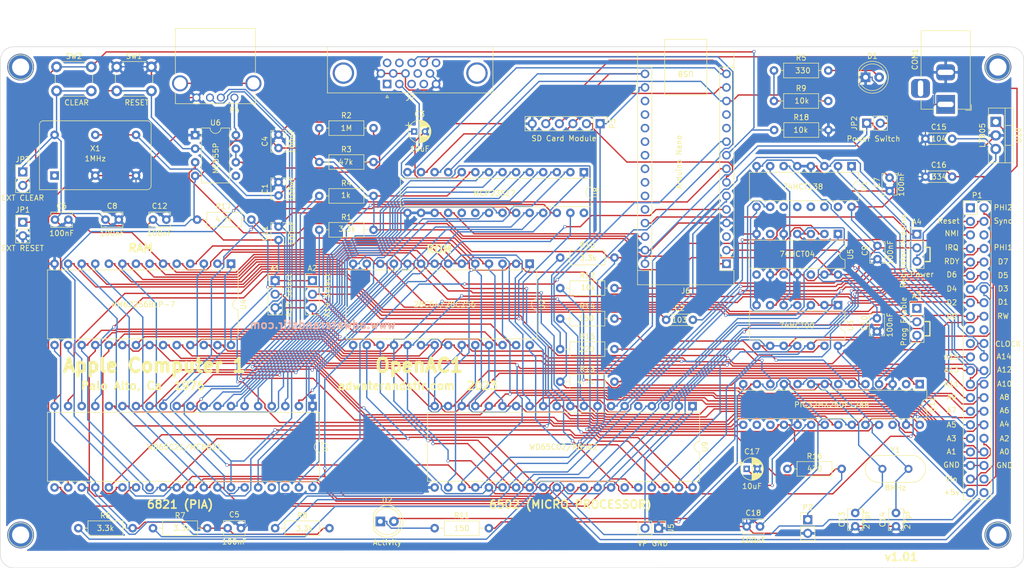
<source format=kicad_pcb>
(kicad_pcb (version 20211014) (generator pcbnew)
  (layers (0 "F.Cu" signal) (31 "B.Cu" signal) (34 "B.Paste" user) (35 "F.Paste" user) (36 "B.SilkS" user "B.Silkscreen") (37 "F.SilkS" user "F.Silkscreen") (38 "B.Mask" user) (39 "F.Mask" user) (44 "Edge.Cuts" user))
  (net 0 "")
  (net 1 "VCC")
  (net 2 "A13_W")
  (net 3 "GND")
  (net 4 "A14_W")
  (net 5 "OUT_DA")
  (net 7 "Net-(D1-Pad2)")
  (net 8 "Net-(A3-Pad2)")
  (net 9 "TX")
  (net 10 "KBD_READY")
  (net 11 "KBD_STROBE")
  (net 12 "OUT_RDA")
  (net 13 "P_RESET")
  (net 14 "Net-(A4-Pad1)")
  (net 15 "Net-(A4-Pad3)")
  (net 16 "Net-(C1-Pad1)")
  (net 17 "Net-(C2-Pad2)")
  (net 18 "CS_ROM")
  (net 19 "A15")
  (net 20 "CLOCK")
  (net 21 "Net-(R1-Pad1)")
  (net 22 "RESET")
  (net 23 "RDY")
  (net 24 "IRQ")
  (net 25 "NMI")
  (net 26 "Net-(R10-Pad1)")
  (net 27 "A12")
  (net 28 "A13")
  (net 29 "A14")
  (net 30 "D7")
  (net 31 "D6")
  (net 32 "D5")
  (net 33 "A0")
  (net 34 "D4")
  (net 35 "A1")
  (net 36 "D3")
  (net 37 "A2")
  (net 38 "D2")
  (net 39 "A3")
  (net 40 "D1")
  (net 41 "A4")
  (net 42 "D0")
  (net 43 "A5")
  (net 44 "RW")
  (net 45 "A6")
  (net 46 "A7")
  (net 47 "A8")
  (net 48 "A9")
  (net 49 "A10")
  (net 50 "PHI2")
  (net 51 "A11")
  (net 52 "Net-(C3-Pad1)")
  (net 53 "Net-(C17-Pad1)")
  (net 54 "CS_PIA")
  (net 55 "Net-(C18-Pad2)")
  (net 56 "Net-(U5-Pad1)")
  (net 57 "Net-(CON1-Pad1)")
  (net 60 "KBD_D0")
  (net 61 "KBD_D1")
  (net 62 "KBD_D2")
  (net 63 "KBD_D3")
  (net 64 "KBD_D4")
  (net 65 "KBD_D5")
  (net 66 "KBD_D6")
  (net 67 "KBD_D7")
  (net 68 "OUT_D0")
  (net 69 "OUT_D1")
  (net 70 "OUT_D2")
  (net 71 "OUT_D3")
  (net 72 "OUT_D4")
  (net 73 "OUT_D5")
  (net 74 "OUT_D6")
  (net 75 "Net-(C13-Pad1)")
  (net 76 "Net-(C14-Pad1)")
  (net 80 "Net-(J5-Pad2)")
  (net 82 "Net-(J6-Pad7)")
  (net 83 "CLR_SCR")
  (net 84 "MOSI")
  (net 85 "Net-(R13-Pad2)")
  (net 86 "Net-(D2-Pad1)")
  (net 87 "RX")
  (net 88 "MISO")
  (net 89 "CLK")
  (net 92 "Net-(R15-Pad2)")
  (net 93 "Net-(J6-Pad13)")
  (net 96 "PHI1")
  (net 97 "SYNC")
  (net 98 "Vin")
  (net 107 "Net-(J7-Pad2)")
  (net 113 "Net-(J7-Pad13)")
  (net 114 "Net-(J7-Pad14)")
  (net 123 "Net-(P2-Pad1)")
  (net 124 "Net-(P4-Pad2)")
  (net 125 "Net-(P4-Pad3)")
  (net 126 "unconnected-(P4-Pad5)")
  (net 127 "Net-(R11-Pad2)")
  (net 128 "Net-(R12-Pad1)")
  (net 129 "Net-(R14-Pad2)")
  (net 130 "Net-(R17-Pad1)")
  (net 131 "Net-(U1-Pad7)")
  (net 132 "Net-(U1-Pad9)")
  (net 138 "Net-(U3-Pad1)")
  (net 139 "Net-(U3-Pad13)")
  (net 140 "Net-(U3-Pad11)")
  (net 141 "Net-(U5-Pad3)")
  (footprint "Connector_PinHeader_2.54mm:PinHeader_1x03_P2.54mm_Vertical" (layer "F.Cu") (at 98.425 80.645)
    (fp_text reference "A1")
    (fp_text value "A13 Select")
  )
  (footprint "Connector_PinHeader_2.54mm:PinHeader_1x03_P2.54mm_Vertical" (layer "F.Cu") (at 105.41 80.645)
    (fp_text reference "A2")
    (fp_text value "A14 Select")
  )
  (footprint "Capacitor_THT:CP_Radial_D4.0mm_P2.00mm" (layer "F.Cu") (at 124.46 52.705)
    (fp_text reference "C3")
    (fp_text value "10uF")
  )
  (footprint "LED_THT:LED_D5.0mm" (layer "F.Cu") (at 208.915 42.545)
    (fp_text reference "D1")
    (fp_text value "Power")
  )
  (footprint "Connector_PinHeader_2.54mm:PinHeader_1x02_P2.54mm_Vertical" (layer "F.Cu") (at 170.18 127 -90)
    (fp_text reference "J5")
    (fp_text value "VP GND")
  )
  (footprint "Module:Arduino_Nano" (layer "F.Cu") (at 182.88 77.47 180)
    (fp_text reference "J6")
    (fp_text value "Arduino Nano")
  )
  (footprint "rc6502:Mounting" (layer "F.Cu") (at 233.68 128.27)
    (fp_text reference "J1" hide)
    (fp_text value "Hole" hide)
  )
  (footprint "rc6502:Mounting" (layer "F.Cu") (at 233.68 40.64)
    (fp_text reference "J2" hide)
    (fp_text value "Hole" hide)
  )
  (footprint "rc6502:Mounting" (layer "F.Cu") (at 50.8 128.27)
    (fp_text reference "J3" hide)
    (fp_text value "Hole" hide)
  )
  (footprint "rc6502:Mounting" (layer "F.Cu") (at 50.8 40.64)
    (fp_text reference "J4" hide)
    (fp_text value "Hole" hide)
  )
  (footprint "Resistor_THT:R_Axial_DIN0207_L6.3mm_D2.5mm_P10.16mm_Horizontal" (layer "F.Cu") (at 106.68 71.12)
    (fp_text reference "R1")
    (fp_text value "3.3k")
  )
  (footprint "Resistor_THT:R_Axial_DIN0207_L6.3mm_D2.5mm_P10.16mm_Horizontal" (layer "F.Cu") (at 106.68 52.07)
    (fp_text reference "R2")
    (fp_text value "1M")
  )
  (footprint "Resistor_THT:R_Axial_DIN0207_L6.3mm_D2.5mm_P10.16mm_Horizontal" (layer "F.Cu") (at 106.68 58.42)
    (fp_text reference "R3")
    (fp_text value "47k")
  )
  (footprint "Resistor_THT:R_Axial_DIN0207_L6.3mm_D2.5mm_P10.16mm_Horizontal" (layer "F.Cu") (at 106.68 64.77)
    (fp_text reference "R4")
    (fp_text value "1k")
  )
  (footprint "Resistor_THT:R_Axial_DIN0207_L6.3mm_D2.5mm_P10.16mm_Horizontal" (layer "F.Cu") (at 191.77 41.275)
    (fp_text reference "R5")
    (fp_text value "330")
  )
  (footprint "Resistor_THT:R_Axial_DIN0207_L6.3mm_D2.5mm_P10.16mm_Horizontal" (layer "F.Cu") (at 61.595 127)
    (fp_text reference "R6")
    (fp_text value "3.3k")
  )
  (footprint "Resistor_THT:R_Axial_DIN0207_L6.3mm_D2.5mm_P10.16mm_Horizontal" (layer "F.Cu") (at 75.565 127)
    (fp_text reference "R7")
    (fp_text value "3.3k")
  )
  (footprint "Resistor_THT:R_Axial_DIN0207_L6.3mm_D2.5mm_P10.16mm_Horizontal" (layer "F.Cu") (at 98.425 127)
    (fp_text reference "R8")
    (fp_text value "3.3k")
  )
  (footprint "Resistor_THT:R_Axial_DIN0207_L6.3mm_D2.5mm_P10.16mm_Horizontal" (layer "F.Cu") (at 191.77 46.99)
    (fp_text reference "R9")
    (fp_text value "10k")
  )
  (footprint "Resistor_THT:R_Axial_DIN0207_L6.3mm_D2.5mm_P10.16mm_Horizontal" (layer "F.Cu") (at 151.765 76.327)
    (fp_text reference "R10")
    (fp_text value "3.3k")
  )
  (footprint "Button_Switch_THT:SW_PUSH_6mm" (layer "F.Cu") (at 68.775 40.6)
    (fp_text reference "SW1")
    (fp_text value "RESET")
  )
  (footprint "Package_DIP:DIP-40_W15.24mm" (layer "F.Cu") (at 176.53 104.14 -90)
    (fp_text reference "U9")
    (fp_text value "WD65C02/R6502")
  )
  (footprint "Package_DIP:DIP-28_W15.24mm" (layer "F.Cu") (at 90.17 77.47 -90)
    (fp_text reference "U4")
    (fp_text value "HM62256BLP-7")
  )
  (footprint "Package_DIP:DIP-16_W7.62mm" (layer "F.Cu") (at 206.29 59.195 -90)
    (fp_text reference "U1")
    (fp_text value "74HCT138")
  )
  (footprint "Package_DIP:DIP-28_W15.24mm" (layer "F.Cu") (at 146.05 77.47 -90)
    (fp_text reference "U2")
    (fp_text value "28C64/28C256")
  )
  (footprint "Package_DIP:DIP-14_W7.62mm" (layer "F.Cu") (at 203.75 85.23 -90)
    (fp_text reference "U3")
    (fp_text value "74HCT00")
  )
  (footprint "Package_DIP:DIP-14_W7.62mm" (layer "F.Cu") (at 203.75 71.895 -90)
    (fp_text reference "U5")
    (fp_text value "74HCT04")
  )
  (footprint "Package_DIP:DIP-40_W15.24mm" (layer "F.Cu") (at 105.41 104.14 -90)
    (fp_text reference "U7")
    (fp_text value "WD65C21/MC6821")
  )
  (footprint "Package_DIP:DIP-28_W7.62mm" (layer "F.Cu") (at 156.21 60.325 -90)
    (fp_text reference "U8")
    (fp_text value "MCP23S17")
  )
  (footprint "Oscillator:Oscillator_DIP-14" (layer "F.Cu") (at 57.15 60.96)
    (fp_text reference "X1")
    (fp_text value "1MHz")
  )
  (footprint "Connector_PinHeader_2.54mm:PinHeader_1x02_P2.54mm_Vertical" (layer "F.Cu") (at 51.2 69.7)
    (fp_text reference "JP1")
    (fp_text value "EXT RESET")
  )
  (footprint "Capacitor_THT:C_Disc_D3.8mm_W2.6mm_P2.50mm" (layer "F.Cu") (at 89.535 127)
    (fp_text reference "C5")
    (fp_text value "100nF")
  )
  (footprint "Capacitor_THT:C_Disc_D3.8mm_W2.6mm_P2.50mm" (layer "F.Cu") (at 57.23 69.215)
    (fp_text reference "C6")
    (fp_text value "100nF")
  )
  (footprint "Capacitor_THT:C_Disc_D3.8mm_W2.6mm_P2.50mm" (layer "F.Cu") (at 213.4 61.35 -90)
    (fp_text reference "C7")
    (fp_text value "100nF")
  )
  (footprint "Capacitor_THT:C_Disc_D3.8mm_W2.6mm_P2.50mm" (layer "F.Cu") (at 66.675 69.215)
    (fp_text reference "C8")
    (fp_text value "100nF")
  )
  (footprint "Capacitor_THT:C_Disc_D3.8mm_W2.6mm_P2.50mm" (layer "F.Cu") (at 211.13 74.11 -90)
    (fp_text reference "C9")
    (fp_text value "100nF")
  )
  (footprint "Capacitor_THT:C_Disc_D3.8mm_W2.6mm_P2.50mm" (layer "F.Cu") (at 99.06 64.69 90)
    (fp_text reference "C1")
    (fp_text value "100nF")
  )
  (footprint "Capacitor_THT:C_Disc_D3.8mm_W2.6mm_P2.50mm" (layer "F.Cu") (at 211.04 87.69 -90)
    (fp_text reference "C10")
    (fp_text value "100nF")
  )
  (footprint "Capacitor_THT:C_Disc_D3.8mm_W2.6mm_P2.50mm" (layer "F.Cu") (at 99.06 73.025 90)
    (fp_text reference "C11")
    (fp_text value "100nF")
  )
  (footprint "Capacitor_THT:C_Disc_D3.8mm_W2.6mm_P2.50mm" (layer "F.Cu") (at 75.565 69.215)
    (fp_text reference "C12")
    (fp_text value "100nF")
  )
  (footprint "Capacitor_THT:C_Disc_D3.8mm_W2.6mm_P2.50mm" (layer "F.Cu") (at 99.06 55.8 90)
    (fp_text reference "C4")
    (fp_text value "100nF")
  )
  (footprint "Capacitor_THT:C_Disc_D3.8mm_W2.6mm_P2.50mm" (layer "F.Cu") (at 206.98 124.15 -90)
    (fp_text reference "C13")
    (fp_text value "27pF")
  )
  (footprint "Capacitor_THT:C_Disc_D3.8mm_W2.6mm_P2.50mm" (layer "F.Cu") (at 214.6 124.15 -90)
    (fp_text reference "C14")
    (fp_text value "27pF")
  )
  (footprint "Capacitor_THT:CP_Radial_D4.0mm_P2.00mm" (layer "F.Cu") (at 186.66 115.895)
    (fp_text reference "C17")
    (fp_text value "10uF")
  )
  (footprint "Capacitor_THT:C_Disc_D3.8mm_W2.6mm_P2.50mm" (layer "F.Cu") (at 186.66 126.69)
    (fp_text reference "C18")
    (fp_text value "100nF")
  )
  (footprint "Connector_Dsub:DSUB-15-HD_Female_Horizontal_P2.29x1.98mm_EdgePinOffset3.03mm_Housed_MountingHolesOffset4.94mm" (layer "F.Cu") (at 119.38 43.815 180)
    (fp_text reference "J7")
    (fp_text value "DB15_Female_HighDensity")
  )
  (footprint "Connector_PinHeader_2.54mm:PinHeader_1x02_P2.54mm_Vertical" (layer "F.Cu") (at 198.09 125.42)
    (fp_text reference "P2")
    (fp_text value "COMP VIDEO")
  )
  (footprint "Resistor_THT:R_Axial_DIN0207_L6.3mm_D2.5mm_P10.16mm_Horizontal" (layer "F.Cu") (at 151.765 82.042)
    (fp_text reference "R12")
    (fp_text value "10k")
  )
  (footprint "Resistor_THT:R_Axial_DIN0207_L6.3mm_D2.5mm_P10.16mm_Horizontal" (layer "F.Cu") (at 151.765 87.757)
    (fp_text reference "R14")
    (fp_text value "150")
  )
  (footprint "Resistor_THT:R_Axial_DIN0207_L6.3mm_D2.5mm_P10.16mm_Horizontal" (layer "F.Cu") (at 151.765 93.472)
    (fp_text reference "R15")
    (fp_text value "220")
  )
  (footprint "Resistor_THT:R_Axial_DIN0207_L6.3mm_D2.5mm_P10.16mm_Horizontal" (layer "F.Cu") (at 194.28 115.895)
    (fp_text reference "R16")
    (fp_text value "470")
  )
  (footprint "Package_DIP:DIP-28_W7.62mm" (layer "F.Cu") (at 219.045 100.02 -90)
    (fp_text reference "U11")
    (fp_text value "PIC32MX250F128B")
  )
  (footprint "Crystal:Crystal_HC49-U_Vertical" (layer "F.Cu") (at 212.06 115.895)
    (fp_text reference "Y1")
    (fp_text value "8MHz")
  )
  (footprint "Connector_PinHeader_2.54mm:PinHeader_1x06_P2.54mm_Vertical" (layer "F.Cu") (at 159.23 51.24 -90)
    (fp_text reference "P3")
    (fp_text value "SD Card Module")
  )
  (footprint "LED_THT:LED_D5.0mm" (layer "F.Cu") (at 118.11 125.73)
    (fp_text reference "D2")
    (fp_text value "Activity")
  )
  (footprint "Resistor_THT:R_Axial_DIN0207_L6.3mm_D2.5mm_P10.16mm_Horizontal" (layer "F.Cu") (at 128.27 127)
    (fp_text reference "R11")
    (fp_text value "150")
  )
  (footprint "Resistor_THT:R_Axial_DIN0207_L6.3mm_D2.5mm_P10.16mm_Horizontal" (layer "F.Cu") (at 93.98 69.215 180)
    (fp_text reference "R17")
    (fp_text value "4.7k")
  )
  (footprint "Connectors:USB_A" (layer "F.Cu") (at 90.805 46.355 180)
    (fp_text reference "P4")
    (fp_text value "USB_A")
  )
  (footprint "Connector_PinHeader_2.54mm:PinHeader_1x03_P2.54mm_Vertical" (layer "F.Cu") (at 218.51 85.805)
    (fp_text reference "A3")
    (fp_text value "Prog Enable")
  )
  (footprint "Resistor_THT:R_Axial_DIN0207_L6.3mm_D2.5mm_P10.16mm_Horizontal" (layer "F.Cu") (at 151.765 99.568)
    (fp_text reference "R13")
    (fp_text value "4.7k")
  )
  (footprint "Connector_PinHeader_2.54mm:PinHeader_2x22_P2.54mm_Vertical" (layer "F.Cu") (at 228.53 67)
    (fp_text reference "P1")
    (fp_text value "CONN_02X22")
  )
  (footprint "Connector_BarrelJack:BarrelJack_Horizontal" (layer "F.Cu") (at 223.901 47.625 -90)
    (fp_text reference "CON1")
    (fp_text value "BARREL_JACK")
  )
  (footprint "Package_DIP:DIP-8_W7.62mm" (layer "F.Cu") (at 83.46 53.39)
    (fp_text reference "U6")
    (fp_text value "NE555P")
  )
  (footprint "Capacitor_THT:C_Disc_D4.3mm_W1.9mm_P5.00mm" (layer "F.Cu") (at 220.11 54.07)
    (fp_text reference "C15")
    (fp_text value "104")
  )
  (footprint "Capacitor_THT:C_Disc_D4.3mm_W1.9mm_P5.00mm" (layer "F.Cu") (at 220.11 61.17)
    (fp_text reference "C16")
    (fp_text value "334")
  )
  (footprint "Connector_PinHeader_2.54mm:PinHeader_1x03_P2.54mm_Vertical" (layer "F.Cu") (at 218.51 71.955)
    (fp_text reference "A4")
    (fp_text value "Power")
  )
  (footprint "Connector_PinHeader_2.54mm:PinHeader_1x02_P2.54mm_Vertical" (layer "F.Cu") (at 209.125 51.15 90)
    (fp_text reference "JP2")
    (fp_text value "Power Switch")
  )
  (footprint "Package_TO_SOT_THT:TO-220-3_Vertical" (layer "F.Cu") (at 233.275 50.9 -90)
    (fp_text reference "U10")
    (fp_text value "L7805")
  )
  (footprint "Connector_PinHeader_2.54mm:PinHeader_1x02_P2.54mm_Vertical" (layer "F.Cu") (at 51.2 60.275)
    (fp_text reference "JP3")
    (fp_text value "EXT CLEAR")
  )
  (footprint "Capacitor_THT:C_Disc_D4.3mm_W1.9mm_P5.00mm" (layer "F.Cu") (at 171.6 87.975)
    (fp_text reference "C2")
    (fp_text value "103")
  )
  (footprint "Button_Switch_THT:SW_PUSH_6mm" (layer "F.Cu") (at 57.525 40.6)
    (fp_text reference "SW2")
    (fp_text value "CLEAR")
  )
  (footprint "Resistor_THT:R_Axial_DIN0207_L6.3mm_D2.5mm_P10.16mm_Horizontal" (layer "F.Cu") (at 191.8 52.425)
    (fp_text reference "R18")
    (fp_text value "10k")
  )
  (gr_line (start 220.0625 88.3) (end 220.8875 88.3) (layer "F.SilkS") (width 0.25))
  (gr_line (start 220.0875 74.4) (end 220.9125 74.4) (layer "F.SilkS") (width 0.25))
  (gr_line (start 220.975 74.425) (end 220.975 77.075) (layer "F.SilkS") (width 0.25))
  (gr_line (start 220.95 88.325) (end 220.95 90.975) (layer "F.SilkS") (width 0.25))
  (gr_line (start 220.9625 77.075) (end 220.0875 77.075) (layer "F.SilkS") (width 0.25))
  (gr_line (start 220.9375 90.975) (end 220.0625 90.975) (layer "F.SilkS") (width 0.25))
  (gr_line (start 49.53 36.83) (end 235.98 36.83) (layer "Edge.Cuts") (width 0.1))
  (gr_arc (start 238.52 131.9) (mid 237.776051 133.696051) (end 235.98 134.44) (layer "Edge.Cuts") (width 0.1))
  (gr_line (start 46.99 131.908) (end 46.99 39.37) (layer "Edge.Cuts") (width 0.1))
  (gr_line (start 238.52 39.37) (end 238.52 131.9) (layer "Edge.Cuts") (width 0.1))
  (gr_arc (start 235.98 36.83) (mid 237.776051 37.573949) (end 238.52 39.37) (layer "Edge.Cuts") (width 0.1))
  (gr_line (start 235.98 134.44) (end 49.53 134.448) (layer "Edge.Cuts") (width 0.1))
  (gr_arc (start 46.99 39.37) (mid 47.733949 37.573949) (end 49.53 36.83) (layer "Edge.Cuts") (width 0.1))
  (gr_arc (start 49.53 134.448) (mid 47.733949 133.704051) (end 46.99 131.908) (layer "Edge.Cuts") (width 0.1))
  (gr_text "www.adwaterandstir.com" (at 107.315 88.9) (layer "B.SilkS") (effects (font (size 1.5 1.5) (thickness 0.3)) (justify mirror)))
  (gr_text "OpenAC1" (at 116.84 96.52) (layer "F.SilkS") (effects (font (size 2.5 2.5) (thickness 0.6)) (justify left)))
  (gr_text "adwaterandstir.com  2023" (at 125.095 100.33) (layer "F.SilkS") (effects (font (size 1.5 1.5) (thickness 0.3))))
  (gr_text "A10" (at 234.91 99.98) (layer "F.SilkS") (effects (font (size 1 1))))
  (gr_text "6821 (PIA)" (at 80.645 122.555) (layer "F.SilkS") (effects (font (size 1.5 1.5) (thickness 0.3))))
  (gr_text "A3" (at 225 110.2) (layer "F.SilkS") (effects (font (size 1 1))))
  (gr_text "A1" (at 225 112.65) (layer "F.SilkS") (effects (font (size 1 1))))
  (gr_text "PHI2" (at 234.65 66.95) (layer "F.SilkS") (effects (font (size 1 1))))
  (gr_text "NMI" (at 225.045 71.79) (layer "F.SilkS") (effects (font (size 1 1))))
  (gr_text "Sync" (at 234.65 69.44) (layer "F.SilkS") (effects (font (size 1 1))))
  (gr_text "D2" (at 225.045 84.74) (layer "F.SilkS") (effects (font (size 1 1))))
  (gr_text "RDY" (at 225.045 77.02) (layer "F.SilkS") (effects (font (size 1 1))))
  (gr_text "GND" (at 234.91 115.23) (layer "F.SilkS") (effects (font (size 1 1))))
  (gr_text "Reset" (at 224.45 69.44) (layer "F.SilkS") (effects (font (size 1 1))))
  (gr_text "D6" (at 225.045 79.51) (layer "F.SilkS") (effects (font (size 1 1))))
  (gr_text "A4" (at 234.91 107.51) (layer "F.SilkS") (effects (font (size 1 1))))
  (gr_text "Vin" (at 225 117.825) (layer "F.SilkS") (effects (font (size 1 1))))
  (gr_text "D3" (at 234.65 82.14) (layer "F.SilkS") (effects (font (size 1 1))))
  (gr_text "A15" (at 225 94.95) (layer "F.SilkS") (effects (font (size 1 1))))
  (gr_text "A11" (at 225 100) (layer "F.SilkS") (effects (font (size 1 1))))
  (gr_text "CLOCK" (at 235.6 92.5) (layer "F.SilkS") (effects (font (size 1 1))))
  (gr_text "GND" (at 225 115.15) (layer "F.SilkS") (effects (font (size 1 1))))
  (gr_text "D4" (at 225.045 82.17) (layer "F.SilkS") (effects (font (size 1 1))))
  (gr_text "A13" (at 225 97.3) (layer "F.SilkS") (effects (font (size 1 1))))
  (gr_text "ROM" (at 129.125 74.725) (layer "F.SilkS") (effects (font (size 1.5 1.5) (thickness 0.3))))
  (gr_text "A12" (at 234.91 97.32) (layer "F.SilkS") (effects (font (size 1 1))))
  (gr_text "A14" (at 234.82 94.84) (layer "F.SilkS") (effects (font (size 1 1))))
  (gr_text "RAM" (at 73.25 74.525) (layer "F.SilkS") (effects (font (size 1.5 1.5) (thickness 0.3))))
  (gr_text "+5v" (at 225 120.275) (layer "F.SilkS") (effects (font (size 1 1))))
  (gr_text "v1.01" (at 215.575 132.375) (layer "F.SilkS") (effects (font (size 1.5 1.5) (thickness 0.3))))
  (gr_text "A0" (at 234.91 112.67) (layer "F.SilkS") (effects (font (size 1 1))))
  (gr_text "D1" (at 234.65 84.63) (layer "F.SilkS") (effects (font (size 1 1))))
  (gr_text "PHI1" (at 234.65 74.42) (layer "F.SilkS") (effects (font (size 1 1))))
  (gr_text "A8" (at 234.91 102.47) (layer "F.SilkS") (effects (font (size 1 1))))
  (gr_text "IRQ" (at 225.045 74.45) (layer "F.SilkS") (effects (font (size 1 1))))
  (gr_text "A9" (at 225 102.475) (layer "F.SilkS") (effects (font (size 1 1))))
  (gr_text "A5" (at 225 107.625) (layer "F.SilkS") (effects (font (size 1 1))))
  (gr_text "D7" (at 234.65 77.08) (layer "F.SilkS") (effects (font (size 1 1))))
  (gr_text "A2" (at 234.91 110.21) (layer "F.SilkS") (effects (font (size 1 1))))
  (gr_text "A7" (at 225 104.925) (layer "F.SilkS") (effects (font (size 1 1))))
  (gr_text "D0" (at 225.045 87.32) (layer "F.SilkS") (effects (font (size 1 1))))
  (gr_text "A6" (at 234.91 104.96) (layer "F.SilkS") (effects (font (size 1 1))))
  (gr_text "Palo Alto, Ca  1976" (at 73.66 100.33) (layer "F.SilkS") (effects (font (size 1.5 1.5) (thickness 0.3))))
  (gr_text "6502 (MICRO PROCESSOR)" (at 153.67 122.555) (layer "F.SilkS") (effects (font (size 1.5 1.5) (thickness 0.3))))
  (gr_text "Apple Computer 1" (at 58.42 96.52) (layer "F.SilkS") (effects (font (size 2.5 2.5) (thickness 0.6)) (justify left)))
  (gr_text "RW" (at 234.65 87.29) (layer "F.SilkS") (effects (font (size 1 1))))
  (gr_text "D5" (at 234.65 79.65) (layer "F.SilkS") (effects (font (size 1 1))))
  (segment (start 74.4338 70.3462) (end 67.8062 70.3462) (width 0.25) (layer "F.Cu") (net 1))
  (segment (start 75.565 69.215) (end 74.4338 70.3462) (width 0.25) (layer "F.Cu") (net 1))
  (segment (start 83.46 61.01) (end 84.5853 61.01) (width 0.25) (layer "F.Cu") (net 1))
  (segment (start 83.4744 125.8747) (end 84.5997 127) (width 0.25) (layer "F.Cu") (net 1))
  (segment (start 203.75 79.515) (end 202.6247 79.515) (width 0.25) (layer "F.Cu") (net 1))
  (segment (start 206.29 66.815) (end 212.0795 66.815) (width 0.25) (layer "F.Cu") (net 1))
  (segment (start 104.06 55.8) (end 106.68 53.18) (width 0.25) (layer "F.Cu") (net 1))
  (segment (start 206.6525 79.515) (end 204.8753 79.515) (width 0.25) (layer "F.Cu") (net 1))
  (segment (start 161.925 76.327) (end 160.7997 76.327) (width 0.25) (layer "F.Cu") (net 1))
  (segment (start 106.68 58.42) (end 104.06 55.8) (width 0.25) (layer "F.Cu") (net 1))
  (segment (start 89.535 127) (end 90.6603 128.1253) (width 0.25) (layer "F.Cu") (net 1))
  (segment (start 57.15 104.14) (end 57.15 103.0147) (width 0.25) (layer "F.Cu") (net 1))
  (segment (start 218.51 74.495) (end 217.3347 74.495) (width 0.25) (layer "F.Cu") (net 1))
  (segment (start 116.84 64.77) (end 117.9653 64.77) (width 0.25) (layer "F.Cu") (net 1))
  (segment (start 90.959 54.3577) (end 91.08 54.3577) (width 0.25) (layer "F.Cu") (net 1))
  (segment (start 91.08 53.39) (end 91.08 54.3577) (width 0.25) (layer "F.Cu") (net 1))
  (segment (start 117.9653 64.77) (end 130.601 64.77) (width 0.25) (layer "F.Cu") (net 1))
  (segment (start 84.5853 61.01) (end 84.5853 60.7314) (width 0.25) (layer "F.Cu") (net 1))
  (segment (start 85.725 127) (end 89.535 127) (width 0.25) (layer "F.Cu") (net 1))
  (segment (start 162.4877 76.327) (end 161.925 76.327) (width 0.25) (layer "F.Cu") (net 1))
  (segment (start 213.4 61.35) (end 199.04 46.99) (width 0.25) (layer "F.Cu") (net 1))
  (segment (start 214.5276 62.4776) (end 213.4 61.35) (width 0.25) (layer "F.Cu") (net 1))
  (segment (start 163.0503 76.327) (end 165.3187 78.5954) (width 0.25) (layer "F.Cu") (net 1))
  (segment (start 84.5853 60.7314) (end 90.959 54.3577) (width 0.25) (layer "F.Cu") (net 1))
  (segment (start 130.601 64.77) (end 134.7647 60.6063) (width 0.25) (layer "F.Cu") (net 1))
  (segment (start 156.0378 111.381) (end 162.5026 111.381) (width 0.25) (layer "F.Cu") (net 1))
  (segment (start 214.5276 64.3669) (end 214.5276 62.4776) (width 0.25) (layer "F.Cu") (net 1))
  (segment (start 104.06 55.8) (end 99.06 55.8) (width 0.25) (layer "F.Cu") (net 1))
  (segment (start 67.8062 70.3462) (end 66.675 69.215) (width 0.25) (layer "F.Cu") (net 1))
  (segment (start 58.2753 70.2603) (end 58.2753 101.8894) (width 0.25) (layer "F.Cu") (net 1))
  (segment (start 174.044 78.5954) (end 176.2948 76.3446) (width 0.25) (layer "F.Cu") (net 1))
  (segment (start 199.7356 76.3446) (end 202.6247 79.2337) (width 0.25) (layer "F.Cu") (net 1))
  (segment (start 84.9453 69.215) (end 88.7553 73.025) (width 0.25) (layer "F.Cu") (net 1))
  (segment (start 203.75 79.515) (end 204.8753 79.515) (width 0.25) (layer "F.Cu") (net 1))
  (segment (start 155.4199 110.7631) (end 156.0378 111.381) (width 0.25) (layer "F.Cu") (net 1))
  (segment (start 106.3344 128.1253) (end 107.4597 127) (width 0.25) (layer "F.Cu") (net 1))
  (segment (start 83.82 69.215) (end 84.9453 69.215) (width 0.25) (layer "F.Cu") (net 1))
  (segment (start 165.3187 78.5954) (end 174.044 78.5954) (width 0.25) (layer "F.Cu") (net 1))
  (segment (start 162.4877 76.327) (end 163.0503 76.327) (width 0.25) (layer "F.Cu") (net 1))
  (segment (start 162.5026 111.381) (end 170.3247 119.2031) (width 0.25) (layer "F.Cu") (net 1))
  (segment (start 58.2753 101.8894) (end 57.15 103.0147) (width 0.25) (layer "F.Cu") (net 1))
  (segment (start 88.7553 73.025) (end 99.06 73.025) (width 0.25) (layer "F.Cu") (net 1))
  (segment (start 211.13 74.495) (end 211.13 74.11) (width 0.25) (layer "F.Cu") (net 1))
  (segment (start 160.7997 76.327) (end 159.6744 75.2017) (width 0.25) (layer "F.Cu") (net 1))
  (segment (start 91.08 54.3577) (end 97.6177 54.3577) (width 0.25) (layer "F.Cu") (net 1))
  (segment (start 97.6177 54.3577) (end 99.06 55.8) (width 0.25) (layer "F.Cu") (net 1))
  (segment (start 217.3347 74.495) (end 211.13 74.495) (width 0.25) (layer "F.Cu") (net 1))
  (segment (start 106.68 53.18) (end 106.68 52.07) (width 0.25) (layer "F.Cu") (net 1))
  (segment (start 171.45 119.38) (end 170.3247 119.38) (width 0.25) (layer "F.Cu") (net 1))
  (segment (start 108.585 127) (end 107.4597 127) (width 0.25) (layer "F.Cu") (net 1))
  (segment (start 207.6704 77.9546) (end 207.6704 78.4971) (width 0.25) (layer "F.Cu") (net 1))
  (segment (start 57.23 69.215) (end 58.2753 70.2603) (width 0.25) (layer "F.Cu") (net 1))
  (segment (start 85.725 127) (end 84.5997 127) (width 0.25) (layer "F.Cu") (net 1))
  (segment (start 105.41 80.645) (end 98.425 80.645) (width 0.25) (layer "F.Cu") (net 1))
  (segment (start 135.1908 75.2017) (end 131.1091 71.12) (width 0.25) (layer "F.Cu") (net 1))
  (segment (start 170.3247 119.2031) (end 170.3247 119.38) (width 0.25) (layer "F.Cu") (net 1))
  (segment (start 135.89 60.325) (end 134.7647 60.325) (width 0.25) (layer "F.Cu") (net 1))
  (segment (start 207.6704 78.4971) (end 206.6525 79.515) (width 0.25) (layer "F.Cu") (net 1))
  (segment (start 202.6247 79.2337) (end 202.6247 79.515) (width 0.25) (layer "F.Cu") (net 1))
  (segment (start 159.6744 75.2017) (end 135.1908 75.2017) (width 0.25) (layer "F.Cu") (net 1))
  (segment (start 212.0795 66.815) (end 214.5276 64.3669) (width 0.25) (layer "F.Cu") (net 1))
  (segment (start 72.8803 127) (end 74.0056 125.8747) (width 0.25) (layer "F.Cu") (net 1))
  (segment (start 71.755 127) (end 72.8803 127) (width 0.25) (layer "F.Cu") (net 1))
  (segment (start 199.04 46.99) (end 191.77 46.99) (width 0.25) (layer "F.Cu") (net 1))
  (segment (start 211.13 74.495) (end 207.6704 77.9546) (width 0.25) (layer "F.Cu") (net 1))
  (segment (start 131.1091 71.12) (end 116.84 71.12) (width 0.25) (layer "F.Cu") (net 1))
  (segment (start 134.7647 60.6063) (end 134.7647 60.325) (width 0.25) (layer "F.Cu") (net 1))
  (segment (start 176.2948 76.3446) (end 199.7356 76.3446) (width 0.25) (layer "F.Cu") (net 1))
  (segment (start 90.6603 128.1253) (end 106.3344 128.1253) (width 0.25) (layer "F.Cu") (net 1))
  (segment (start 74.0056 125.8747) (end 83.4744 125.8747) (width 0.25) (layer "F.Cu") (net 1))
  (via (at 155.4199 110.7631) (size 0.6) (drill 0.4) (layers "F.Cu" "B.Cu") (net 1))
  (segment (start 155.4199 110.7631) (end 154.9215 111.2615) (width 0.25) (layer "B.Cu") (net 1))
  (segment (start 58.3717 68.0733) (end 58.3717 54.5617) (width 0.25) (layer "B.Cu") (net 1))
  (segment (start 209.6562 102.4614) (end 207.615 100.4202) (width 0.25) (layer "B.Cu") (net 1))
  (segment (start 51.2 60.275) (end 51.2 59.29) (width 0.25) (layer "B.Cu") (net 1))
  (segment (start 203.75 79.515) (end 204.8753 79.515) (width 0.25) (layer "B.Cu") (net 1))
  (segment (start 58.3717 54.5617) (end 57.15 53.34) (width 0.25) (layer "B.Cu") (net 1))
  (segment (start 146.05 92.71) (end 146.05 93.8353) (width 0.25) (layer "B.Cu") (net 1))
  (segment (start 65.5333 68.0733) (end 58.3717 68.0733) (width 0.25) (layer "B.Cu") (net 1))
  (segment (start 116.84 71.12) (end 116.84 69.9947) (width 0.25) (layer "B.Cu") (net 1))
  (segment (start 116.84 64.77) (end 116.84 65.8953) (width 0.25) (layer "B.Cu") (net 1))
  (segment (start 82.6947 69.215) (end 81.5694 70.3403) (width 0.25) (layer "B.Cu") (net 1))
  (segment (start 91.08 52.2647) (end 90.805 51.9897) (width 0.25) (layer "B.Cu") (net 1))
  (segment (start 51.2 59.29) (end 57.15 53.34) (width 0.25) (layer "B.Cu") (net 1))
  (segment (start 211.04 87.69) (end 210.0353 87.69) (width 0.25) (layer "B.Cu") (net 1))
  (segment (start 71.755 127) (end 70.6297 127) (width 0.25) (layer "B.Cu") (net 1))
  (segment (start 90.805 51.9897) (end 90.805 46.355) (width 0.25) (layer "B.Cu") (net 1))
  (segment (start 109.3647 58.42) (end 115.7147 64.77) (width 0.25) (layer "B.Cu") (net 1))
  (segment (start 158.75 105.2653) (end 158.75 107.433) (width 0.25) (layer "B.Cu") (net 1))
  (segment (start 64.77 120.5053) (end 70.6297 126.365) (width 0.25) (layer "B.Cu") (net 1))
  (segment (start 226.9685 120.34) (end 215.235 108.6065) (width 0.25) (layer "B.Cu") (net 1))
  (segment (start 90.17 92.71) (end 90.17 89.708) (width 0.25) (layer "B.Cu") (net 1))
  (segment (start 91.08 53.39) (end 91.08 52.2647) (width 0.25) (layer "B.Cu") (net 1))
  (segment (start 116.9125 65.9678) (end 116.84 65.8953) (width 0.25) (layer "B.Cu") (net 1))
  (segment (start 57.525 45.1) (end 64.025 45.1) (width 0.25) (layer "B.Cu") (net 1))
  (segment (start 211.13 74.11) (end 206.29 69.27) (width 0.25) (layer "B.Cu") (net 1))
  (segment (start 158.75 80.6273) (end 158.75 104.14) (width 0.25) (layer "B.Cu") (net 1))
  (segment (start 116.9125 69.9222) (end 116.9125 65.9678) (width 0.25) (layer "B.Cu") (net 1))
  (segment (start 99.06 78.8347) (end 99.06 73.025) (width 0.25) (layer "B.Cu") (net 1))
  (segment (start 98.425 80.645) (end 98.425 81.8203) (width 0.25) (layer "B.Cu") (net 1))
  (segment (start 151.7626 111.2615) (end 147.1753 106.6742) (width 0.25) (layer "B.Cu") (net 1))
  (segment (start 207.615 100.4202) (end 207.615 97.8403) (width 0.25) (layer "B.Cu") (net 1))
  (segment (start 83.2574 62.3379) (end 83.46 62.1353) (width 0.25) (layer "B.Cu") (net 1))
  (segment (start 106.68 58.42) (end 109.3647 58.42) (width 0.25) (layer "B.Cu") (net 1))
  (segment (start 154.9215 111.2615) (end 151.7626 111.2615) (width 0.25) (layer "B.Cu") (net 1))
  (segment (start 203.75 92.85) (end 203.75 93.9753) (width 0.25) (layer "B.Cu") (net 1))
  (segment (start 58.3717 68.0733) (end 57.23 69.215) (width 0.25) (layer "B.Cu") (net 1))
  (segment (start 206.29 69.27) (end 206.29 66.815) (width 0.25) (layer "B.Cu") (net 1))
  (segment (start 90.17 89.708) (end 98.0577 81.8203) (width 0.25) (layer "B.Cu") (net 1))
  (segment (start 83.2574 69.215) (end 82.6947 69.215) (width 0.25) (layer "B.Cu") (net 1))
  (segment (start 64.77 119.38) (end 64.77 120.5053) (width 0.25) (layer "B.Cu") (net 1))
  (segment (start 207.615 97.8403) (end 203.75 93.9753) (width 0.25) (layer "B.Cu") (net 1))
  (segment (start 215.235 108.6065) (end 215.235 107.2991) (width 0.25) (layer "B.Cu") (net 1))
  (segment (start 215.235 107.2991) (end 210.3973 102.4614) (width 0.25) (layer "B.Cu") (net 1))
  (segment (start 70.6297 126.365) (end 70.6297 127) (width 0.25) (layer "B.Cu") (net 1))
  (segment (start 116.84 64.77) (end 115.7147 64.77) (width 0.25) (layer "B.Cu") (net 1))
  (segment (start 204.8753 79.515) (end 211.04 85.6797) (width 0.25) (layer "B.Cu") (net 1))
  (segment (start 98.425 80.645) (end 98.425 79.4697) (width 0.25) (layer "B.Cu") (net 1))
  (segment (start 211.04 85.6797) (end 211.04 87.69) (width 0.25) (layer "B.Cu") (net 1))
  (segment (start 158.75 107.433) (end 155.4199 110.7631) (width 0.25) (layer "B.Cu") (net 1))
  (segment (start 57.525 45.1) (end 57.525 52.965) (width 0.25) (layer "B.Cu") (net 1))
  (segment (start 147.1753 94.9606) (end 146.05 93.8353) (width 0.25) (layer "B.Cu") (net 1))
  (segment (start 83.2574 69.215) (end 83.2574 62.3379) (width 0.25) (layer "B.Cu") (net 1))
  (segment (start 83.82 69.215) (end 83.2574 69.215) (width 0.25) (layer "B.Cu") (net 1))
  (segment (start 158.75 104.14) (end 158.75 105.2653) (width 0.25) (layer "B.Cu") (net 1))
  (segment (start 64.77 119.38) (end 64.77 118.2547) (width 0.25) (layer "B.Cu") (net 1))
  (segment (start 161.925 76.327) (end 161.925 77.4523) (width 0.25) (layer "B.Cu") (net 1))
  (segment (start 161.925 77.4523) (end 158.75 80.6273) (width 0.25) (layer "B.Cu") (net 1))
  (segment (start 191.77 41.275) (end 191.77 46.99) (width 0.25) (layer "B.Cu") (net 1))
  (segment (start 83.46 61.01) (end 83.46 62.1353) (width 0.25) (layer "B.Cu") (net 1))
  (segment (start 210.0353 87.69) (end 204.8753 92.85) (width 0.25) (layer "B.Cu") (net 1))
  (segment (start 76.6903 70.3403) (end 75.565 69.215) (width 0.25) (layer "B.Cu") (net 1))
  (segment (start 57.525 52.965) (end 57.15 53.34) (width 0.25) (layer "B.Cu") (net 1))
  (segment (start 210.3973 102.4614) (end 209.6562 102.4614) (width 0.25) (layer "B.Cu") (net 1))
  (segment (start 147.1753 106.6742) (end 147.1753 94.9606) (width 0.25) (layer "B.Cu") (net 1))
  (segment (start 57.15 110.6347) (end 64.77 118.2547) (width 0.25) (layer "B.Cu") (net 1))
  (segment (start 66.675 69.215) (end 65.5333 68.0733) (width 0.25) (layer "B.Cu") (net 1))
  (segment (start 57.15 104.14) (end 57.15 110.6347) (width 0.25) (layer "B.Cu") (net 1))
  (segment (start 98.425 79.4697) (end 99.06 78.8347) (width 0.25) (layer "B.Cu") (net 1))
  (segment (start 98.0577 81.8203) (end 98.425 81.8203) (width 0.25) (layer "B.Cu") (net 1))
  (segment (start 228.53 120.34) (end 226.9685 120.34) (width 0.25) (layer "B.Cu") (net 1))
  (segment (start 203.75 92.85) (end 204.8753 92.85) (width 0.25) (layer "B.Cu") (net 1))
  (segment (start 81.5694 70.3403) (end 76.6903 70.3403) (width 0.25) (layer "B.Cu") (net 1))
  (segment (start 116.84 69.9947) (end 116.9125 69.9222) (width 0.25) (layer "B.Cu") (net 1))
  (segment (start 139.8447 92.4287) (end 137.6586 90.2426) (width 0.25) (layer "F.Cu") (net 2))
  (segment (start 107.2365 84.3603) (end 100.7756 84.3603) (width 0.25) (layer "F.Cu") (net 2))
  (segment (start 140.97 92.71) (end 139.8447 92.71) (width 0.25) (layer "F.Cu") (net 2))
  (segment (start 137.6586 90.2426) (end 113.1188 90.2426) (width 0.25) (layer "F.Cu") (net 2))
  (segment (start 98.425 83.185) (end 99.6003 83.185) (width 0.25) (layer "F.Cu") (net 2))
  (segment (start 113.1188 90.2426) (end 107.2365 84.3603) (width 0.25) (layer "F.Cu") (net 2))
  (segment (start 100.7756 84.3603) (end 99.6003 83.185) (width 0.25) (layer "F.Cu") (net 2))
  (segment (start 139.8447 92.71) (end 139.8447 92.4287) (width 0.25) (layer "F.Cu") (net 2))
  (segment (start 123.4606 44.9434) (end 127.4116 44.9434) (width 0.25) (layer "F.Cu") (net 3))
  (segment (start 230.095 56.62) (end 233.275 53.44) (width 0.25) (layer "F.Cu") (net 3))
  (segment (start 204.169 63.85) (end 199.7953 59.4763) (width 0.25) (layer "F.Cu") (net 3))
  (segment (start 199.2958 101.1453) (end 200.1397 100.3014) (width 0.25) (layer "F.Cu") (net 3))
  (segment (start 217.6303 107.9048) (end 224.9855 115.26) (width 0.25) (layer "F.Cu") (net 3))
  (segment (start 99.06 53.3) (end 101.4154 50.9446) (width 0.25) (layer "F.Cu") (net 3))
  (segment (start 193.0867 78.3897) (end 194.1608 78.3897) (width 0.25) (layer "F.Cu") (net 3))
  (segment (start 170.18 127) (end 171.3553 127) (width 0.25) (layer "F.Cu") (net 3))
  (segment (start 182.88 69.85) (end 173.8453 69.85) (width 0.25) (layer "F.Cu") (net 3))
  (segment (start 224.9855 115.26) (end 228.53 115.26) (width 0.25) (layer "F.Cu") (net 3))
  (segment (start 125.73 67.945) (end 123.19 67.945) (width 0.25) (layer "F.Cu") (net 3))
  (segment (start 201.265 100.02) (end 200.1397 100.02) (width 0.25) (layer "F.Cu") (net 3))
  (segment (start 128.27 67.945) (end 129.3953 67.945) (width 0.25) (layer "F.Cu") (net 3))
  (segment (start 125.2195 61.4503) (end 124.5979 60.8287) (width 0.25) (layer "F.Cu") (net 3))
  (segment (start 197.2553 79.7964) (end 198.0992 80.6403) (width 0.25) (layer "F.Cu") (net 3))
  (segment (start 146.53 51.24) (end 145.3547 51.24) (width 0.25) (layer "F.Cu") (net 3))
  (segment (start 194.7703 100.02) (end 194.7703 100.2383) (width 0.25) (layer "F.Cu") (net 3))
  (segment (start 127.4116 44.9434) (end 128.54 43.815) (width 0.25) (layer "F.Cu") (net 3))
  (segment (start 200.0847 79.7964) (end 200.0847 79.515) (width 0.25) (layer "F.Cu") (net 3))
  (segment (start 187.93 127.96) (end 198.09 127.96) (width 0.25) (layer "F.Cu") (net 3))
  (segment (start 166.5147 74.93) (end 163.8979 72.3132) (width 0.25) (layer "F.Cu") (net 3))
  (segment (start 186.0503 71.895) (end 188.51 71.895) (width 0.25) (layer "F.Cu") (net 3))
  (segment (start 192.1753 79.515) (end 192.1753 79.3011) (width 0.25) (layer "F.Cu") (net 3))
  (segment (start 167.64 74.93) (end 168.7653 74.93) (width 0.25) (layer "F.Cu") (net 3))
  (segment (start 109.1254 50.9446) (end 118.235 41.835) (width 0.25) (layer "F.Cu") (net 3))
  (segment (start 199.7953 59.4763) (end 199.7953 59.195) (width 0.25) (layer "F.Cu") (net 3))
  (segment (start 81.604 46.355) (end 81.604 53.39) (width 0.25) (layer "F.Cu") (net 3))
  (segment (start 213.965 100.02) (end 212.8397 100.02) (width 0.25) (layer "F.Cu") (net 3))
  (segment (start 122.815 44.2978) (end 123.4606 44.9434) (width 0.25) (layer "F.Cu") (net 3))
  (segment (start 212.8397 100.3013) (end 211.9957 101.1453) (width 0.25) (layer "F.Cu") (net 3))
  (segment (start 79.96 53.39) (end 72.39 60.96) (width 0.25) (layer "F.Cu") (net 3))
  (segment (start 186.66 126.69) (end 187.93 127.96) (width 0.25) (layer "F.Cu") (net 3))
  (segment (start 132.2247 61.4503) (end 125.2195 61.4503) (width 0.25) (layer "F.Cu") (net 3))
  (segment (start 182.88 69.85) (end 184.0053 69.85) (width 0.25) (layer "F.Cu") (net 3))
  (segment (start 195.0047 79.2336) (end 195.0047 79.515) (width 0.25) (layer "F.Cu") (net 3))
  (segment (start 72.39 60.96) (end 64.77 60.96) (width 0.25) (layer "F.Cu") (net 3))
  (segment (start 118.235 41.835) (end 120.525 41.835) (width 0.25) (layer "F.Cu") (net 3))
  (segment (start 193.645 100.02) (end 194.7703 100.02) (width 0.25) (layer "F.Cu") (net 3))
  (segment (start 222.66 56.62) (end 230.095 56.62) (width 0.25) (layer "F.Cu") (net 3))
  (segment (start 83.695 46.355) (end 81.604 46.355) (width 0.25) (layer "F.Cu") (net 3))
  (segment (start 198.0992 80.6403) (end 199.2408 80.6403) (width 0.25) (layer "F.Cu") (net 3))
  (segment (start 173.8453 69.85) (end 168.7653 74.93) (width 0.25) (layer "F.Cu") (net 3))
  (segment (start 171.3553 127) (end 171.6653 126.69) (width 0.25) (layer "F.Cu") (net 3))
  (segment (start 167.64 74.93) (end 166.5147 74.93) (width 0.25) (layer "F.Cu") (net 3))
  (segment (start 196.13 59.195) (end 198.67 59.195) (width 0.25) (layer "F.Cu") (net 3))
  (segment (start 99.06 70.525) (end 101.64 67.945) (width 0.25) (layer "F.Cu") (net 3))
  (segment (start 98.425 85.725) (end 105.41 85.725) (width 0.25) (layer "F.Cu") (net 3))
  (segment (start 125.73 67.945) (end 128.27 67.945) (width 0.25) (layer "F.Cu") (net 3))
  (segment (start 212.8397 100.02) (end 212.8397 100.3013) (width 0.25) (layer "F.Cu") (net 3))
  (segment (start 191.05 79.515) (end 192.1753 79.515) (width 0.25) (layer "F.Cu") (net 3))
  (segment (start 201.21 79.515) (end 200.0847 79.515) (width 0.25) (layer "F.Cu") (net 3))
  (segment (start 196.13 79.515) (end 195.0047 79.515) (width 0.25) (layer "F.Cu") (net 3))
  (segment (start 133.35 60.325) (end 132.2247 61.4503) (width 0.25) (layer "F.Cu") (net 3))
  (segment (start 192.1753 79.3011) (end 193.0867 78.3897) (width 0.25) (layer "F.Cu") (net 3))
  (segment (start 199.2408 80.6403) (end 200.0847 79.7964) (width 0.25) (layer "F.Cu") (net 3))
  (segment (start 184.0053 69.85) (end 186.0503 71.895) (width 0.25) (layer "F.Cu") (net 3))
  (segment (start 127.925 51.24) (end 126.46 52.705) (width 0.25) (layer "F.Cu") (net 3))
  (segment (start 217.6303 107.64) (end 217.6303 107.9048) (width 0.25) (layer "F.Cu") (net 3))
  (segment (start 196.13 79.515) (end 197.2553 79.515) (width 0.25) (layer "F.Cu") (net 3))
  (segment (start 133.5761 72.3132) (end 129.3953 68.1324) (width 0.25) (layer "F.Cu") (net 3))
  (segment (start 198.67 59.195) (end 199.7953 59.195) (width 0.25) (layer "F.Cu") (net 3))
  (segment (start 211.9957 101.1453) (end 203.2342 101.1453) (width 0.25) (layer "F.Cu") (net 3))
  (segment (start 122.815 41.835) (end 122.815 44.2978) (width 0.25) (layer "F.Cu") (net 3))
  (segment (start 81.604 53.39) (end 83.46 53.39) (width 0.25) (layer "F.Cu") (net 3))
  (segment (start 213.4 63.85) (end 204.169 63.85) (width 0.25) (layer "F.Cu") (net 3))
  (segment (start 203.2342 101.1453) (end 202.3903 100.3014) (width 0.25) (layer "F.Cu") (net 3))
  (segment (start 81.604 53.39) (end 79.96 53.39) (width 0.25) (layer "F.Cu") (net 3))
  (segment (start 75.275 42.025) (end 75.275 40.575) (width 0.25) (layer "F.Cu") (net 3))
  (segment (start 101.4154 50.9446) (end 109.1254 50.9446) (width 0.25) (layer "F.Cu") (net 3))
  (segment (start 200.1397 100.3014) (end 200.1397 100.02) (width 0.25) (layer "F.Cu") (net 3))
  (segment (start 127.925 45.4568) (end 127.4116 44.9434) (width 0.25) (layer "F.Cu") (net 3))
  (segment (start 79.605 46.355) (end 75.275 42.025) (width 0.25) (layer "F.Cu") (net 3))
  (segment (start 123.19 67.945) (end 122.0647 67.945) (width 0.25) (layer "F.Cu") (net 3))
  (segment (start 81.604 46.355) (end 79.605 46.355) (width 0.25) (layer "F.Cu") (net 3))
  (segment (start 197.2553 79.515) (end 197.2553 79.7964) (width 0.25) (layer "F.Cu") (net 3))
  (segment (start 120.525 41.835) (end 122.815 41.835) (width 0.25) (layer "F.Cu") (net 3))
  (segment (start 220.11 54.07) (end 222.66 56.62) (width 0.25) (layer "F.Cu") (net 3))
  (segment (start 127.925 51.24) (end 127.925 45.4568) (width 0.25) (layer "F.Cu") (net 3))
  (segment (start 163.8979 72.3132) (end 133.5761 72.3132) (width 0.25) (layer "F.Cu") (net 3))
  (segment (start 202.3903 100.3014) (end 202.3903 100.02) (width 0.25) (layer "F.Cu") (net 3))
  (segment (start 171.6653 126.69) (end 186.66 126.69) (width 0.25) (layer "F.Cu") (net 3))
  (segment (start 195.6773 101.1453) (end 199.2958 101.1453) (width 0.25) (layer "F.Cu") (net 3))
  (segment (start 105.41 85.725) (end 105.41 86.9003) (width 0.25) (layer "F.Cu") (net 3))
  (segment (start 124.5979 60.8287) (end 124.5979 54.5671) (width 0.25) (layer "F.Cu") (net 3))
  (segment (start 194.1608 78.3897) (end 195.0047 79.2336) (width 0.25) (layer "F.Cu") (net 3))
  (segment (start 129.3953 68.1324) (end 129.3953 67.945) (width 0.25) (layer "F.Cu") (net 3))
  (segment (start 228.53 115.26) (end 231.07 115.26) (width 0.25) (layer "F.Cu") (net 3))
  (segment (start 216.505 107.64) (end 217.6303 107.64) (width 0.25) (layer "F.Cu") (net 3))
  (segment (start 110.5324 91.1316) (end 106.3011 86.9003) (width 0.25) (layer "F.Cu") (net 3))
  (segment (start 124.5979 54.5671) (end 126.46 52.705) (width 0.25) (layer "F.Cu") (net 3))
  (segment (start 201.265 100.02) (end 202.3903 100.02) (width 0.25) (layer "F.Cu") (net 3))
  (segment (start 194.7703 100.2383) (end 195.6773 101.1453) (width 0.25) (layer "F.Cu") (net 3))
  (segment (start 214.6 126.65) (end 206.98 126.65) (width 0.25) (layer "F.Cu") (net 3))
  (segment (start 101.64 67.945) (end 122.0647 67.945) (width 0.25) (layer "F.Cu") (net 3))
  (segment (start 106.3011 86.9003) (end 105.41 86.9003) (width 0.25) (layer "F.Cu") (net 3))
  (segment (start 145.3547 51.24) (end 127.925 51.24) (width 0.25) (layer "F.Cu") (net 3))
  (via (at 110.5324 91.1316) (size 0.6) (drill 0.4) (layers "F.Cu" "B.Cu") (net 3))
  (segment (start 220.11 54.07) (end 220.11 61.17) (width 0.25) (layer "B.Cu") (net 3))
  (segment (start 78.065 69.215) (end 74.85 66) (width 0.25) (layer "B.Cu") (net 3))
  (segment (start 182.88 69.85) (end 182.88 68.7247) (width 0.25) (layer "B.Cu") (net 3))
  (segment (start 213.965 103.9747) (end 213.965 101.1455) (width 0.25) (layer "B.Cu") (net 3))
  (segment (start 188.51 59.195) (end 189.6353 59.195) (width 0.25) (layer "B.Cu") (net 3))
  (segment (start 220.11 61.17) (end 216.08 61.17) (width 0.25) (layer "B.Cu") (net 3))
  (segment (start 69.175 69.215) (end 68.0467 70.3433) (width 0.25) (layer "B.Cu") (net 3))
  (segment (start 189.4633 115.0917) (end 188.66 115.895) (width 0.25) (layer "B.Cu") (net 3))
  (segment (start 202.3353 79.2337) (end 202.3353 79.515) (width 0.25) (layer "B.Cu") (net 3))
  (segment (start 115.4938 75.8783) (end 118.1853 75.8783) (width 0.25) (layer "B.Cu") (net 3))
  (segment (start 193.5899 73.0203) (end 193.59 73.0203) (width 0.25) (layer "B.Cu") (net 3))
  (segment (start 205.67 127.96) (end 206.98 126.65) (width 0.25) (layer "B.Cu") (net 3))
  (segment (start 104.7463 102.351) (end 104.7463 96.9177) (width 0.25) (layer "B.Cu") (net 3))
  (segment (start 188.51 85.23) (end 188.51 84.1047) (width 0.25) (layer "B.Cu") (net 3))
  (segment (start 201.96 52.425) (end 201.96 49.5) (width 0.25) (layer "B.Cu") (net 3))
  (segment (start 114.1553 77.2168) (end 115.4938 75.8783) (width 0.25) (layer "B.Cu") (net 3))
  (segment (start 189.6353 58.9136) (end 189.6353 59.195) (width 0.25) (layer "B.Cu") (net 3))
  (segment (start 212.1913 84.5127) (end 205.9904 78.3117) (width 0.25) (layer "B.Cu") (net 3))
  (segment (start 188.51 71.895) (end 188.51 73.0203) (width 0.25) (layer "B.Cu") (net 3))
  (segment (start 193.645 100.02) (end 193.645 101.1453) (width 0.25) (layer "B.Cu") (net 3))
  (segment (start 216.505 107.64) (end 216.505 106.5147) (width 0.25) (layer "B.Cu") (net 3))
  (segment (start 99.1592 120.5317) (end 92.6909 127) (width 0.25) (layer "B.Cu") (net 3))
  (segment (start 196.13 59.195) (end 195.0047 58.0697) (width 0.25) (layer "B.Cu") (net 3))
  (segment (start 203.2573 78.3117) (end 202.3353 79.2337) (width 0.25) (layer "B.Cu") (net 3))
  (segment (start 188.51 63.376) (end 188.51 59.195) (width 0.25) (layer "B.Cu") (net 3))
  (segment (start 205.9903 78.3117) (end 203.2573 78.3117) (width 0.25) (layer "B.Cu") (net 3))
  (segment (start 57.1758 74.0258) (end 57.15 74.0516) (width 0.25) (layer "B.Cu") (net 3))
  (segment (start 85.7106 54.5153) (end 92.2151 54.5153) (width 0.25) (layer "B.Cu") (net 3))
  (segment (start 83.46 53.39) (end 84.5853 53.39) (width 0.25) (layer "B.Cu") (net 3))
  (segment (start 196.185 107.64) (end 195.1307 107.64) (width 0.25) (layer "B.Cu") (net 3))
  (segment (start 191.05 81.5647) (end 191.05 79.515) (width 0.25) (layer "B.Cu") (net 3))
  (segment (start 188.66 117.315) (end 188.66 115.895) (width 0.25) (layer "B.Cu") (net 3))
  (segment (start 216.5505 49.4147) (end 210.1403 43.0045) (width 0.25) (layer "B.Cu") (net 3))
  (segment (start 212.1913 89.0387) (end 212.1913 84.5127) (width 0.25) (layer "B.Cu") (net 3))
  (segment (start 105.41 104.14) (end 105.41 105.2653) (width 0.25) (layer "B.Cu") (net 3))
  (segment (start 68.775 40.575) (end 75.275 40.575) (width 0.25) (layer "B.Cu") (net 3))
  (segment (start 95.0299 58.1599) (end 99.06 62.19) (width 0.25) (layer "B.Cu") (net 3))
  (segment (start 189.4633 113.4133) (end 189.4633 115.0917) (width 0.25) (layer "B.Cu") (net 3))
  (segment (start 68.0467 70.3433) (end 60.8583 70.3433) (width 0.25) (layer "B.Cu") (net 3))
  (segment (start 198.09 127.96) (end 205.67 127.96) (width 0.25) (layer "B.Cu") (net 3))
  (segment (start 100.2599 63.3899) (end 100.2599 69.9251) (width 0.25) (layer "B.Cu") (net 3))
  (segment (start 127.395 41.835) (end 128.54 42.98) (width 0.25) (layer "B.Cu") (net 3))
  (segment (start 223.901 43.7003) (end 223.7712 43.7003) (width 0.25) (layer "B.Cu") (net 3))
  (segment (start 223.7712 43.7003) (end 221.8257 45.6458) (width 0.25) (layer "B.Cu") (net 3))
  (segment (start 95.0299 57.3301) (end 95.0299 58.1599) (width 0.25) (layer "B.Cu") (net 3))
  (segment (start 99.1592 120.5317) (end 125.993 120.5317) (width 0.25) (layer "B.Cu") (net 3))
  (segment (start 216.505 106.5147) (end 213.965 103.9747) (width 0.25) (layer "B.Cu") (net 3))
  (segment (start 52.9858 74.0258) (end 51.2 72.24) (width 0.25) (layer "B.Cu") (net 3))
  (segment (start 105.41 104.14) (end 105.41 103.0147) (width 0.25) (layer "B.Cu") (net 3))
  (segment (start 183.1613 68.7247) (end 188.51 63.376) (width 0.25) (layer "B.Cu") (net 3))
  (segment (start 125.993 120.5317) (end 127.1447 119.38) (width 0.25) (layer "B.Cu") (net 3))
  (segment (start 92.2151 54.5153) (end 95.0299 57.3301) (width 0.25) (layer "B.Cu") (net 3))
  (segment (start 104.7463 96.9177) (end 110.5324 91.1316) (width 0.25) (layer "B.Cu") (net 3))
  (segment (start 118.1853 75.8783) (end 123.19 70.8736) (width 0.25) (layer "B.Cu") (net 3))
  (segment (start 210.2996 90.9304) (end 211.04 90.19) (width 0.25) (layer "B.Cu") (net 3))
  (segment (start 188.51 84.1047) (end 191.05 81.5647) (width 0.25) (layer "B.Cu") (net 3))
  (segment (start 123.19 70.8736) (end 123.19 69.0703) (width 0.25) (layer "B.Cu") (net 3))
  (segment (start 60.8583 70.3433) (end 57.1758 74.0258) (width 0.25) (layer "B.Cu") (net 3))
  (segment (start 123.19 67.945) (end 123.19 69.0703) (width 0.25) (layer "B.Cu") (net 3))
  (segment (start 223.901 41.625) (end 223.901 43.7003) (width 0.25) (layer "B.Cu") (net 3))
  (segment (start 128.27 119.38) (end 127.1447 119.38) (width 0.25) (layer "B.Cu") (net 3))
  (segment (start 195.1307 107.64) (end 195.1307 107.7459) (width 0.25) (layer "B.Cu") (net 3))
  (segment (start 99.66 70.525) (end 100.6752 71.5402) (width 0.25) (layer "B.Cu") (net 3))
  (segment (start 57.1758 74.0258) (end 52.9858 74.0258) (width 0.25) (layer "B.Cu") (net 3))
  (segment (start 113.03 77.47) (end 114.1553 77.47) (width 0.25) (layer "B.Cu") (net 3))
  (segment (start 186.66 126.69) (end 186.66 119.315) (width 0.25) (layer "B.Cu") (net 3))
  (segment (start 188.5101 73.0203) (end 191.05 75.5602) (width 0.25) (layer "B.Cu") (net 3))
  (segment (start 99.06 70.525) (end 99.66 70.525) (width 0.25) (layer "B.Cu") (net 3))
  (segment (start 220.11 49.4147) (end 220.11 54.07) (width 0.25) (layer "B.Cu") (net 3))
  (segment (start 99.1592 111.5161) (end 105.41 105.2653) (width 0.25) (layer "B.Cu") (net 3))
  (segment (start 193.645 101.1453) (end 195.1307 102.631) (width 0.25) (layer "B.Cu") (net 3))
  (segment (start 195.1307 102.631) (end 195.1307 107.64) (width 0.25) (layer "B.Cu") (net 3))
  (segment (start 221.8257 47.699) (end 220.11 49.4147) (width 0.25) (layer "B.Cu") (net 3))
  (segment (start 105.41 103.0147) (end 104.7463 102.351) (width 0.25) (layer "B.Cu") (net 3))
  (segment (start 60.8583 70.3433) (end 59.73 69.215) (width 0.25) (layer "B.Cu") (net 3))
  (segment (start 99.06 53.3) (end 95.0299 57.3301) (width 0.25) (layer "B.Cu") (net 3))
  (segment (start 92.6909 127) (end 92.035 127) (width 0.25) (layer "B.Cu") (net 3))
  (segment (start 190.4792 58.0697) (end 189.6353 58.9136) (width 0.25) (layer "B.Cu") (net 3))
  (segment (start 100.6752 71.5402) (end 100.6752 83.4748) (width 0.25) (layer "B.Cu") (net 3))
  (segment (start 211.04 90.19) (end 212.1913 89.0387) (width 0.25) (layer "B.Cu") (net 3))
  (segment (start 205.9904 78.3117) (end 205.9903 78.3117) (width 0.25) (layer "B.Cu") (net 3))
  (segment (start 188.51 73.0203) (end 188.5101 73.0203) (width 0.25) (layer "B.Cu") (net 3))
  (segment (start 201.96 49.5) (end 208.915 42.545) (width 0.25) (layer "B.Cu") (net 3))
  (segment (start 191.05 75.5602) (end 193.5899 73.0203) (width 0.25) (layer "B.Cu") (net 3))
  (segment (start 195.0047 58.0697) (end 190.4792 58.0697) (width 0.25) (layer "B.Cu") (net 3))
  (segment (start 191.05 79.515) (end 191.05 75.5602) (width 0.25) (layer "B.Cu") (net 3))
  (segment (start 221.8257 45.6458) (end 221.8257 47.699) (width 0.25) (layer "B.Cu") (net 3))
  (segment (start 99.06 62.19) (end 100.2599 63.3899) (width 0.25) (layer "B.Cu") (net 3))
  (segment (start 84.5853 53.39) (end 85.7106 54.5153) (width 0.25) (layer "B.Cu") (net 3))
  (segment (start 57.15 74.0516) (end 57.15 77.47) (width 0.25) (layer "B.Cu") (net 3))
  (segment (start 216.08 61.17) (end 213.4 63.85) (width 0.25) (layer "B.Cu") (net 3))
  (segment (start 210.9361 101.1455) (end 210.2996 100.509) (width 0.25) (layer "B.Cu") (net 3))
  (segment (start 195.1307 107.7459) (end 189.4633 113.4133) (width 0.25) (layer "B.Cu") (net 3))
  (segment (start 213.965 101.1455) (end 213.965 100.02) (width 0.25) (layer "B.Cu") (net 3))
  (segment (start 100.2599 69.9251) (end 99.66 70.525) (width 0.25) (layer "B.Cu") (net 3))
  (segment (start 201.21 79.515) (end 202.3353 79.515) (width 0.25) (layer "B.Cu") (net 3))
  (segment (start 193.59 71.895) (end 193.59 73.0203) (width 0.25) (layer "B.Cu") (net 3))
  (segment (start 99.1592 120.5317) (end 99.1592 111.5161) (width 0.25) (layer "B.Cu") (net 3))
  (segment (start 210.1403 43.0045) (end 210.1403 42.545) (width 0.25) (layer "B.Cu") (net 3))
  (segment (start 186.66 119.315) (end 188.66 117.315) (width 0.25) (layer "B.Cu") (net 3))
  (segment (start 208.915 42.545) (end 210.1403 42.545) (width 0.25) (layer "B.Cu") (net 3))
  (segment (start 72.39 66) (end 69.175 69.215) (width 0.25) (layer "B.Cu") (net 3))
  (segment (start 210.2996 100.509) (end 210.2996 90.9304) (width 0.25) (layer "B.Cu") (net 3))
  (segment (start 220.11 49.4147) (end 216.5505 49.4147) (width 0.25) (layer "B.Cu") (net 3))
  (segment (start 114.1553 77.47) (end 114.1553 77.2168) (width 0.25) (layer "B.Cu") (net 3))
  (segment (start 74.85 66) (end 72.39 66) (width 0.25) (layer "B.Cu") (net 3))
  (segment (start 207.6921 76.61) (end 211.13 76.61) (width 0.25) (layer "B.Cu") (net 3))
  (segment (start 182.88 68.7247) (end 183.1613 68.7247) (width 0.25) (layer "B.Cu") (net 3))
  (segment (start 72.39 60.96) (end 72.39 66) (width 0.25) (layer "B.Cu") (net 3))
  (segment (start 205.9904 78.3117) (end 207.6921 76.61) (width 0.25) (layer "B.Cu") (net 3))
  (segment (start 213.965 101.1455) (end 210.9361 101.1455) (width 0.25) (layer "B.Cu") (net 3))
  (segment (start 128.54 42.98) (end 128.54 43.815) (width 0.25) (layer "B.Cu") (net 3))
  (segment (start 100.6752 83.4748) (end 98.425 85.725) (width 0.25) (layer "B.Cu") (net 3))
  (segment (start 118.1062 87.7541) (end 144.004 87.7541) (width 0.25) (layer "F.Cu") (net 4))
  (segment (start 106.5853 83.185) (end 113.5371 83.185) (width 0.25) (layer "F.Cu") (net 4))
  (segment (start 113.5371 83.185) (end 118.1062 87.7541) (width 0.25) (layer "F.Cu") (net 4))
  (segment (start 105.41 83.185) (end 106.5853 83.185) (width 0.25) (layer "F.Cu") (net 4))
  (via (at 144.004 87.7541) (size 0.6) (drill 0.4) (layers "F.Cu" "B.Cu") (net 4))
  (segment (start 144.004 80.6413) (end 146.05 78.5953) (width 0.25) (layer "B.Cu") (net 4))
  (segment (start 144.004 87.7541) (end 144.004 80.6413) (width 0.25) (layer "B.Cu") (net 4))
  (segment (start 146.05 77.47) (end 146.05 78.5953) (width 0.25) (layer "B.Cu") (net 4))
  (segment (start 170.1459 86.5209) (end 118.4486 86.5209) (width 0.25) (layer "F.Cu") (net 5))
  (segment (start 118.4486 86.5209) (end 111.3638 79.4361) (width 0.25) (layer "F.Cu") (net 5))
  (segment (start 111.3638 79.4361) (end 96.9557 79.4361) (width 0.25) (layer "F.Cu") (net 5))
  (segment (start 171.6 87.975) (end 170.1459 86.5209) (width 0.25) (layer "F.Cu") (net 5))
  (segment (start 73.6677 83.8717) (end 68.2211 89.3183) (width 0.25) (layer "F.Cu") (net 5))
  (segment (start 92.5201 83.8717) (end 73.6677 83.8717) (width 0.25) (layer "F.Cu") (net 5))
  (segment (start 96.9557 79.4361) (end 92.5201 83.8717) (width 0.25) (layer "F.Cu") (net 5))
  (via (at 68.2211 89.3183) (size 0.6) (drill 0.4) (layers "F.Cu" "B.Cu") (net 5))
  (segment (start 182.88 65.8953) (end 182.88 64.77) (width 0.25) (layer "B.Cu") (net 5))
  (segment (start 176.59 71.904) (end 182.5987 65.8953) (width 0.25) (layer "B.Cu") (net 5))
  (segment (start 171.6 87.975) (end 176.59 82.985) (width 0.25) (layer "B.Cu") (net 5))
  (segment (start 68.2211 89.3183) (end 65.8953 91.6441) (width 0.25) (layer "B.Cu") (net 5))
  (segment (start 64.77 104.14) (end 64.77 103.0147) (width 0.25) (layer "B.Cu") (net 5))
  (segment (start 182.5987 65.8953) (end 182.88 65.8953) (width 0.25) (layer "B.Cu") (net 5))
  (segment (start 176.59 82.985) (end 176.59 71.904) (width 0.25) (layer "B.Cu") (net 5))
  (segment (start 65.8953 91.6441) (end 65.8953 101.8894) (width 0.25) (layer "B.Cu") (net 5))
  (segment (start 65.8953 101.8894) (end 64.77 103.0147) (width 0.25) (layer "B.Cu") (net 5))
  (segment (start 201.93 41.275) (end 210.185 41.275) (width 0.25) (layer "F.Cu") (net 7))
  (segment (start 210.185 41.275) (end 211.455 42.545) (width 0.25) (layer "F.Cu") (net 7))
  (segment (start 203.6171 74.93) (end 182.88 74.93) (width 0.25) (layer "F.Cu") (net 8))
  (segment (start 206.9735 78.2864) (end 203.6171 74.93) (width 0.25) (layer "F.Cu") (net 8))
  (via (at 206.9735 78.2864) (size 0.6) (drill 0.4) (layers "F.Cu" "B.Cu") (net 8))
  (segment (start 218.51 88.345) (end 217.3347 88.345) (width 0.25) (layer "B.Cu") (net 8))
  (segment (start 217.3347 88.345) (end 207.2761 78.2864) (width 0.25) (layer "B.Cu") (net 8))
  (segment (start 207.2761 78.2864) (end 206.9735 78.2864) (width 0.25) (layer "B.Cu") (net 8))
  (segment (start 177.1827 82.042) (end 163.0503 82.042) (width 0.25) (layer "F.Cu") (net 9))
  (segment (start 182.88 77.47) (end 181.7547 77.47) (width 0.25) (layer "F.Cu") (net 9))
  (segment (start 181.7547 77.47) (end 177.1827 82.042) (width 0.25) (layer "F.Cu") (net 9))
  (segment (start 161.925 82.042) (end 163.0503 82.042) (width 0.25) (layer "F.Cu") (net 9))
  (segment (start 169.7274 67.31) (end 182.88 67.31) (width 0.25) (layer "F.Cu") (net 10))
  (segment (start 152.644 70.5367) (end 155.5233 70.5367) (width 0.25) (layer "F.Cu") (net 10))
  (segment (start 157.6226 68.4374) (end 168.6 68.4374) (width 0.25) (layer "F.Cu") (net 10))
  (segment (start 155.5233 70.5367) (end 157.6226 68.4374) (width 0.25) (layer "F.Cu") (net 10))
  (segment (start 168.6 68.4374) (end 169.7274 67.31) (width 0.25) (layer "F.Cu") (net 10))
  (via (at 152.644 70.5367) (size 0.6) (drill 0.4) (layers "F.Cu" "B.Cu") (net 10))
  (segment (start 126.5653 80.8243) (end 129.54 77.8496) (width 0.25) (layer "B.Cu") (net 10))
  (segment (start 129.54 77.8496) (end 129.54 77.1404) (width 0.25) (layer "B.Cu") (net 10))
  (segment (start 123.3199 80.8243) (end 126.5653 80.8243) (width 0.25) (layer "B.Cu") (net 10))
  (segment (start 106.662 97.4822) (end 123.3199 80.8243) (width 0.25) (layer "B.Cu") (net 10))
  (segment (start 133.382 73.2984) (end 149.8823 73.2984) (width 0.25) (layer "B.Cu") (net 10))
  (segment (start 102.87 118.2547) (end 106.662 114.4627) (width 0.25) (layer "B.Cu") (net 10))
  (segment (start 129.54 77.1404) (end 133.382 73.2984) (width 0.25) (layer "B.Cu") (net 10))
  (segment (start 102.87 119.38) (end 102.87 118.2547) (width 0.25) (layer "B.Cu") (net 10))
  (segment (start 149.8823 73.2984) (end 152.644 70.5367) (width 0.25) (layer "B.Cu") (net 10))
  (segment (start 106.662 114.4627) (end 106.662 97.4822) (width 0.25) (layer "B.Cu") (net 10))
  (segment (start 151.2439 80.4554) (end 150.4246 81.2747) (width 0.25) (layer "F.Cu") (net 11))
  (segment (start 150.4246 81.2747) (end 133.889 81.2747) (width 0.25) (layer "F.Cu") (net 11))
  (via (at 133.889 81.2747) (size 0.6) (drill 0.4) (layers "F.Cu" "B.Cu") (net 11))
  (via (at 151.2439 80.4554) (size 0.6) (drill 0.4) (layers "F.Cu" "B.Cu") (net 11))
  (segment (start 105.41 119.38) (end 105.41 118.2547) (width 0.25) (layer "B.Cu") (net 11))
  (segment (start 114.3 92.3684) (end 125.3937 81.2747) (width 0.25) (layer "B.Cu") (net 11))
  (segment (start 181.7547 54.61) (end 170.3247 66.04) (width 0.25) (layer "B.Cu") (net 11))
  (segment (start 170.3247 66.04) (end 165.6593 66.04) (width 0.25) (layer "B.Cu") (net 11))
  (segment (start 182.88 54.61) (end 181.7547 54.61) (width 0.25) (layer "B.Cu") (net 11))
  (segment (start 165.6593 66.04) (end 151.2439 80.4554) (width 0.25) (layer "B.Cu") (net 11))
  (segment (start 114.3 110.1032) (end 114.3 92.3684) (width 0.25) (layer "B.Cu") (net 11))
  (segment (start 125.3937 81.2747) (end 133.889 81.2747) (width 0.25) (layer "B.Cu") (net 11))
  (segment (start 105.41 118.2547) (end 106.1485 118.2547) (width 0.25) (layer "B.Cu") (net 11))
  (segment (start 106.1485 118.2547) (end 114.3 110.1032) (width 0.25) (layer "B.Cu") (net 11))
  (segment (start 90.6478 67.5348) (end 92.2872 65.8954) (width 0.25) (layer "F.Cu") (net 12))
  (segment (start 175.5493 65.8954) (end 181.7547 59.69) (width 0.25) (layer "F.Cu") (net 12))
  (segment (start 182.88 59.69) (end 181.7547 59.69) (width 0.25) (layer "F.Cu") (net 12))
  (segment (start 92.2872 65.8954) (end 175.5493 65.8954) (width 0.25) (layer "F.Cu") (net 12))
  (via (at 90.6478 67.5348) (size 0.6) (drill 0.4) (layers "F.Cu" "B.Cu") (net 12))
  (segment (start 62.23 104.14) (end 62.23 95.2453) (width 0.25) (layer "B.Cu") (net 12))
  (segment (start 60.96 93.9753) (end 60.96 80.5402) (width 0.25) (layer "B.Cu") (net 12))
  (segment (start 58.5005 77.0589) (end 64.1134 71.446) (width 0.25) (layer "B.Cu") (net 12))
  (segment (start 64.1134 71.446) (end 86.7366 71.446) (width 0.25) (layer "B.Cu") (net 12))
  (segment (start 60.96 80.5402) (end 58.5005 78.0807) (width 0.25) (layer "B.Cu") (net 12))
  (segment (start 58.5005 78.0807) (end 58.5005 77.0589) (width 0.25) (layer "B.Cu") (net 12))
  (segment (start 86.7366 71.446) (end 90.6478 67.5348) (width 0.25) (layer "B.Cu") (net 12))
  (segment (start 62.23 95.2453) (end 60.96 93.9753) (width 0.25) (layer "B.Cu") (net 12))
  (segment (start 135.6582 71.8629) (end 131.9353 68.14) (width 0.25) (layer "F.Cu") (net 13))
  (segment (start 165.9876 71.8629) (end 135.6582 71.8629) (width 0.25) (layer "F.Cu") (net 13))
  (segment (start 130.81 67.945) (end 131.9353 67.945) (width 0.25) (layer "F.Cu") (net 13))
  (segment (start 166.5147 72.39) (end 165.9876 71.8629) (width 0.25) (layer "F.Cu") (net 13))
  (segment (start 167.64 72.39) (end 166.5147 72.39) (width 0.25) (layer "F.Cu") (net 13))
  (segment (start 131.9353 68.14) (end 131.9353 67.945) (width 0.25) (layer "F.Cu") (net 13))
  (segment (start 167.64 69.85) (end 168.7653 69.85) (width 0.25) (layer "F.Cu") (net 14))
  (segment (start 218.51 71.955) (end 217.3347 71.955) (width 0.25) (layer "F.Cu") (net 14))
  (segment (start 214.1021 68.7224) (end 217.3347 71.955) (width 0.25) (layer "F.Cu") (net 14))
  (segment (start 168.7653 69.85) (end 169.8929 68.7224) (width 0.25) (layer "F.Cu") (net 14))
  (segment (start 169.8929 68.7224) (end 214.1021 68.7224) (width 0.25) (layer "F.Cu") (net 14))
  (segment (start 219.6853 71.7425) (end 233.275 58.1528) (width 0.25) (layer "B.Cu") (net 15))
  (segment (start 233.275 58.1528) (end 233.275 55.98) (width 0.25) (layer "B.Cu") (net 15))
  (segment (start 218.51 77.035) (end 218.51 75.8597) (width 0.25) (layer "B.Cu") (net 15))
  (segment (start 218.8774 75.8597) (end 219.6853 75.0518) (width 0.25) (layer "B.Cu") (net 15))
  (segment (start 231.365 54.07) (end 233.275 55.98) (width 0.25) (layer "B.Cu") (net 15))
  (segment (start 218.51 75.8597) (end 218.8774 75.8597) (width 0.25) (layer "B.Cu") (net 15))
  (segment (start 219.6853 75.0518) (end 219.6853 71.7425) (width 0.25) (layer "B.Cu") (net 15))
  (segment (start 225.11 54.07) (end 231.365 54.07) (width 0.25) (layer "B.Cu") (net 15))
  (segment (start 61.675 60.5) (end 61.675 49.925) (width 0.25) (layer "F.Cu") (net 16))
  (segment (start 66.525 45.075) (end 68.775 45.075) (width 0.25) (layer "F.Cu") (net 16))
  (segment (start 61.675 49.925) (end 66.525 45.075) (width 0.25) (layer "F.Cu") (net 16))
  (segment (start 117.9653 58.8911) (end 117.9653 54.3206) (width 0.25) (layer "F.Cu") (net 16))
  (segment (start 103.4285 60.3215) (end 116.5349 60.3215) (width 0.25) (layer "F.Cu") (net 16))
  (segment (start 116.5349 60.3215) (end 117.9653 58.8911) (width 0.25) (layer "F.Cu") (net 16))
  (segment (start 99.06 64.69) (end 103.4285 60.3215) (width 0.25) (layer "F.Cu") (net 16))
  (segment (start 51.2 69.7) (end 52.475 69.7) (width 0.25) (layer "F.Cu") (net 16))
  (segment (start 117.9653 54.3206) (end 116.84 53.1953) (width 0.25) (layer "F.Cu") (net 16))
  (segment (start 52.475 69.7) (end 61.675 60.5) (width 0.25) (layer "F.Cu") (net 16))
  (segment (start 116.84 52.07) (end 116.84 53.1953) (width 0.25) (layer "F.Cu") (net 16))
  (segment (start 81.18 55.93) (end 75.275 50.025) (width 0.25) (layer "B.Cu") (net 16))
  (segment (start 68.775 45.075) (end 75.275 45.075) (width 0.25) (layer "B.Cu") (net 16))
  (segment (start 83.46 55.93) (end 81.18 55.93) (width 0.25) (layer "B.Cu") (net 16))
  (segment (start 75.275 50.025) (end 75.275 45.075) (width 0.25) (layer "B.Cu") (net 16))
  (segment (start 93.064 64.69) (end 84.5853 56.2113) (width 0.25) (layer "B.Cu") (net 16))
  (segment (start 84.5853 56.2113) (end 84.5853 55.93) (width 0.25) (layer "B.Cu") (net 16))
  (segment (start 99.06 64.69) (end 93.064 64.69) (width 0.25) (layer "B.Cu") (net 16))
  (segment (start 83.46 55.93) (end 84.5853 55.93) (width 0.25) (layer "B.Cu") (net 16))
  (segment (start 192.3347 72.2345) (end 191.5476 73.0216) (width 0.25) (layer "F.Cu") (net 17))
  (segment (start 200.0847 71.6814) (end 198.6889 70.2856) (width 0.25) (layer "F.Cu") (net 17))
  (segment (start 193.5527 70.2856) (end 192.3347 71.5036) (width 0.25) (layer "F.Cu") (net 17))
  (segment (start 192.3347 71.5036) (end 192.3347 72.2345) (width 0.25) (layer "F.Cu") (net 17))
  (segment (start 198.6889 70.2856) (end 193.5527 70.2856) (width 0.25) (layer "F.Cu") (net 17))
  (segment (start 191.5476 73.0216) (end 185.8586 73.0216) (width 0.25) (layer "F.Cu") (net 17))
  (segment (start 200.0847 71.895) (end 200.0847 71.6814) (width 0.25) (layer "F.Cu") (net 17))
  (segment (start 201.21 71.895) (end 200.0847 71.895) (width 0.25) (layer "F.Cu") (net 17))
  (via (at 185.8586 73.0216) (size 0.6) (drill 0.4) (layers "F.Cu" "B.Cu") (net 17))
  (segment (start 185.8586 80.5056) (end 178.3892 87.975) (width 0.25) (layer "B.Cu") (net 17))
  (segment (start 178.3892 87.975) (end 176.6 87.975) (width 0.25) (layer "B.Cu") (net 17))
  (segment (start 185.8586 73.0216) (end 185.8586 80.5056) (width 0.25) (layer "B.Cu") (net 17))
  (segment (start 133.6273 94.6833) (end 131.9353 92.9913) (width 0.25) (layer "F.Cu") (net 18))
  (segment (start 148.2361 94.6833) (end 133.6273 94.6833) (width 0.25) (layer "F.Cu") (net 18))
  (segment (start 131.9353 92.9913) (end 131.9353 92.71) (width 0.25) (layer "F.Cu") (net 18))
  (segment (start 174.481 95.7432) (end 149.296 95.7432) (width 0.25) (layer "F.Cu") (net 18))
  (segment (start 130.81 92.71) (end 131.9353 92.71) (width 0.25) (layer "F.Cu") (net 18))
  (segment (start 149.296 95.7432) (end 148.2361 94.6833) (width 0.25) (layer "F.Cu") (net 18))
  (via (at 174.481 95.7432) (size 0.6) (drill 0.4) (layers "F.Cu" "B.Cu") (net 18))
  (segment (start 129.6847 92.4287) (end 128.8407 91.5847) (width 0.25) (layer "B.Cu") (net 18))
  (segment (start 198.67 85.23) (end 196.1639 87.7361) (width 0.25) (layer "B.Cu") (net 18))
  (segment (start 184.9728 87.7361) (end 176.9657 95.7432) (width 0.25) (layer "B.Cu") (net 18))
  (segment (start 129.6847 92.71) (end 129.6847 92.4287) (width 0.25) (layer "B.Cu") (net 18))
  (segment (start 126.8553 92.4286) (end 126.8553 92.71) (width 0.25) (layer "B.Cu") (net 18))
  (segment (start 125.73 92.71) (end 126.8553 92.71) (width 0.25) (layer "B.Cu") (net 18))
  (segment (start 128.8407 91.5847) (end 127.6992 91.5847) (width 0.25) (layer "B.Cu") (net 18))
  (segment (start 176.9657 95.7432) (end 174.481 95.7432) (width 0.25) (layer "B.Cu") (net 18))
  (segment (start 127.6992 91.5847) (end 126.8553 92.4286) (width 0.25) (layer "B.Cu") (net 18))
  (segment (start 196.1639 87.7361) (end 184.9728 87.7361) (width 0.25) (layer "B.Cu") (net 18))
  (segment (start 130.81 92.71) (end 129.6847 92.71) (width 0.25) (layer "B.Cu") (net 18))
  (segment (start 76.0553 92.8869) (end 76.0553 92.71) (width 0.25) (layer "F.Cu") (net 19))
  (segment (start 139.6029 120.5529) (end 149.0792 120.5529) (width 0.25) (layer "F.Cu") (net 19))
  (segment (start 228.53 94.94) (end 224.4566 94.94) (width 0.25) (layer "F.Cu") (net 19))
  (segment (start 78.8071 95.6387) (end 76.0553 92.8869) (width 0.25) (layer "F.Cu") (net 19))
  (segment (start 69.85 92.71) (end 70.9753 92.71) (width 0.25) (layer "F.Cu") (net 19))
  (segment (start 74.93 92.71) (end 76.0553 92.71) (width 0.25) (layer "F.Cu") (net 19))
  (segment (start 114.6419 104.4647) (end 105.8159 95.6387) (width 0.25) (layer "F.Cu") (net 19))
  (segment (start 71.8289 93.845) (end 72.8563 93.845) (width 0.25) (layer "F.Cu") (net 19))
  (segment (start 161.7824 118.231) (end 162.7046 119.1532) (width 0.25) (layer "F.Cu") (net 19))
  (segment (start 70.9753 92.71) (end 70.9753 92.9914) (width 0.25) (layer "F.Cu") (net 19))
  (segment (start 149.86 119.7721) (end 149.86 119.0493) (width 0.25) (layer "F.Cu") (net 19))
  (segment (start 149.86 119.0493) (end 150.6783 118.231) (width 0.25) (layer "F.Cu") (net 19))
  (segment (start 149.0792 120.5529) (end 149.86 119.7721) (width 0.25) (layer "F.Cu") (net 19))
  (segment (start 202.788 120.5673) (end 213.5662 109.7891) (width 0.25) (layer "F.Cu") (net 19))
  (segment (start 213.5662 109.7891) (end 217.3731 109.7891) (width 0.25) (layer "F.Cu") (net 19))
  (segment (start 72.8563 93.845) (end 73.9913 92.71) (width 0.25) (layer "F.Cu") (net 19))
  (segment (start 163.4115 120.5673) (end 202.788 120.5673) (width 0.25) (layer "F.Cu") (net 19))
  (segment (start 70.9753 92.9914) (end 71.8289 93.845) (width 0.25) (layer "F.Cu") (net 19))
  (segment (start 162.7046 119.8604) (end 163.4115 120.5673) (width 0.25) (layer "F.Cu") (net 19))
  (segment (start 74.93 92.71) (end 73.9913 92.71) (width 0.25) (layer "F.Cu") (net 19))
  (segment (start 115.0153 104.4647) (end 114.6419 104.4647) (width 0.25) (layer "F.Cu") (net 19))
  (segment (start 138.43 119.38) (end 139.6029 120.5529) (width 0.25) (layer "F.Cu") (net 19))
  (segment (start 150.6783 118.231) (end 161.7824 118.231) (width 0.25) (layer "F.Cu") (net 19))
  (segment (start 162.7046 119.1532) (end 162.7046 119.8604) (width 0.25) (layer "F.Cu") (net 19))
  (segment (start 105.8159 95.6387) (end 78.8071 95.6387) (width 0.25) (layer "F.Cu") (net 19))
  (via (at 217.3731 109.7891) (size 0.6) (drill 0.4) (layers "F.Cu" "B.Cu") (net 19))
  (via (at 224.475 94.9) (size 0.6) (drill 0.4) (layers "F.Cu" "B.Cu") (net 19))
  (via (at 115.0153 104.4647) (size 0.6) (drill 0.4) (layers "F.Cu" "B.Cu") (net 19))
  (segment (start 217.8157 106.1016) (end 217.8157 109.3465) (width 0.25) (layer "B.Cu") (net 19))
  (segment (start 129.54 118.9894) (end 115.0153 104.4647) (width 0.25) (layer "B.Cu") (net 19))
  (segment (start 200.7344 65.4955) (end 201.5204 65.4955) (width 0.25) (layer "B.Cu") (net 19))
  (segment (start 224.4566 94.94) (end 224.4566 99.4607) (width 0.25) (layer "B.Cu") (net 19))
  (segment (start 194.7153 59.4764) (end 200.7344 65.4955) (width 0.25) (layer "B.Cu") (net 19))
  (segment (start 130.3284 120.5317) (end 129.54 119.7433) (width 0.25) (layer "B.Cu") (net 19))
  (segment (start 129.54 119.7433) (end 129.54 118.9894) (width 0.25) (layer "B.Cu") (net 19))
  (segment (start 201.5204 65.4955) (end 202.48 66.4551) (width 0.25) (layer "B.Cu") (net 19))
  (segment (start 193.59 59.195) (end 194.7153 59.195) (width 0.25) (layer "B.Cu") (net 19))
  (segment (start 138.43 119.38) (end 137.2783 120.5317) (width 0.25) (layer "B.Cu") (net 19))
  (segment (start 194.7153 59.195) (end 194.7153 59.4764) (width 0.25) (layer "B.Cu") (net 19))
  (segment (start 210.6384 75.36) (end 211.4716 75.36) (width 0.25) (layer "B.Cu") (net 19))
  (segment (start 224.4566 89.0597) (end 224.4566 94.94) (width 0.25) (layer "B.Cu") (net 19))
  (segment (start 137.2783 120.5317) (end 130.3284 120.5317) (width 0.25) (layer "B.Cu") (net 19))
  (segment (start 202.48 67.2016) (end 210.6384 75.36) (width 0.25) (layer "B.Cu") (net 19))
  (segment (start 224.4566 99.4607) (end 217.8157 106.1016) (width 0.25) (layer "B.Cu") (net 19))
  (segment (start 217.8157 109.3465) (end 217.3731 109.7891) (width 0.25) (layer "B.Cu") (net 19))
  (segment (start 202.48 66.4551) (end 202.48 67.2016) (width 0.25) (layer "B.Cu") (net 19))
  (segment (start 211.4716 75.36) (end 214.4 78.2884) (width 0.25) (layer "B.Cu") (net 19))
  (segment (start 214.4 78.2884) (end 214.4 79.0031) (width 0.25) (layer "B.Cu") (net 19))
  (segment (start 214.4 79.0031) (end 224.4566 89.0597) (width 0.25) (layer "B.Cu") (net 19))
  (segment (start 144.6293 87.495) (end 144.6293 87.9622) (width 0.25) (layer "F.Cu") (net 20))
  (segment (start 182.601 94.6676) (end 183.129 95.1956) (width 0.25) (layer "F.Cu") (net 20))
  (segment (start 97.0635 81.8204) (end 113.0327 81.8204) (width 0.25) (layer "F.Cu") (net 20))
  (segment (start 205.3372 93.5753) (end 202.7224 96.1901) (width 0.25) (layer "F.Cu") (net 20))
  (segment (start 229.8947 92.7674) (end 229.0868 93.5753) (width 0.25) (layer "F.Cu") (net 20))
  (segment (start 144.6293 87.9622) (end 151.3347 94.6676) (width 0.25) (layer "F.Cu") (net 20))
  (segment (start 229.0868 93.5753) (end 205.3372 93.5753) (width 0.25) (layer "F.Cu") (net 20))
  (segment (start 183.2539 95.1956) (end 183.129 95.1956) (width 0.25) (layer "F.Cu") (net 20))
  (segment (start 113.0327 81.8204) (end 118.3411 87.1288) (width 0.25) (layer "F.Cu") (net 20))
  (segment (start 184.2484 96.1901) (end 183.2539 95.1956) (width 0.25) (layer "F.Cu") (net 20))
  (segment (start 202.7224 96.1901) (end 184.2484 96.1901) (width 0.25) (layer "F.Cu") (net 20))
  (segment (start 118.3411 87.1288) (end 144.2631 87.1288) (width 0.25) (layer "F.Cu") (net 20))
  (segment (start 229.8947 92.4) (end 229.8947 92.7674) (width 0.25) (layer "F.Cu") (net 20))
  (segment (start 151.3347 94.6676) (end 182.601 94.6676) (width 0.25) (layer "F.Cu") (net 20))
  (segment (start 64.77 53.34) (end 72.39 53.34) (width 0.25) (layer "F.Cu") (net 20))
  (segment (start 231.07 92.4) (end 229.8947 92.4) (width 0.25) (layer "F.Cu") (net 20))
  (segment (start 144.2631 87.1288) (end 144.6293 87.495) (width 0.25) (layer "F.Cu") (net 20))
  (via (at 183.129 95.1956) (size 0.6) (drill 0.4) (layers "F.Cu" "B.Cu") (net 20))
  (via (at 97.0635 81.8204) (size 0.6) (drill 0.4) (layers "F.Cu" "B.Cu") (net 20))
  (segment (start 183.129 95.1956) (end 181.6797 96.6449) (width 0.25) (layer "B.Cu") (net 20))
  (segment (start 78.79 59.74) (end 72.39 53.34) (width 0.25) (layer "B.Cu") (net 20))
  (segment (start 168.91 119.38) (end 168.91 118.2547) (width 0.25) (layer "B.Cu") (net 20))
  (segment (start 181.6797 96.6449) (end 181.6797 105.485) (width 0.25) (layer "B.Cu") (net 20))
  (segment (start 92.6238 68.5757) (end 83.7881 59.74) (width 0.25) (layer "B.Cu") (net 20))
  (segment (start 181.6797 105.485) (end 168.91 118.2547) (width 0.25) (layer "B.Cu") (net 20))
  (segment (start 97.0635 81.8204) (end 97.0635 73.301) (width 0.25) (layer "B.Cu") (net 20))
  (segment (start 93.5624 70.4262) (end 92.6238 69.4876) (width 0.25) (layer "B.Cu") (net 20))
  (segment (start 92.6238 69.4876) (end 92.6238 68.5757) (width 0.25) (layer "B.Cu") (net 20))
  (segment (start 97.0635 73.301) (end 94.1887 70.4262) (width 0.25) (layer "B.Cu") (net 20))
  (segment (start 83.7881 59.74) (end 78.79 59.74) (width 0.25) (layer "B.Cu") (net 20))
  (segment (start 94.1887 70.4262) (end 93.5624 70.4262) (width 0.25) (layer "B.Cu") (net 20))
  (segment (start 138.7378 88.7818) (end 112.5424 88.7818) (width 0.25) (layer "F.Cu") (net 21))
  (segment (start 112.5424 88.7818) (end 107.5931 83.8325) (width 0.25) (layer "F.Cu") (net 21))
  (segment (start 142.3847 92.4287) (end 138.7378 88.7818) (width 0.25) (layer "F.Cu") (net 21))
  (segment (start 142.3847 92.71) (end 142.3847 92.4287) (width 0.25) (layer "F.Cu") (net 21))
  (segment (start 143.51 92.71) (end 142.3847 92.71) (width 0.25) (layer "F.Cu") (net 21))
  (via (at 107.5931 83.8325) (size 0.6) (drill 0.4) (layers "F.Cu" "B.Cu") (net 21))
  (segment (start 106.68 82.9194) (end 107.5931 83.8325) (width 0.25) (layer "B.Cu") (net 21))
  (segment (start 106.68 71.12) (end 106.68 82.9194) (width 0.25) (layer "B.Cu") (net 21))
  (segment (start 175.4047 119.38) (end 175.4047 119.0987) (width 0.25) (layer "F.Cu") (net 22))
  (segment (start 228.53 69.54) (end 227.3547 69.54) (width 0.25) (layer "F.Cu") (net 22))
  (segment (start 197.2771 73.0421) (end 196.13 71.895) (width 0.25) (layer "F.Cu") (net 22))
  (segment (start 166.3362 110.0302) (end 159.0562 110.0302) (width 0.25) (layer "F.Cu") (net 22))
  (segment (start 176.53 119.38) (end 175.4047 119.38) (width 0.25) (layer "F.Cu") (net 22))
  (segment (start 223.7643 73.1304) (end 212.6652 73.1304) (width 0.25) (layer "F.Cu") (net 22))
  (segment (start 227.3547 69.54) (end 223.7643 73.1304) (width 0.25) (layer "F.Cu") (net 22))
  (segment (start 153.5633 108.6022) (end 98.4216 108.6022) (width 0.25) (layer "F.Cu") (net 22))
  (segment (start 212.4754 72.9406) (end 210.0844 72.9406) (width 0.25) (layer "F.Cu") (net 22))
  (segment (start 209.9829 73.0421) (end 197.2771 73.0421) (width 0.25) (layer "F.Cu") (net 22))
  (segment (start 159.0562 110.0302) (end 158.6557 109.6297) (width 0.25) (layer "F.Cu") (net 22))
  (segment (start 210.0844 72.9406) (end 209.9829 73.0421) (width 0.25) (layer "F.Cu") (net 22))
  (segment (start 212.6652 73.1304) (end 212.4754 72.9406) (width 0.25) (layer "F.Cu") (net 22))
  (segment (start 175.4047 119.0987) (end 166.3362 110.0302) (width 0.25) (layer "F.Cu") (net 22))
  (segment (start 158.6557 109.6297) (end 154.5908 109.6297) (width 0.25) (layer "F.Cu") (net 22))
  (segment (start 154.5908 109.6297) (end 153.5633 108.6022) (width 0.25) (layer "F.Cu") (net 22))
  (via (at 98.4216 108.6022) (size 0.6) (drill 0.4) (layers "F.Cu" "B.Cu") (net 22))
  (segment (start 90.17 114.4216) (end 81.423 105.6746) (width 0.25) (layer "B.Cu") (net 22))
  (segment (start 81.423 105.6746) (end 81.423 103.6239) (width 0.25) (layer "B.Cu") (net 22))
  (segment (start 81.423 103.6239) (end 84.6198 100.4271) (width 0.25) (layer "B.Cu") (net 22))
  (segment (start 204.9167 73.8315) (end 200.0843 78.6639) (width 0.25) (layer "B.Cu") (net 22))
  (segment (start 184.4493 99.7439) (end 184.4493 110.3354) (width 0.25) (layer "B.Cu") (net 22))
  (segment (start 91.4492 100.4271) (end 103.1316 88.7447) (width 0.25) (layer "B.Cu") (net 22))
  (segment (start 204.9167 70.9852) (end 204.9167 73.8315) (width 0.25) (layer "B.Cu") (net 22))
  (segment (start 103.1316 68.3184) (end 106.68 64.77) (width 0.25) (layer "B.Cu") (net 22))
  (segment (start 200.0843 79.9818) (end 200.9094 80.8069) (width 0.25) (layer "B.Cu") (net 22))
  (segment (start 84.6198 100.4271) (end 91.4492 100.4271) (width 0.25) (layer "B.Cu") (net 22))
  (segment (start 184.4493 110.3354) (end 176.53 118.2547) (width 0.25) (layer "B.Cu") (net 22))
  (segment (start 196.13 71.895) (end 197.2553 71.895) (width 0.25) (layer "B.Cu") (net 22))
  (segment (start 92.6022 114.4216) (end 90.17 114.4216) (width 0.25) (layer "B.Cu") (net 22))
  (segment (start 197.2553 71.895) (end 197.2553 71.6137) (width 0.25) (layer "B.Cu") (net 22))
  (segment (start 98.4216 108.6022) (end 92.6022 114.4216) (width 0.25) (layer "B.Cu") (net 22))
  (segment (start 200.7607 94.9007) (end 189.2925 94.9007) (width 0.25) (layer "B.Cu") (net 22))
  (segment (start 207.5063 82.8706) (end 207.5063 85.4733) (width 0.25) (layer "B.Cu") (net 22))
  (segment (start 176.53 119.38) (end 176.53 118.2547) (width 0.25) (layer "B.Cu") (net 22))
  (segment (start 202.3435 93.3179) (end 200.7607 94.9007) (width 0.25) (layer "B.Cu") (net 22))
  (segment (start 197.2553 71.6137) (end 198.1263 70.7427) (width 0.25) (layer "B.Cu") (net 22))
  (segment (start 198.1263 70.7427) (end 204.6742 70.7427) (width 0.25) (layer "B.Cu") (net 22))
  (segment (start 202.3435 90.6361) (end 202.3435 93.3179) (width 0.25) (layer "B.Cu") (net 22))
  (segment (start 103.1316 88.7447) (end 103.1316 68.3184) (width 0.25) (layer "B.Cu") (net 22))
  (segment (start 200.0843 78.6639) (end 200.0843 79.9818) (width 0.25) (layer "B.Cu") (net 22))
  (segment (start 204.6742 70.7427) (end 204.9167 70.9852) (width 0.25) (layer "B.Cu") (net 22))
  (segment (start 189.2925 94.9007) (end 184.4493 99.7439) (width 0.25) (layer "B.Cu") (net 22))
  (segment (start 200.9094 80.8069) (end 205.4426 80.8069) (width 0.25) (layer "B.Cu") (net 22))
  (segment (start 90.17 114.4216) (end 90.17 119.38) (width 0.25) (layer "B.Cu") (net 22))
  (segment (start 205.4426 80.8069) (end 207.5063 82.8706) (width 0.25) (layer "B.Cu") (net 22))
  (segment (start 207.5063 85.4733) (end 202.3435 90.6361) (width 0.25) (layer "B.Cu") (net 22))
  (segment (start 207.1563 82.9371) (end 206.881 83.2124) (width 0.25) (layer "F.Cu") (net 23))
  (segment (start 212.103 82.9371) (end 207.1563 82.9371) (width 0.25) (layer "F.Cu") (net 23))
  (segment (start 213.6282 81.4119) (end 212.103 82.9371) (width 0.25) (layer "F.Cu") (net 23))
  (segment (start 227.3547 77.16) (end 223.1029 81.4118) (width 0.25) (layer "F.Cu") (net 23))
  (segment (start 228.53 77.16) (end 227.3547 77.16) (width 0.25) (layer "F.Cu") (net 23))
  (segment (start 223.1029 81.4119) (end 213.6282 81.4119) (width 0.25) (layer "F.Cu") (net 23))
  (segment (start 223.1029 81.4118) (end 223.1029 81.4119) (width 0.25) (layer "F.Cu") (net 23))
  (via (at 206.881 83.2124) (size 0.6) (drill 0.4) (layers "F.Cu" "B.Cu") (net 23))
  (segment (start 147.32 119.702) (end 147.32 118.9782) (width 0.25) (layer "B.Cu") (net 23))
  (segment (start 206.9438 85.3933) (end 206.9438 83.2752) (width 0.25) (layer "B.Cu") (net 23))
  (segment (start 206.9438 83.2752) (end 206.881 83.2124) (width 0.25) (layer "B.Cu") (net 23))
  (segment (start 160.02 118.954) (end 173.7087 105.2653) (width 0.25) (layer "B.Cu") (net 23))
  (segment (start 160.02 119.7569) (end 160.02 118.954) (width 0.25) (layer "B.Cu") (net 23))
  (segment (start 173.7087 105.2653) (end 173.99 105.2653) (width 0.25) (layer "B.Cu") (net 23))
  (segment (start 151.5692 118.2269) (end 152.4 119.0577) (width 0.25) (layer "B.Cu") (net 23))
  (segment (start 152.4 119.0577) (end 152.4 119.7051) (width 0.25) (layer "B.Cu") (net 23))
  (segment (start 173.99 102.8134) (end 185.605 91.1984) (width 0.25) (layer "B.Cu") (net 23))
  (segment (start 147.32 118.9782) (end 148.0713 118.2269) (width 0.25) (layer "B.Cu") (net 23))
  (segment (start 159.2396 120.5373) (end 160.02 119.7569) (width 0.25) (layer "B.Cu") (net 23))
  (segment (start 152.4 119.7051) (end 153.2322 120.5373) (width 0.25) (layer "B.Cu") (net 23))
  (segment (start 173.99 104.14) (end 173.99 105.2653) (width 0.25) (layer "B.Cu") (net 23))
  (segment (start 185.605 91.1984) (end 201.1387 91.1984) (width 0.25) (layer "B.Cu") (net 23))
  (segment (start 137.9665 129.0555) (end 147.32 119.702) (width 0.25) (layer "B.Cu") (net 23))
  (segment (start 173.99 104.14) (end 173.99 103.0147) (width 0.25) (layer "B.Cu") (net 23))
  (segment (start 61.595 127) (end 63.6505 129.0555) (width 0.25) (layer "B.Cu") (net 23))
  (segment (start 173.99 103.0147) (end 173.99 102.8134) (width 0.25) (layer "B.Cu") (net 23))
  (segment (start 63.6505 129.0555) (end 137.9665 129.0555) (width 0.25) (layer "B.Cu") (net 23))
  (segment (start 201.1387 91.1984) (end 206.9438 85.3933) (width 0.25) (layer "B.Cu") (net 23))
  (segment (start 148.0713 118.2269) (end 151.5692 118.2269) (width 0.25) (layer "B.Cu") (net 23))
  (segment (start 153.2322 120.5373) (end 159.2396 120.5373) (width 0.25) (layer "B.Cu") (net 23))
  (segment (start 205.188 81.8373) (end 204.4836 82.5417) (width 0.25) (layer "F.Cu") (net 24))
  (segment (start 228.53 74.62) (end 227.3547 74.62) (width 0.25) (layer "F.Cu") (net 24))
  (segment (start 204.4836 82.5417) (end 204.3761 82.5417) (width 0.25) (layer "F.Cu") (net 24))
  (segment (start 211.929 81.8373) (end 205.188 81.8373) (width 0.25) (layer "F.Cu") (net 24))
  (segment (start 213.6508 80.1155) (end 211.929 81.8373) (width 0.25) (layer "F.Cu") (net 24))
  (segment (start 227.3547 74.62) (end 221.8592 80.1155) (width 0.25) (layer "F.Cu") (net 24))
  (segment (start 221.8592 80.1155) (end 213.6508 80.1155) (width 0.25) (layer "F.Cu") (net 24))
  (via (at 204.3761 82.5417) (size 0.6) (drill 0.4) (layers "F.Cu" "B.Cu") (net 24))
  (segment (start 146.8466 116.9266) (end 155.2026 116.9266) (width 0.25) (layer "B.Cu") (net 24))
  (segment (start 199.5153 88.5625) (end 202.6246 85.4532) (width 0.25) (layer "B.Cu") (net 24))
  (segment (start 169.2058 104.14) (end 184.7833 88.5625) (width 0.25) (layer "B.Cu") (net 24))
  (segment (start 168.91 104.14) (end 167.7847 104.14) (width 0.25) (layer "B.Cu") (net 24))
  (segment (start 75.565 127) (end 77.1702 128.6052) (width 0.25) (layer "B.Cu") (net 24))
  (segment (start 141.5886 122.9407) (end 144.78 119.7493) (width 0.25) (layer "B.Cu") (net 24))
  (segment (start 103.9695 128.6052) (end 109.634 122.9407) (width 0.25) (layer "B.Cu") (net 24))
  (segment (start 77.1702 128.6052) (end 103.9695 128.6052) (width 0.25) (layer "B.Cu") (net 24))
  (segment (start 167.7847 104.3445) (end 167.7847 104.14) (width 0.25) (layer "B.Cu") (net 24))
  (segment (start 155.2026 116.9266) (end 167.7847 104.3445) (width 0.25) (layer "B.Cu") (net 24))
  (segment (start 184.7833 88.5625) (end 199.5153 88.5625) (width 0.25) (layer "B.Cu") (net 24))
  (segment (start 144.78 119.7493) (end 144.78 118.9932) (width 0.25) (layer "B.Cu") (net 24))
  (segment (start 168.91 104.14) (end 169.2058 104.14) (width 0.25) (layer "B.Cu") (net 24))
  (segment (start 202.6246 85.4532) (end 202.6246 84.2932) (width 0.25) (layer "B.Cu") (net 24))
  (segment (start 109.634 122.9407) (end 141.5886 122.9407) (width 0.25) (layer "B.Cu") (net 24))
  (segment (start 144.78 118.9932) (end 146.8466 116.9266) (width 0.25) (layer "B.Cu") (net 24))
  (segment (start 202.6246 84.2932) (end 204.3761 82.5417) (width 0.25) (layer "B.Cu") (net 24))
  (segment (start 227.3547 72.08) (end 219.7696 79.6651) (width 0.25) (layer "F.Cu") (net 25))
  (segment (start 204.0956 81.9164) (end 203.4883 82.5237) (width 0.25) (layer "F.Cu") (net 25))
  (segment (start 205.1649 81.1388) (end 204.3873 81.9164) (width 0.25) (layer "F.Cu") (net 25))
  (segment (start 219.7696 79.6651) (end 210.6851 79.6651) (width 0.25) (layer "F.Cu") (net 25))
  (segment (start 203.4883 82.5237) (end 185.5007 82.5237) (width 0.25) (layer "F.Cu") (net 25))
  (segment (start 228.53 72.08) (end 227.3547 72.08) (width 0.25) (layer "F.Cu") (net 25))
  (segment (start 204.3873 81.9164) (end 204.0956 81.9164) (width 0.25) (layer "F.Cu") (net 25))
  (segment (start 209.2114 81.1388) (end 205.1649 81.1388) (width 0.25) (layer "F.Cu") (net 25))
  (segment (start 210.6851 79.6651) (end 209.2114 81.1388) (width 0.25) (layer "F.Cu") (net 25))
  (via (at 185.5007 82.5237) (size 0.6) (drill 0.4) (layers "F.Cu" "B.Cu") (net 25))
  (segment (start 139.7 118.9825) (end 143.8163 114.8662) (width 0.25) (layer "B.Cu") (net 25))
  (segment (start 104.4429 120.9821) (end 138.4982 120.9821) (width 0.25) (layer "B.Cu") (net 25))
  (segment (start 143.8163 114.8662) (end 153.1038 114.8662) (width 0.25) (layer "B.Cu") (net 25))
  (segment (start 185.5007 82.5237) (end 163.8844 104.14) (width 0.25) (layer "B.Cu") (net 25))
  (segment (start 98.425 127) (end 104.4429 120.9821) (width 0.25) (layer "B.Cu") (net 25))
  (segment (start 139.7 119.7803) (end 139.7 118.9825) (width 0.25) (layer "B.Cu") (net 25))
  (segment (start 153.1038 114.8662) (end 163.83 104.14) (width 0.25) (layer "B.Cu") (net 25))
  (segment (start 163.8844 104.14) (end 163.83 104.14) (width 0.25) (layer "B.Cu") (net 25))
  (segment (start 138.4982 120.9821) (end 139.7 119.7803) (width 0.25) (layer "B.Cu") (net 25))
  (segment (start 161.2203 117.7806) (end 154.0746 110.6349) (width 0.25) (layer "F.Cu") (net 26))
  (segment (start 166.37 119.38) (end 165.2447 119.38) (width 0.25) (layer "F.Cu") (net 26))
  (segment (start 165.2447 119.38) (end 165.2447 119.0987) (width 0.25) (layer "F.Cu") (net 26))
  (segment (start 165.2447 119.0987) (end 163.9266 117.7806) (width 0.25) (layer "F.Cu") (net 26))
  (segment (start 163.9266 117.7806) (end 161.2203 117.7806) (width 0.25) (layer "F.Cu") (net 26))
  (via (at 154.0746 110.6349) (size 0.6) (drill 0.4) (layers "F.Cu" "B.Cu") (net 26))
  (segment (start 147.5641 90.2594) (end 150.1696 92.8649) (width 0.25) (layer "B.Cu") (net 26))
  (segment (start 150.1696 100.839) (end 152.4 103.0694) (width 0.25) (layer "B.Cu") (net 26))
  (segment (start 150.1696 92.8649) (end 150.1696 100.839) (width 0.25) (layer "B.Cu") (net 26))
  (segment (start 151.765 76.327) (end 147.5641 80.5279) (width 0.25) (layer "B.Cu") (net 26))
  (segment (start 152.4 108.9603) (end 154.0746 110.6349) (width 0.25) (layer "B.Cu") (net 26))
  (segment (start 147.5641 80.5279) (end 147.5641 90.2594) (width 0.25) (layer "B.Cu") (net 26))
  (segment (start 152.4 103.0694) (end 152.4 108.9603) (width 0.25) (layer "B.Cu") (net 26))
  (segment (start 134.7646 77.2821) (end 134.7646 78.2772) (width 0.25) (layer "F.Cu") (net 27))
  (segment (start 134.7646 78.2772) (end 135.1504 78.663) (width 0.25) (layer "F.Cu") (net 27))
  (segment (start 216.4267 78.4896) (end 209.5507 78.4896) (width 0.25) (layer "F.Cu") (net 27))
  (segment (start 141.473 78.663) (end 135.1504 78.663) (width 0.25) (layer "F.Cu") (net 27))
  (segment (start 179.4294 81.098) (end 177.3598 83.1676) (width 0.25) (layer "F.Cu") (net 27))
  (segment (start 144.6353 78.1734) (end 144.6353 77.47) (width 0.25) (layer "F.Cu") (net 27))
  (segment (start 87.63 77.47) (end 88.7553 77.47) (width 0.25) (layer "F.Cu") (net 27))
  (segment (start 203.0033 81.098) (end 179.4294 81.098) (width 0.25) (layer "F.Cu") (net 27))
  (segment (start 90.2188 75.3031) (end 107.8104 75.3031) (width 0.25) (layer "F.Cu") (net 27))
  (segment (start 204.2158 80.6478) (end 203.4535 80.6478) (width 0.25) (layer "F.Cu") (net 27))
  (segment (start 156.376 79.0455) (end 145.5074 79.0455) (width 0.25) (layer "F.Cu") (net 27))
  (segment (start 142.3847 77.7513) (end 141.473 78.663) (width 0.25) (layer "F.Cu") (net 27))
  (segment (start 109.5304 73.5831) (end 131.0656 73.5831) (width 0.25) (layer "F.Cu") (net 27))
  (segment (start 177.3598 83.1676) (end 160.4981 83.1676) (width 0.25) (layer "F.Cu") (net 27))
  (segment (start 204.6696 80.194) (end 204.2158 80.6478) (width 0.25) (layer "F.Cu") (net 27))
  (segment (start 107.8104 75.3031) (end 109.5304 73.5831) (width 0.25) (layer "F.Cu") (net 27))
  (segment (start 143.51 77.47) (end 142.3847 77.47) (width 0.25) (layer "F.Cu") (net 27))
  (segment (start 203.4535 80.6478) (end 203.0033 81.098) (width 0.25) (layer "F.Cu") (net 27))
  (segment (start 88.7553 76.7666) (end 90.2188 75.3031) (width 0.25) (layer "F.Cu") (net 27))
  (segment (start 131.0656 73.5831) (end 134.7646 77.2821) (width 0.25) (layer "F.Cu") (net 27))
  (segment (start 207.8463 80.194) (end 204.6696 80.194) (width 0.25) (layer "F.Cu") (net 27))
  (segment (start 209.5507 78.4896) (end 207.8463 80.194) (width 0.25) (layer "F.Cu") (net 27))
  (segment (start 88.7553 77.47) (end 88.7553 76.7666) (width 0.25) (layer "F.Cu") (net 27))
  (segment (start 145.5074 79.0455) (end 144.6353 78.1734) (width 0.25) (layer "F.Cu") (net 27))
  (segment (start 143.51 77.47) (end 144.6353 77.47) (width 0.25) (layer "F.Cu") (net 27))
  (segment (start 160.4981 83.1676) (end 156.376 79.0455) (width 0.25) (layer "F.Cu") (net 27))
  (segment (start 142.3847 77.47) (end 142.3847 77.7513) (width 0.25) (layer "F.Cu") (net 27))
  (via (at 216.4267 78.4896) (size 0.6) (drill 0.4) (layers "F.Cu" "B.Cu") (net 27))
  (via (at 135.1504 78.663) (size 0.6) (drill 0.4) (layers "F.Cu" "B.Cu") (net 27))
  (segment (start 206.29 59.195) (end 206.29 60.3203) (width 0.25) (layer "B.Cu") (net 27))
  (segment (start 134.7053 79.1081) (end 135.1504 78.663) (width 0.25) (layer "B.Cu") (net 27))
  (segment (start 229.8947 97.1126) (end 229.8947 97.48) (width 0.25) (layer "B.Cu") (net 27))
  (segment (start 216.4267 78.4896) (end 225.5533 87.6162) (width 0.25) (layer "B.Cu") (net 27))
  (segment (start 231.07 97.48) (end 229.8947 97.48) (width 0.25) (layer "B.Cu") (net 27))
  (segment (start 134.7053 94.1136) (end 134.7053 79.1081) (width 0.25) (layer "B.Cu") (net 27))
  (segment (start 229.0868 96.3047) (end 229.8947 97.1126) (width 0.25) (layer "B.Cu") (net 27))
  (segment (start 132.1795 116.8852) (end 132.1795 96.6394) (width 0.25) (layer "B.Cu") (net 27))
  (segment (start 216.4267 70.457) (end 216.4267 78.4896) (width 0.25) (layer "B.Cu") (net 27))
  (segment (start 130.81 118.2547) (end 132.1795 116.8852) (width 0.25) (layer "B.Cu") (net 27))
  (segment (start 132.1795 96.6394) (end 134.7053 94.1136) (width 0.25) (layer "B.Cu") (net 27))
  (segment (start 206.29 60.3203) (end 216.4267 70.457) (width 0.25) (layer "B.Cu") (net 27))
  (segment (start 228.1957 96.3047) (end 229.0868 96.3047) (width 0.25) (layer "B.Cu") (net 27))
  (segment (start 225.5533 93.6623) (end 228.1957 96.3047) (width 0.25) (layer "B.Cu") (net 27))
  (segment (start 130.81 119.38) (end 130.81 118.2547) (width 0.25) (layer "B.Cu") (net 27))
  (segment (start 225.5533 87.6162) (end 225.5533 93.6623) (width 0.25) (layer "B.Cu") (net 27))
  (segment (start 85.09 92.71) (end 86.2153 92.71) (width 0.25) (layer "F.Cu") (net 28))
  (segment (start 143.7053 96.4654) (end 144.3306 97.0907) (width 0.25) (layer "F.Cu") (net 28))
  (segment (start 144.3306 97.0907) (end 226.9654 97.0907) (width 0.25) (layer "F.Cu") (net 28))
  (segment (start 87.5884 94.2874) (end 86.2153 92.9143) (width 0.25) (layer "F.Cu") (net 28))
  (segment (start 228.53 97.48) (end 227.3547 97.48) (width 0.25) (layer "F.Cu") (net 28))
  (segment (start 226.9654 97.0907) (end 227.3547 97.48) (width 0.25) (layer "F.Cu") (net 28))
  (segment (start 108.2013 96.1134) (end 106.3753 94.2874) (width 0.25) (layer "F.Cu") (net 28))
  (segment (start 143.3533 96.1134) (end 108.2013 96.1134) (width 0.25) (layer "F.Cu") (net 28))
  (segment (start 86.2153 92.9143) (end 86.2153 92.71) (width 0.25) (layer "F.Cu") (net 28))
  (segment (start 106.3753 94.2874) (end 87.5884 94.2874) (width 0.25) (layer "F.Cu") (net 28))
  (segment (start 143.7053 96.4654) (end 143.3533 96.1134) (width 0.25) (layer "F.Cu") (net 28))
  (via (at 143.7053 96.4654) (size 0.6) (drill 0.4) (layers "F.Cu" "B.Cu") (net 28))
  (segment (start 133.35 118.2547) (end 144.6457 106.959) (width 0.25) (layer "B.Cu") (net 28))
  (segment (start 203.75 60.3203) (end 215.3571 71.9274) (width 0.25) (layer "B.Cu") (net 28))
  (segment (start 203.75 59.195) (end 203.75 60.3203) (width 0.25) (layer "B.Cu") (net 28))
  (segment (start 215.3571 71.9274) (end 215.3571 78.6864) (width 0.25) (layer "B.Cu") (net 28))
  (segment (start 133.35 119.38) (end 133.35 118.2547) (width 0.25) (layer "B.Cu") (net 28))
  (segment (start 144.6457 106.959) (end 144.6457 102.7404) (width 0.25) (layer "B.Cu") (net 28))
  (segment (start 225.103 88.4323) (end 225.103 94.053) (width 0.25) (layer "B.Cu") (net 28))
  (segment (start 225.103 94.053) (end 228.53 97.48) (width 0.25) (layer "B.Cu") (net 28))
  (segment (start 215.3571 78.6864) (end 225.103 88.4323) (width 0.25) (layer "B.Cu") (net 28))
  (segment (start 143.7053 101.8) (end 143.7053 96.4654) (width 0.25) (layer "B.Cu") (net 28))
  (segment (start 144.6457 102.7404) (end 143.7053 101.8) (width 0.25) (layer "B.Cu") (net 28))
  (segment (start 135.89 119.38) (end 134.7647 119.38) (width 0.25) (layer "F.Cu") (net 29))
  (segment (start 130.8312 115.1652) (end 89.4263 115.1652) (width 0.25) (layer "F.Cu") (net 29))
  (segment (start 134.7647 119.0987) (end 130.8312 115.1652) (width 0.25) (layer "F.Cu") (net 29))
  (segment (start 134.7647 119.38) (end 134.7647 119.0987) (width 0.25) (layer "F.Cu") (net 29))
  (via (at 89.4263 115.1652) (size 0.6) (drill 0.4) (layers "F.Cu" "B.Cu") (net 29))
  (segment (start 201.2144 59.195) (end 199.5903 57.5709) (width 0.25) (layer "B.Cu") (net 29))
  (segment (start 226.2287 89.2308) (end 226.2287 87.4071) (width 0.25) (layer "B.Cu") (net 29))
  (segment (start 183.2267 63.5) (end 182.4872 63.5) (width 0.25) (layer "B.Cu") (net 29))
  (segment (start 169.0198 76.9674) (end 169.0198 89.1164) (width 0.25) (layer "B.Cu") (net 29))
  (segment (start 228.961 91.13) (end 228.1279 91.13) (width 0.25) (layer "B.Cu") (net 29))
  (segment (start 201.21 59.195) (end 201.2144 59.195) (width 0.25) (layer "B.Cu") (net 29))
  (segment (start 202.3353 58.9136) (end 202.3353 59.195) (width 0.25) (layer "B.Cu") (net 29))
  (segment (start 207.2862 58.0697) (end 203.1792 58.0697) (width 0.25) (layer "B.Cu") (net 29))
  (segment (start 201.2144 59.195) (end 202.3353 59.195) (width 0.25) (layer "B.Cu") (net 29))
  (segment (start 184.8607 61.866) (end 183.2267 63.5) (width 0.25) (layer "B.Cu") (net 29))
  (segment (start 203.1792 58.0697) (end 202.3353 58.9136) (width 0.25) (layer "B.Cu") (net 29))
  (segment (start 228.1279 91.13) (end 226.2287 89.2308) (width 0.25) (layer "B.Cu") (net 29))
  (segment (start 230.7026 93.7647) (end 229.8947 92.9568) (width 0.25) (layer "B.Cu") (net 29))
  (segment (start 90.17 77.47) (end 90.17 78.5953) (width 0.25) (layer "B.Cu") (net 29))
  (segment (start 231.07 93.7647) (end 230.7026 93.7647) (width 0.25) (layer "B.Cu") (net 29))
  (segment (start 184.8607 61.251) (end 184.8607 61.866) (width 0.25) (layer "B.Cu") (net 29))
  (segment (start 90.17 78.5953) (end 89.0447 79.7206) (width 0.25) (layer "B.Cu") (net 29))
  (segment (start 207.9496 58.7331) (end 207.2862 58.0697) (width 0.25) (layer "B.Cu") (net 29))
  (segment (start 89.0447 93.4585) (end 78.8583 103.6449) (width 0.25) (layer "B.Cu") (net 29))
  (segment (start 226.2287 87.4071) (end 217.3346 78.513) (width 0.25) (layer "B.Cu") (net 29))
  (segment (start 78.8583 104.5972) (end 89.4263 115.1652) (width 0.25) (layer "B.Cu") (net 29))
  (segment (start 135.89 119.38) (end 137.0153 119.38) (width 0.25) (layer "B.Cu") (net 29))
  (segment (start 137.0153 119.0987) (end 137.0153 119.38) (width 0.25) (layer "B.Cu") (net 29))
  (segment (start 199.5903 57.5709) (end 188.5408 57.5709) (width 0.25) (layer "B.Cu") (net 29))
  (segment (start 217.3346 78.513) (end 217.3346 69.5847) (width 0.25) (layer "B.Cu") (net 29))
  (segment (start 160.02 98.1162) (end 160.02 107.0475) (width 0.25) (layer "B.Cu") (net 29))
  (segment (start 188.5408 57.5709) (end 184.8607 61.251) (width 0.25) (layer "B.Cu") (net 29))
  (segment (start 217.3346 69.5847) (end 207.9496 60.1997) (width 0.25) (layer "B.Cu") (net 29))
  (segment (start 160.02 107.0475) (end 153.34 113.7275) (width 0.25) (layer "B.Cu") (net 29))
  (segment (start 153.34 113.7275) (end 142.3865 113.7275) (width 0.25) (layer "B.Cu") (net 29))
  (segment (start 231.07 94.94) (end 231.07 93.7647) (width 0.25) (layer "B.Cu") (net 29))
  (segment (start 229.8947 92.0637) (end 228.961 91.13) (width 0.25) (layer "B.Cu") (net 29))
  (segment (start 229.8947 92.9568) (end 229.8947 92.0637) (width 0.25) (layer "B.Cu") (net 29))
  (segment (start 207.9496 60.1997) (end 207.9496 58.7331) (width 0.25) (layer "B.Cu") (net 29))
  (segment (start 78.8583 103.6449) (end 78.8583 104.5972) (width 0.25) (layer "B.Cu") (net 29))
  (segment (start 142.3865 113.7275) (end 137.0153 119.0987) (width 0.25) (layer "B.Cu") (net 29))
  (segment (start 169.0198 89.1164) (end 160.02 98.1162) (width 0.25) (layer "B.Cu") (net 29))
  (segment (start 182.4872 63.5) (end 169.0198 76.9674) (width 0.25) (layer "B.Cu") (net 29))
  (segment (start 89.0447 79.7206) (end 89.0447 93.4585) (width 0.25) (layer "B.Cu") (net 29))
  (segment (start 133.4253 83.5508) (end 133.336 83.4615) (width 0.25) (layer "F.Cu") (net 30))
  (segment (start 154.3401 83.4621) (end 150.7909 83.4621) (width 0.25) (layer "F.Cu") (net 30))
  (segment (start 184.8661 83.1674) (end 184.4155 83.618) (width 0.25) (layer "F.Cu") (net 30))
  (segment (start 229.0868 78.3353) (end 228.0825 78.3353) (width 0.25) (layer "F.Cu") (net 30))
  (segment (start 231.07 77.16) (end 229.8947 77.16) (width 0.25) (layer "F.Cu") (net 30))
  (segment (start 122.0647 92.9914) (end 122.0647 92.71) (width 0.25) (layer "F.Cu") (net 30))
  (segment (start 224.5011 81.9167) (end 213.7603 81.9167) (width 0.25) (layer "F.Cu") (net 30))
  (segment (start 123.19 92.71) (end 122.0647 92.71) (width 0.25) (layer "F.Cu") (net 30))
  (segment (start 150.7909 83.4621) (end 150.7022 83.5508) (width 0.25) (layer "F.Cu") (net 30))
  (segment (start 130.7863 114.3779) (end 135.0469 114.3779) (width 0.25) (layer "F.Cu") (net 30))
  (segment (start 68.7247 119.38) (end 68.7247 119.6614) (width 0.25) (layer "F.Cu") (net 30))
  (segment (start 66.1847 119.8465) (end 66.1847 94.9606) (width 0.25) (layer "F.Cu") (net 30))
  (segment (start 207.3514 83.8917) (end 206.6759 83.8917) (width 0.25) (layer "F.Cu") (net 30))
  (segment (start 229.8947 77.5274) (end 229.0868 78.3353) (width 0.25) (layer "F.Cu") (net 30))
  (segment (start 154.496 83.618) (end 154.3401 83.4621) (width 0.25) (layer "F.Cu") (net 30))
  (segment (start 120.7632 94.2929) (end 122.0647 92.9914) (width 0.25) (layer "F.Cu") (net 30))
  (segment (start 111.2757 94.2929) (end 120.7632 94.2929) (width 0.25) (layer "F.Cu") (net 30))
  (segment (start 135.0469 114.3779) (end 139.8447 119.1757) (width 0.25) (layer "F.Cu") (net 30))
  (segment (start 140.97 119.38) (end 139.8447 119.38) (width 0.25) (layer "F.Cu") (net 30))
  (segment (start 184.4155 83.618) (end 154.496 83.618) (width 0.25) (layer "F.Cu") (net 30))
  (segment (start 150.7022 83.5508) (end 133.4253 83.5508) (width 0.25) (layer "F.Cu") (net 30))
  (segment (start 207.6306 83.6125) (end 207.3514 83.8917) (width 0.25) (layer "F.Cu") (net 30))
  (segment (start 70.2211 90.6428) (end 107.6256 90.6428) (width 0.25) (layer "F.Cu") (net 30))
  (segment (start 68.4353 92.4286) (end 70.2211 90.6428) (width 0.25) (layer "F.Cu") (net 30))
  (segment (start 213.7603 81.9167) (end 212.0645 83.6125) (width 0.25) (layer "F.Cu") (net 30))
  (segment (start 68.4353 92.71) (end 68.4353 92.4286) (width 0.25) (layer "F.Cu") (net 30))
  (segment (start 107.6256 90.6428) (end 111.2757 94.2929) (width 0.25) (layer "F.Cu") (net 30))
  (segment (start 212.0645 83.6125) (end 207.6306 83.6125) (width 0.25) (layer "F.Cu") (net 30))
  (segment (start 205.9516 83.1674) (end 184.8661 83.1674) (width 0.25) (layer "F.Cu") (net 30))
  (segment (start 229.8947 77.16) (end 229.8947 77.5274) (width 0.25) (layer "F.Cu") (net 30))
  (segment (start 69.85 119.38) (end 68.7247 119.38) (width 0.25) (layer "F.Cu") (net 30))
  (segment (start 67.31 92.71) (end 67.31 93.8353) (width 0.25) (layer "F.Cu") (net 30))
  (segment (start 67.8808 120.5053) (end 66.8435 120.5053) (width 0.25) (layer "F.Cu") (net 30))
  (segment (start 139.8447 119.1757) (end 139.8447 119.38) (width 0.25) (layer "F.Cu") (net 30))
  (segment (start 228.0825 78.3353) (end 224.5011 81.9167) (width 0.25) (layer "F.Cu") (net 30))
  (segment (start 66.8435 120.5053) (end 66.1847 119.8465) (width 0.25) (layer "F.Cu") (net 30))
  (segment (start 206.6759 83.8917) (end 205.9516 83.1674) (width 0.25) (layer "F.Cu") (net 30))
  (segment (start 67.31 92.71) (end 68.4353 92.71) (width 0.25) (layer "F.Cu") (net 30))
  (segment (start 68.7247 119.6614) (end 67.8808 120.5053) (width 0.25) (layer "F.Cu") (net 30))
  (segment (start 66.1847 94.9606) (end 67.31 93.8353) (width 0.25) (layer "F.Cu") (net 30))
  (via (at 133.336 83.4615) (size 0.6) (drill 0.4) (layers "F.Cu" "B.Cu") (net 30))
  (via (at 130.7863 114.3779) (size 0.6) (drill 0.4) (layers "F.Cu" "B.Cu") (net 30))
  (segment (start 124.3153 92.4822) (end 133.336 83.4615) (width 0.25) (layer "B.Cu") (net 30))
  (segment (start 130.7863 112.3975) (end 123.19 104.8012) (width 0.25) (layer "B.Cu") (net 30))
  (segment (start 123.19 92.71) (end 124.3153 92.71) (width 0.25) (layer "B.Cu") (net 30))
  (segment (start 123.19 92.71) (end 123.19 93.8353) (width 0.25) (layer "B.Cu") (net 30))
  (segment (start 123.19 104.8012) (end 123.19 93.8353) (width 0.25) (layer "B.Cu") (net 30))
  (segment (start 130.7863 114.3779) (end 130.7863 112.3975) (width 0.25) (layer "B.Cu") (net 30))
  (segment (start 124.3153 92.71) (end 124.3153 92.4822) (width 0.25) (layer "B.Cu") (net 30))
  (segment (start 67.9301 90.3939) (end 68.6668 90.3939) (width 0.25) (layer "F.Cu") (net 31))
  (segment (start 209.4921 84.3813) (end 206.4115 84.3813) (width 0.25) (layer "F.Cu") (net 31))
  (segment (start 129.8726 84.7196) (end 129.6756 84.5226) (width 0.25) (layer "F.Cu") (net 31))
  (segment (start 71.2647 119.6613) (end 69.9209 121.0051) (width 0.25) (layer "F.Cu") (net 31))
  (segment (start 63.6447 94.9606) (end 64.77 93.8353) (width 0.25) (layer "F.Cu") (net 31))
  (segment (start 206.4115 84.3813) (end 205.6845 83.6543) (width 0.25) (layer "F.Cu") (net 31))
  (segment (start 72.39 119.38) (end 71.2647 119.38) (width 0.25) (layer "F.Cu") (net 31))
  (segment (start 205.6845 83.6543) (end 185.97 83.6543) (width 0.25) (layer "F.Cu") (net 31))
  (segment (start 185.97 83.6543) (end 184.9047 84.7196) (width 0.25) (layer "F.Cu") (net 31))
  (segment (start 68.8713 90.1894) (end 107.8091 90.1894) (width 0.25) (layer "F.Cu") (net 31))
  (segment (start 64.77 92.71) (end 65.8953 92.71) (width 0.25) (layer "F.Cu") (net 31))
  (segment (start 142.3847 119.0987) (end 142.3847 119.38) (width 0.25) (layer "F.Cu") (net 31))
  (segment (start 216.6129 82.4832) (end 215.0333 84.0628) (width 0.25) (layer "F.Cu") (net 31))
  (segment (start 111.4623 93.8426) (end 118.6734 93.8426) (width 0.25) (layer "F.Cu") (net 31))
  (segment (start 69.9209 121.0051) (end 64.723 121.0051) (width 0.25) (layer "F.Cu") (net 31))
  (segment (start 143.51 119.38) (end 142.3847 119.38) (width 0.25) (layer "F.Cu") (net 31))
  (segment (start 227.3547 79.7) (end 224.5716 82.4831) (width 0.25) (layer "F.Cu") (net 31))
  (segment (start 107.8091 90.1894) (end 111.4623 93.8426) (width 0.25) (layer "F.Cu") (net 31))
  (segment (start 65.8953 92.71) (end 65.8953 92.4287) (width 0.25) (layer "F.Cu") (net 31))
  (segment (start 119.5247 92.9913) (end 119.5247 92.71) (width 0.25) (layer "F.Cu") (net 31))
  (segment (start 215.0333 84.0628) (end 209.8106 84.0628) (width 0.25) (layer "F.Cu") (net 31))
  (segment (start 71.2647 119.38) (end 71.2647 119.6613) (width 0.25) (layer "F.Cu") (net 31))
  (segment (start 64.77 92.71) (end 64.77 93.8353) (width 0.25) (layer "F.Cu") (net 31))
  (segment (start 65.8953 92.4287) (end 67.9301 90.3939) (width 0.25) (layer "F.Cu") (net 31))
  (segment (start 209.8106 84.0628) (end 209.4921 84.3813) (width 0.25) (layer "F.Cu") (net 31))
  (segment (start 134.4444 111.1584) (end 142.3847 119.0987) (width 0.25) (layer "F.Cu") (net 31))
  (segment (start 127.9667 111.1584) (end 134.4444 111.1584) (width 0.25) (layer "F.Cu") (net 31))
  (segment (start 120.65 92.71) (end 119.5247 92.71) (width 0.25) (layer "F.Cu") (net 31))
  (segment (start 63.6447 119.9268) (end 63.6447 94.9606) (width 0.25) (layer "F.Cu") (net 31))
  (segment (start 184.9047 84.7196) (end 129.8726 84.7196) (width 0.25) (layer "F.Cu") (net 31))
  (segment (start 64.723 121.0051) (end 63.6447 119.9268) (width 0.25) (layer "F.Cu") (net 31))
  (segment (start 68.6668 90.3939) (end 68.8713 90.1894) (width 0.25) (layer "F.Cu") (net 31))
  (segment (start 228.53 79.7) (end 227.3547 79.7) (width 0.25) (layer "F.Cu") (net 31))
  (segment (start 224.5716 82.4832) (end 216.6129 82.4832) (width 0.25) (layer "F.Cu") (net 31))
  (segment (start 224.5716 82.4831) (end 224.5716 82.4832) (width 0.25) (layer "F.Cu") (net 31))
  (segment (start 118.6734 93.8426) (end 119.5247 92.9913) (width 0.25) (layer "F.Cu") (net 31))
  (via (at 129.6756 84.5226) (size 0.6) (drill 0.4) (layers "F.Cu" "B.Cu") (net 31))
  (via (at 127.9667 111.1584) (size 0.6) (drill 0.4) (layers "F.Cu" "B.Cu") (net 31))
  (segment (start 122.6135 91.5847) (end 129.6756 84.5226) (width 0.25) (layer "B.Cu") (net 31))
  (segment (start 120.65 92.1473) (end 120.65 91.5847) (width 0.25) (layer "B.Cu") (net 31))
  (segment (start 127.9667 110.5216) (end 120.65 103.2049) (width 0.25) (layer "B.Cu") (net 31))
  (segment (start 120.65 92.1473) (end 120.65 92.71) (width 0.25) (layer "B.Cu") (net 31))
  (segment (start 120.65 91.5847) (end 122.6135 91.5847) (width 0.25) (layer "B.Cu") (net 31))
  (segment (start 120.65 103.2049) (end 120.65 92.71) (width 0.25) (layer "B.Cu") (net 31))
  (segment (start 127.9667 111.1584) (end 127.9667 110.5216) (width 0.25) (layer "B.Cu") (net 31))
  (segment (start 63.3553 92.71) (end 63.3553 92.5055) (width 0.25) (layer "F.Cu") (net 32))
  (segment (start 210.0712 84.6257) (end 215.5026 84.6257) (width 0.25) (layer "F.Cu") (net 32))
  (segment (start 225.3366 82.988) (end 227.4493 80.8753) (width 0.25) (layer "F.Cu") (net 32))
  (segment (start 227.4493 80.8753) (end 229.0868 80.8753) (width 0.25) (layer "F.Cu") (net 32))
  (segment (start 116.1408 91.5847) (end 116.9847 92.4286) (width 0.25) (layer "F.Cu") (net 32))
  (segment (start 118.11 92.71) (end 116.9847 92.71) (width 0.25) (layer "F.Cu") (net 32))
  (segment (start 62.23 92.71) (end 63.3553 92.71) (width 0.25) (layer "F.Cu") (net 32))
  (segment (start 229.0868 80.8753) (end 229.8947 80.0674) (width 0.25) (layer "F.Cu") (net 32))
  (segment (start 108.2539 89.7391) (end 110.3014 91.7866) (width 0.25) (layer "F.Cu") (net 32))
  (segment (start 111.084 91.7866) (end 111.2859 91.5847) (width 0.25) (layer "F.Cu") (net 32))
  (segment (start 127.1405 110.533) (end 127.0742 110.5993) (width 0.25) (layer "F.Cu") (net 32))
  (segment (start 229.8947 80.0674) (end 229.8947 79.7) (width 0.25) (layer "F.Cu") (net 32))
  (segment (start 217.1403 82.988) (end 225.3366 82.988) (width 0.25) (layer "F.Cu") (net 32))
  (segment (start 68.6847 89.7391) (end 108.2539 89.7391) (width 0.25) (layer "F.Cu") (net 32))
  (segment (start 144.9247 119.38) (end 144.9247 119.0987) (width 0.25) (layer "F.Cu") (net 32))
  (segment (start 144.9247 119.0987) (end 136.359 110.533) (width 0.25) (layer "F.Cu") (net 32))
  (segment (start 68.4802 89.9436) (end 68.6847 89.7391) (width 0.25) (layer "F.Cu") (net 32))
  (segment (start 65.9172 89.9436) (end 68.4802 89.9436) (width 0.25) (layer "F.Cu") (net 32))
  (segment (start 215.5026 84.6257) (end 217.1403 82.988) (width 0.25) (layer "F.Cu") (net 32))
  (segment (start 116.9847 92.4286) (end 116.9847 92.71) (width 0.25) (layer "F.Cu") (net 32))
  (segment (start 111.2859 91.5847) (end 116.1408 91.5847) (width 0.25) (layer "F.Cu") (net 32))
  (segment (start 110.3014 91.7866) (end 111.084 91.7866) (width 0.25) (layer "F.Cu") (net 32))
  (segment (start 146.05 119.38) (end 144.9247 119.38) (width 0.25) (layer "F.Cu") (net 32))
  (segment (start 136.359 110.533) (end 127.1405 110.533) (width 0.25) (layer "F.Cu") (net 32))
  (segment (start 209.8573 84.8396) (end 210.0712 84.6257) (width 0.25) (layer "F.Cu") (net 32))
  (segment (start 205.8682 84.8396) (end 209.8573 84.8396) (width 0.25) (layer "F.Cu") (net 32))
  (segment (start 231.07 79.7) (end 229.8947 79.7) (width 0.25) (layer "F.Cu") (net 32))
  (segment (start 63.3553 92.5055) (end 65.9172 89.9436) (width 0.25) (layer "F.Cu") (net 32))
  (via (at 205.8682 84.8396) (size 0.6) (drill 0.4) (layers "F.Cu" "B.Cu") (net 32))
  (via (at 127.0742 110.5993) (size 0.6) (drill 0.4) (layers "F.Cu" "B.Cu") (net 32))
  (segment (start 170.18 104.463) (end 170.18 103.8153) (width 0.25) (layer "B.Cu") (net 32))
  (segment (start 146.05 119.38) (end 147.8895 117.5405) (width 0.25) (layer "B.Cu") (net 32))
  (segment (start 63.3553 94.9606) (end 62.23 93.8353) (width 0.25) (layer "B.Cu") (net 32))
  (segment (start 170.18 103.8153) (end 184.9824 89.0129) (width 0.25) (layer "B.Cu") (net 32))
  (segment (start 127.0742 110.5993) (end 118.11 101.6351) (width 0.25) (layer "B.Cu") (net 32))
  (segment (start 74.93 118.2547) (end 63.3553 106.68) (width 0.25) (layer "B.Cu") (net 32))
  (segment (start 184.9824 89.0129) (end 202.0504 89.0129) (width 0.25) (layer "B.Cu") (net 32))
  (segment (start 205.8682 85.1951) (end 205.8682 84.8396) (width 0.25) (layer "B.Cu") (net 32))
  (segment (start 63.3553 106.68) (end 63.3553 94.9606) (width 0.25) (layer "B.Cu") (net 32))
  (segment (start 74.93 119.38) (end 74.93 118.2547) (width 0.25) (layer "B.Cu") (net 32))
  (segment (start 202.0504 89.0129) (end 205.8682 85.1951) (width 0.25) (layer "B.Cu") (net 32))
  (segment (start 147.8895 117.5405) (end 157.1025 117.5405) (width 0.25) (layer "B.Cu") (net 32))
  (segment (start 118.11 101.6351) (end 118.11 92.71) (width 0.25) (layer "B.Cu") (net 32))
  (segment (start 157.1025 117.5405) (end 170.18 104.463) (width 0.25) (layer "B.Cu") (net 32))
  (segment (start 62.23 92.71) (end 62.23 93.8353) (width 0.25) (layer "B.Cu") (net 32))
  (segment (start 151.2429 84.0942) (end 130.6582 84.0942) (width 0.25) (layer "F.Cu") (net 33))
  (segment (start 226.2385 111.5447) (end 218.9083 104.2145) (width 0.25) (layer "F.Cu") (net 33))
  (segment (start 92.1215 80.873) (end 95.416 77.5785) (width 0.25) (layer "F.Cu") (net 33))
  (segment (start 68.4353 77.7513) (end 71.557 80.873) (width 0.25) (layer "F.Cu") (net 33))
  (segment (start 229.8947 112.72) (end 229.8947 112.3526) (width 0.25) (layer "F.Cu") (net 33))
  (segment (start 122.0647 77.2107) (end 122.0647 77.47) (width 0.25) (layer "F.Cu") (net 33))
  (segment (start 123.19 77.47) (end 122.0647 77.47) (width 0.25) (layer "F.Cu") (net 33))
  (segment (start 123.19 77.47) (end 124.3153 77.47) (width 0.25) (layer "F.Cu") (net 33))
  (segment (start 120.7374 75.8834) (end 122.0647 77.2107) (width 0.25) (layer "F.Cu") (net 33))
  (segment (start 229.0868 111.5447) (end 226.2385 111.5447) (width 0.25) (layer "F.Cu") (net 33))
  (segment (start 231.07 112.72) (end 229.8947 112.72) (width 0.25) (layer "F.Cu") (net 33))
  (segment (start 67.31 77.47) (end 68.4353 77.47) (width 0.25) (layer "F.Cu") (net 33))
  (segment (start 177.8669 105.7156) (end 160.4737 105.7156) (width 0.25) (layer "F.Cu") (net 33))
  (segment (start 71.557 80.873) (end 92.1215 80.873) (width 0.25) (layer "F.Cu") (net 33))
  (segment (start 229.8947 112.3526) (end 229.0868 111.5447) (width 0.25) (layer "F.Cu") (net 33))
  (segment (start 179.368 104.2145) (end 177.8669 105.7156) (width 0.25) (layer "F.Cu") (net 33))
  (segment (start 156.21 104.14) (end 157.1487 104.14) (width 0.25) (layer "F.Cu") (net 33))
  (segment (start 95.416 77.5785) (end 110.15 77.5785) (width 0.25) (layer "F.Cu") (net 33))
  (segment (start 130.6582 84.0942) (end 124.3153 77.7513) (width 0.25) (layer "F.Cu") (net 33))
  (segment (start 158.5359 105.5272) (end 157.1487 104.14) (width 0.25) (layer "F.Cu") (net 33))
  (segment (start 110.15 77.5785) (end 111.8451 75.8834) (width 0.25) (layer "F.Cu") (net 33))
  (segment (start 124.3153 77.7513) (end 124.3153 77.47) (width 0.25) (layer "F.Cu") (net 33))
  (segment (start 68.4353 77.47) (end 68.4353 77.7513) (width 0.25) (layer "F.Cu") (net 33))
  (segment (start 218.9083 104.2145) (end 179.368 104.2145) (width 0.25) (layer "F.Cu") (net 33))
  (segment (start 160.4737 105.7156) (end 160.2853 105.5272) (width 0.25) (layer "F.Cu") (net 33))
  (segment (start 160.2853 105.5272) (end 158.5359 105.5272) (width 0.25) (layer "F.Cu") (net 33))
  (segment (start 111.8451 75.8834) (end 120.7374 75.8834) (width 0.25) (layer "F.Cu") (net 33))
  (via (at 151.2429 84.0942) (size 0.6) (drill 0.4) (layers "F.Cu" "B.Cu") (net 33))
  (segment (start 104.2846 96.4951) (end 122.1844 78.5953) (width 0.25) (layer "B.Cu") (net 33))
  (segment (start 155.5154 88.3667) (end 151.2429 84.0942) (width 0.25) (layer "B.Cu") (net 33))
  (segment (start 156.21 103.0147) (end 155.5154 102.3201) (width 0.25) (layer "B.Cu") (net 33))
  (segment (start 155.5154 102.3201) (end 155.5154 88.3667) (width 0.25) (layer "B.Cu") (net 33))
  (segment (start 123.19 77.47) (end 123.19 78.5953) (width 0.25) (layer "B.Cu") (net 33))
  (segment (start 156.21 104.14) (end 156.21 103.0147) (width 0.25) (layer "B.Cu") (net 33))
  (segment (start 95.25 114.3) (end 104.2846 105.2654) (width 0.25) (layer "B.Cu") (net 33))
  (segment (start 104.2846 105.2654) (end 104.2846 96.4951) (width 0.25) (layer "B.Cu") (net 33))
  (segment (start 122.1844 78.5953) (end 123.19 78.5953) (width 0.25) (layer "B.Cu") (net 33))
  (segment (start 95.25 119.38) (end 95.25 114.3) (width 0.25) (layer "B.Cu") (net 33))
  (segment (start 77.47 119.38) (end 78.5953 119.38) (width 0.25) (layer "F.Cu") (net 34))
  (segment (start 87.5375 110.2333) (end 123.2829 110.2333) (width 0.25) (layer "F.Cu") (net 34))
  (segment (start 78.5953 119.38) (end 78.5953 119.1755) (width 0.25) (layer "F.Cu") (net 34))
  (segment (start 147.4647 119.38) (end 147.4647 119.1976) (width 0.25) (layer "F.Cu") (net 34))
  (segment (start 148.59 119.38) (end 147.4647 119.38) (width 0.25) (layer "F.Cu") (net 34))
  (segment (start 138.2411 109.974) (end 123.5422 109.974) (width 0.25) (layer "F.Cu") (net 34))
  (segment (start 147.4647 119.1976) (end 138.2411 109.974) (width 0.25) (layer "F.Cu") (net 34))
  (segment (start 123.5422 109.974) (end 123.2829 110.2333) (width 0.25) (layer "F.Cu") (net 34))
  (segment (start 78.5953 119.1755) (end 87.5375 110.2333) (width 0.25) (layer "F.Cu") (net 34))
  (via (at 123.2829 110.2333) (size 0.6) (drill 0.4) (layers "F.Cu" "B.Cu") (net 34))
  (segment (start 60.8153 106.0051) (end 73.66 118.8498) (width 0.25) (layer "B.Cu") (net 34))
  (segment (start 60.8153 94.9606) (end 60.8153 106.0051) (width 0.25) (layer "B.Cu") (net 34))
  (segment (start 224.0043 129.1383) (end 232.7695 120.3731) (width 0.25) (layer "B.Cu") (net 34))
  (segment (start 115.57 102.5204) (end 115.57 92.71) (width 0.25) (layer "B.Cu") (net 34))
  (segment (start 74.4635 120.5053) (end 75.5008 120.5053) (width 0.25) (layer "B.Cu") (net 34))
  (segment (start 73.66 118.8498) (end 73.66 119.7018) (width 0.25) (layer "B.Cu") (net 34))
  (segment (start 76.3447 119.6614) (end 76.3447 119.38) (width 0.25) (layer "B.Cu") (net 34))
  (segment (start 228.53 82.24) (end 229.7053 82.24) (width 0.25) (layer "B.Cu") (net 34))
  (segment (start 159.289 129.1383) (end 224.0043 129.1383) (width 0.25) (layer "B.Cu") (net 34))
  (segment (start 148.59 119.38) (end 149.7153 119.38) (width 0.25) (layer "B.Cu") (net 34))
  (segment (start 123.2829 110.2333) (end 115.57 102.5204) (width 0.25) (layer "B.Cu") (net 34))
  (segment (start 231.6252 81.0586) (end 230.5194 81.0586) (width 0.25) (layer "B.Cu") (net 34))
  (segment (start 73.66 119.7018) (end 74.4635 120.5053) (width 0.25) (layer "B.Cu") (net 34))
  (segment (start 149.7153 119.38) (end 149.7153 119.5646) (width 0.25) (layer "B.Cu") (net 34))
  (segment (start 59.69 93.8353) (end 60.8153 94.9606) (width 0.25) (layer "B.Cu") (net 34))
  (segment (start 59.69 92.71) (end 59.69 93.8353) (width 0.25) (layer "B.Cu") (net 34))
  (segment (start 77.47 119.38) (end 76.3447 119.38) (width 0.25) (layer "B.Cu") (net 34))
  (segment (start 149.7153 119.5646) (end 159.289 129.1383) (width 0.25) (layer "B.Cu") (net 34))
  (segment (start 75.5008 120.5053) (end 76.3447 119.6614) (width 0.25) (layer "B.Cu") (net 34))
  (segment (start 232.7695 82.2029) (end 231.6252 81.0586) (width 0.25) (layer "B.Cu") (net 34))
  (segment (start 229.7053 81.8727) (end 229.7053 82.24) (width 0.25) (layer "B.Cu") (net 34))
  (segment (start 230.5194 81.0586) (end 229.7053 81.8727) (width 0.25) (layer "B.Cu") (net 34))
  (segment (start 232.7695 120.3731) (end 232.7695 82.2029) (width 0.25) (layer "B.Cu") (net 34))
  (segment (start 180.5763 104.6648) (end 179.0609 106.1802) (width 0.25) (layer "F.Cu") (net 35))
  (segment (start 160.3014 106.1802) (end 160.0987 105.9775) (width 0.25) (layer "F.Cu") (net 35))
  (segment (start 157.7644 105.4506) (end 155.8245 105.4506) (width 0.25) (layer "F.Cu") (net 35))
  (segment (start 226.7769 112.72) (end 218.7217 104.6648) (width 0.25) (layer "F.Cu") (net 35))
  (segment (start 70.9753 77.47) (end 70.9753 77.7514) (width 0.25) (layer "F.Cu") (net 35))
  (segment (start 130.8283 82.5683) (end 135.0641 82.5683) (width 0.25) (layer "F.Cu") (net 35))
  (segment (start 153.67 104.14) (end 154.7953 104.14) (width 0.25) (layer "F.Cu") (net 35))
  (segment (start 109.9634 77.1282) (end 111.6585 75.4331) (width 0.25) (layer "F.Cu") (net 35))
  (segment (start 73.6466 80.4227) (end 91.6846 80.4227) (width 0.25) (layer "F.Cu") (net 35))
  (segment (start 135.0641 82.5683) (end 135.4142 82.9184) (width 0.25) (layer "F.Cu") (net 35))
  (segment (start 94.9791 77.1282) (end 109.9634 77.1282) (width 0.25) (layer "F.Cu") (net 35))
  (segment (start 154.7953 104.4214) (end 154.7953 104.14) (width 0.25) (layer "F.Cu") (net 35))
  (segment (start 227.3547 112.72) (end 226.7769 112.72) (width 0.25) (layer "F.Cu") (net 35))
  (segment (start 125.73 77.47) (end 130.8283 82.5683) (width 0.25) (layer "F.Cu") (net 35))
  (segment (start 135.4142 82.9184) (end 148.2323 82.9184) (width 0.25) (layer "F.Cu") (net 35))
  (segment (start 218.7217 104.6648) (end 180.5763 104.6648) (width 0.25) (layer "F.Cu") (net 35))
  (segment (start 160.0987 105.9775) (end 158.2913 105.9775) (width 0.25) (layer "F.Cu") (net 35))
  (segment (start 91.6846 80.4227) (end 94.9791 77.1282) (width 0.25) (layer "F.Cu") (net 35))
  (segment (start 69.85 77.47) (end 70.9753 77.47) (width 0.25) (layer "F.Cu") (net 35))
  (segment (start 70.9753 77.7514) (end 73.6466 80.4227) (width 0.25) (layer "F.Cu") (net 35))
  (segment (start 123.6931 75.4331) (end 125.73 77.47) (width 0.25) (layer "F.Cu") (net 35))
  (segment (start 111.6585 75.4331) (end 123.6931 75.4331) (width 0.25) (layer "F.Cu") (net 35))
  (segment (start 228.53 112.72) (end 227.3547 112.72) (width 0.25) (layer "F.Cu") (net 35))
  (segment (start 179.0609 106.1802) (end 160.3014 106.1802) (width 0.25) (layer "F.Cu") (net 35))
  (segment (start 155.8245 105.4506) (end 154.7953 104.4214) (width 0.25) (layer "F.Cu") (net 35))
  (segment (start 158.2913 105.9775) (end 157.7644 105.4506) (width 0.25) (layer "F.Cu") (net 35))
  (via (at 148.2323 82.9184) (size 0.6) (drill 0.4) (layers "F.Cu" "B.Cu") (net 35))
  (segment (start 69.85 77.47) (end 69.85 78.5953) (width 0.25) (layer "B.Cu") (net 35))
  (segment (start 90.7408 120.5053) (end 91.5847 119.6614) (width 0.25) (layer "B.Cu") (net 35))
  (segment (start 91.5847 119.6614) (end 91.5847 119.38) (width 0.25) (layer "B.Cu") (net 35))
  (segment (start 148.2323 88.6014) (end 148.2323 82.9184) (width 0.25) (layer "B.Cu") (net 35))
  (segment (start 150.62 100.041) (end 150.62 90.9891) (width 0.25) (layer "B.Cu") (net 35))
  (segment (start 69.85 78.5953) (end 76.2 84.9453) (width 0.25) (layer "B.Cu") (net 35))
  (segment (start 88.9 117.2021) (end 88.9 119.7826) (width 0.25) (layer "B.Cu") (net 35))
  (segment (start 153.67 103.0147) (end 153.5937 103.0147) (width 0.25) (layer "B.Cu") (net 35))
  (segment (start 153.5937 103.0147) (end 150.62 100.041) (width 0.25) (layer "B.Cu") (net 35))
  (segment (start 89.6227 120.5053) (end 90.7408 120.5053) (width 0.25) (layer "B.Cu") (net 35))
  (segment (start 76.2 104.5021) (end 88.9 117.2021) (width 0.25) (layer "B.Cu") (net 35))
  (segment (start 153.67 104.14) (end 153.67 103.0147) (width 0.25) (layer "B.Cu") (net 35))
  (segment (start 88.9 119.7826) (end 89.6227 120.5053) (width 0.25) (layer "B.Cu") (net 35))
  (segment (start 76.2 84.9453) (end 76.2 104.5021) (width 0.25) (layer "B.Cu") (net 35))
  (segment (start 92.71 119.38) (end 91.5847 119.38) (width 0.25) (layer "B.Cu") (net 35))
  (segment (start 150.62 90.9891) (end 148.2323 88.6014) (width 0.25) (layer "B.Cu") (net 35))
  (segment (start 107.7181 117.32) (end 107.7181 115.7906) (width 0.25) (layer "F.Cu") (net 36))
  (segment (start 81.1353 119.0987) (end 81.1353 119.38) (width 0.25) (layer "F.Cu") (net 36))
  (segment (start 149.5008 121.0092) (end 111.4073 121.0092) (width 0.25) (layer "F.Cu") (net 36))
  (segment (start 82.914 117.32) (end 81.1353 119.0987) (width 0.25) (layer "F.Cu") (net 36))
  (segment (start 107.7181 117.32) (end 82.914 117.32) (width 0.25) (layer "F.Cu") (net 36))
  (segment (start 111.4073 121.0092) (end 107.7181 117.32) (width 0.25) (layer "F.Cu") (net 36))
  (segment (start 151.13 119.38) (end 149.5008 121.0092) (width 0.25) (layer "F.Cu") (net 36))
  (segment (start 80.01 119.38) (end 81.1353 119.38) (width 0.25) (layer "F.Cu") (net 36))
  (via (at 107.7181 115.7906) (size 0.6) (drill 0.4) (layers "F.Cu" "B.Cu") (net 36))
  (segment (start 200.9127 126.5954) (end 192.7673 126.5954) (width 0.25) (layer "B.Cu") (net 36))
  (segment (start 229.8 120.7393) (end 225.1393 125.4) (width 0.25) (layer "B.Cu") (net 36))
  (segment (start 77.5694 120.9766) (end 72.322 120.9766) (width 0.25) (layer "B.Cu") (net 36))
  (segment (start 72.322 120.9766) (end 71.12 119.7746) (width 0.25) (layer "B.Cu") (net 36))
  (segment (start 232.2673 84.2453) (end 232.2673 97.9731) (width 0.25) (layer "B.Cu") (net 36))
  (segment (start 107.7181 99.1472) (end 113.03 93.8353) (width 0.25) (layer "B.Cu") (net 36))
  (segment (start 229.8 99.5427) (end 229.8 120.7393) (width 0.25) (layer "B.Cu") (net 36))
  (segment (start 78.8847 119.38) (end 78.8847 119.6613) (width 0.25) (layer "B.Cu") (net 36))
  (segment (start 192.7673 126.5954) (end 191.1655 128.1972) (width 0.25) (layer "B.Cu") (net 36))
  (segment (start 231.4373 83.4153) (end 232.2673 84.2453) (width 0.25) (layer "B.Cu") (net 36))
  (segment (start 231.07 82.24) (end 231.07 83.4153) (width 0.25) (layer "B.Cu") (net 36))
  (segment (start 58.2753 94.9606) (end 57.15 93.8353) (width 0.25) (layer "B.Cu") (net 36))
  (segment (start 225.1393 125.4) (end 202.1081 125.4) (width 0.25) (layer "B.Cu") (net 36))
  (segment (start 107.7181 115.7906) (end 107.7181 99.1472) (width 0.25) (layer "B.Cu") (net 36))
  (segment (start 232.2673 97.9731) (end 231.3958 98.8446) (width 0.25) (layer "B.Cu") (net 36))
  (segment (start 159.9472 128.1972) (end 151.13 119.38) (width 0.25) (layer "B.Cu") (net 36))
  (segment (start 58.2753 105.5603) (end 58.2753 94.9606) (width 0.25) (layer "B.Cu") (net 36))
  (segment (start 71.12 119.7746) (end 71.12 118.405) (width 0.25) (layer "B.Cu") (net 36))
  (segment (start 231.07 83.4153) (end 231.4373 83.4153) (width 0.25) (layer "B.Cu") (net 36))
  (segment (start 230.4981 98.8446) (end 229.8 99.5427) (width 0.25) (layer "B.Cu") (net 36))
  (segment (start 202.1081 125.4) (end 200.9127 126.5954) (width 0.25) (layer "B.Cu") (net 36))
  (segment (start 231.3958 98.8446) (end 230.4981 98.8446) (width 0.25) (layer "B.Cu") (net 36))
  (segment (start 80.01 119.38) (end 78.8847 119.38) (width 0.25) (layer "B.Cu") (net 36))
  (segment (start 71.12 118.405) (end 58.2753 105.5603) (width 0.25) (layer "B.Cu") (net 36))
  (segment (start 191.1655 128.1972) (end 159.9472 128.1972) (width 0.25) (layer "B.Cu") (net 36))
  (segment (start 57.15 92.71) (end 57.15 93.8353) (width 0.25) (layer "B.Cu") (net 36))
  (segment (start 78.8847 119.6613) (end 77.5694 120.9766) (width 0.25) (layer "B.Cu") (net 36))
  (segment (start 113.03 92.71) (end 113.03 93.8353) (width 0.25) (layer "B.Cu") (net 36))
  (segment (start 91.498 79.9724) (end 94.7925 76.6779) (width 0.25) (layer "F.Cu") (net 37))
  (segment (start 109.7768 76.6779) (end 111.4719 74.9828) (width 0.25) (layer "F.Cu") (net 37))
  (segment (start 180.4729 106.6306) (end 160.1149 106.6306) (width 0.25) (layer "F.Cu") (net 37))
  (segment (start 73.5153 77.47) (end 73.5153 77.7129) (width 0.25) (layer "F.Cu") (net 37))
  (segment (start 152.2553 104.4213) (end 152.2553 104.14) (width 0.25) (layer "F.Cu") (net 37))
  (segment (start 111.4719 74.9828) (end 124.9388 74.9828) (width 0.25) (layer "F.Cu") (net 37))
  (segment (start 232.2821 112.2001) (end 232.2821 113.1895) (width 0.25) (layer "F.Cu") (net 37))
  (segment (start 151.13 104.14) (end 152.2553 104.14) (width 0.25) (layer "F.Cu") (net 37))
  (segment (start 218.5351 105.1151) (end 181.9884 105.1151) (width 0.25) (layer "F.Cu") (net 37))
  (segment (start 128.27 77.47) (end 129.3953 77.47) (width 0.25) (layer "F.Cu") (net 37))
  (segment (start 231.5584 113.9132) (end 227.3332 113.9132) (width 0.25) (layer "F.Cu") (net 37))
  (segment (start 72.39 77.47) (end 73.5153 77.47) (width 0.25) (layer "F.Cu") (net 37))
  (segment (start 129.3953 77.6744) (end 133.8389 82.118) (width 0.25) (layer "F.Cu") (net 37))
  (segment (start 94.7925 76.6779) (end 109.7768 76.6779) (width 0.25) (layer "F.Cu") (net 37))
  (segment (start 153.735 105.901) (end 152.2553 104.4213) (width 0.25) (layer "F.Cu") (net 37))
  (segment (start 232.2821 113.1895) (end 231.5584 113.9132) (width 0.25) (layer "F.Cu") (net 37))
  (segment (start 73.5153 77.7129) (end 75.7748 79.9724) (width 0.25) (layer "F.Cu") (net 37))
  (segment (start 231.07 111.3553) (end 231.4373 111.3553) (width 0.25) (layer "F.Cu") (net 37))
  (segment (start 227.3332 113.9132) (end 218.5351 105.1151) (width 0.25) (layer "F.Cu") (net 37))
  (segment (start 159.9121 106.4278) (end 158.1047 106.4278) (width 0.25) (layer "F.Cu") (net 37))
  (segment (start 231.4373 111.3553) (end 232.2821 112.2001) (width 0.25) (layer "F.Cu") (net 37))
  (segment (start 75.7748 79.9724) (end 91.498 79.9724) (width 0.25) (layer "F.Cu") (net 37))
  (segment (start 160.1149 106.6306) (end 159.9121 106.4278) (width 0.25) (layer "F.Cu") (net 37))
  (segment (start 158.1047 106.4278) (end 157.5779 105.901) (width 0.25) (layer "F.Cu") (net 37))
  (segment (start 157.5779 105.901) (end 153.735 105.901) (width 0.25) (layer "F.Cu") (net 37))
  (segment (start 181.9884 105.1151) (end 180.4729 106.6306) (width 0.25) (layer "F.Cu") (net 37))
  (segment (start 128.27 77.47) (end 127.1447 77.47) (width 0.25) (layer "F.Cu") (net 37))
  (segment (start 231.07 110.18) (end 231.07 111.3553) (width 0.25) (layer "F.Cu") (net 37))
  (segment (start 124.9388 74.9828) (end 127.1447 77.1887) (width 0.25) (layer "F.Cu") (net 37))
  (segment (start 133.8389 82.118) (end 145.4719 82.118) (width 0.25) (layer "F.Cu") (net 37))
  (segment (start 127.1447 77.1887) (end 127.1447 77.47) (width 0.25) (layer "F.Cu") (net 37))
  (segment (start 129.3953 77.47) (end 129.3953 77.6744) (width 0.25) (layer "F.Cu") (net 37))
  (via (at 145.4719 82.118) (size 0.6) (drill 0.4) (layers "F.Cu" "B.Cu") (net 37))
  (segment (start 149.5268 92.859) (end 145.4719 88.8041) (width 0.25) (layer "B.Cu") (net 37))
  (segment (start 151.13 103.0147) (end 149.5268 101.4115) (width 0.25) (layer "B.Cu") (net 37))
  (segment (start 149.5268 101.4115) (end 149.5268 92.859) (width 0.25) (layer "B.Cu") (net 37))
  (segment (start 151.13 104.14) (end 151.13 103.0147) (width 0.25) (layer "B.Cu") (net 37))
  (segment (start 145.4719 88.8041) (end 145.4719 82.118) (width 0.25) (layer "B.Cu") (net 37))
  (segment (start 209.9299 86.8616) (end 183.3601 86.8616) (width 0.25) (layer "F.Cu") (net 38))
  (segment (start 106.2875 117.7704) (end 110.0017 121.4846) (width 0.25) (layer "F.Cu") (net 38))
  (segment (start 227.2043 84.6296) (end 217.3346 84.6296) (width 0.25) (layer "F.Cu") (net 38))
  (segment (start 153.67 119.38) (end 152.5447 119.38) (width 0.25) (layer "F.Cu") (net 38))
  (segment (start 112.3672 78.5953) (end 112.2511 78.4792) (width 0.25) (layer "F.Cu") (net 38))
  (segment (start 82.55 119.38) (end 83.6753 119.38) (width 0.25) (layer "F.Cu") (net 38))
  (segment (start 227.3547 84.78) (end 227.2043 84.6296) (width 0.25) (layer "F.Cu") (net 38))
  (segment (start 210.2578 86.5337) (end 209.9299 86.8616) (width 0.25) (layer "F.Cu") (net 38))
  (segment (start 115.57 77.47) (end 115.57 78.5953) (width 0.25) (layer "F.Cu") (net 38))
  (segment (start 228.53 84.78) (end 227.3547 84.78) (width 0.25) (layer "F.Cu") (net 38))
  (segment (start 182.1187 85.6202) (end 122.5949 85.6202) (width 0.25) (layer "F.Cu") (net 38))
  (segment (start 215.4305 86.5337) (end 210.2578 86.5337) (width 0.25) (layer "F.Cu") (net 38))
  (segment (start 122.5949 85.6202) (end 115.57 78.5953) (width 0.25) (layer "F.Cu") (net 38))
  (segment (start 183.3601 86.8616) (end 182.1187 85.6202) (width 0.25) (layer "F.Cu") (net 38))
  (segment (start 110.0017 121.4846) (end 150.7214 121.4846) (width 0.25) (layer "F.Cu") (net 38))
  (segment (start 83.6753 119.0987) (end 85.0036 117.7704) (width 0.25) (layer "F.Cu") (net 38))
  (segment (start 59.69 77.47) (end 60.8153 77.47) (width 0.25) (layer "F.Cu") (net 38))
  (segment (start 60.8153 77.7513) (end 60.8153 77.47) (width 0.25) (layer "F.Cu") (net 38))
  (segment (start 64.8783 81.8143) (end 60.8153 77.7513) (width 0.25) (layer "F.Cu") (net 38))
  (segment (start 150.7214 121.4846) (end 152.5447 119.6613) (width 0.25) (layer "F.Cu") (net 38))
  (segment (start 92.5897 81.8143) (end 64.8783 81.8143) (width 0.25) (layer "F.Cu") (net 38))
  (segment (start 112.2511 78.4792) (end 95.9248 78.4792) (width 0.25) (layer "F.Cu") (net 38))
  (segment (start 83.6753 119.38) (end 83.6753 119.0987) (width 0.25) (layer "F.Cu") (net 38))
  (segment (start 217.3346 84.6296) (end 215.4305 86.5337) (width 0.25) (layer "F.Cu") (net 38))
  (segment (start 152.5447 119.6613) (end 152.5447 119.38) (width 0.25) (layer "F.Cu") (net 38))
  (segment (start 95.9248 78.4792) (end 92.5897 81.8143) (width 0.25) (layer "F.Cu") (net 38))
  (segment (start 85.0036 117.7704) (end 106.2875 117.7704) (width 0.25) (layer "F.Cu") (net 38))
  (segment (start 115.57 78.5953) (end 112.3672 78.5953) (width 0.25) (layer "F.Cu") (net 38))
  (segment (start 82.55 119.38) (end 82.55 118.2547) (width 0.25) (layer "B.Cu") (net 38))
  (segment (start 68.8464 87.7517) (end 68.8464 89.5774) (width 0.25) (layer "B.Cu") (net 38))
  (segment (start 68.8464 89.5774) (end 68.7065 89.7173) (width 0.25) (layer "B.Cu") (net 38))
  (segment (start 59.69 77.47) (end 59.69 78.5953) (width 0.25) (layer "B.Cu") (net 38))
  (segment (start 59.69 78.5953) (end 68.8464 87.7517) (width 0.25) (layer "B.Cu") (net 38))
  (segment (start 68.7065 89.7173) (end 68.7065 104.6408) (width 0.25) (layer "B.Cu") (net 38))
  (segment (start 82.3204 118.2547) (end 82.55 118.2547) (width 0.25) (layer "B.Cu") (net 38))
  (segment (start 68.7065 104.6408) (end 82.3204 118.2547) (width 0.25) (layer "B.Cu") (net 38))
  (segment (start 164.9553 104.6062) (end 164.2962 105.2653) (width 0.25) (layer "F.Cu") (net 39))
  (segment (start 74.93 77.47) (end 76.0553 77.47) (width 0.25) (layer "F.Cu") (net 39))
  (segment (start 91.3114 79.5221) (end 94.6059 76.2276) (width 0.25) (layer "F.Cu") (net 39))
  (segment (start 76.0553 77.69) (end 77.8874 79.5221) (width 0.25) (layer "F.Cu") (net 39))
  (segment (start 109.5902 76.2276) (end 111.2853 74.5325) (width 0.25) (layer "F.Cu") (net 39))
  (segment (start 164.9553 103.9067) (end 164.9553 104.6062) (width 0.25) (layer "F.Cu") (net 39))
  (segment (start 159.2212 103.0147) (end 150.5592 103.0147) (width 0.25) (layer "F.Cu") (net 39))
  (segment (start 165.8473 103.0147) (end 164.9553 103.9067) (width 0.25) (layer "F.Cu") (net 39))
  (segment (start 150.5592 103.0147) (end 149.7153 103.8586) (width 0.25) (layer "F.Cu") (net 39))
  (segment (start 178.3144 103.0147) (end 165.8473 103.0147) (width 0.25) (layer "F.Cu") (net 39))
  (segment (start 228.53 110.18) (end 225.5107 110.18) (width 0.25) (layer "F.Cu") (net 39))
  (segment (start 160.1647 104.6062) (end 160.1647 103.9582) (width 0.25) (layer "F.Cu") (net 39))
  (segment (start 127.8725 74.5325) (end 130.81 77.47) (width 0.25) (layer "F.Cu") (net 39))
  (segment (start 160.8238 105.2653) (end 160.1647 104.6062) (width 0.25) (layer "F.Cu") (net 39))
  (segment (start 149.7153 103.8586) (end 149.7153 104.14) (width 0.25) (layer "F.Cu") (net 39))
  (segment (start 94.6059 76.2276) (end 109.5902 76.2276) (width 0.25) (layer "F.Cu") (net 39))
  (segment (start 179.0639 103.7642) (end 178.3144 103.0147) (width 0.25) (layer "F.Cu") (net 39))
  (segment (start 148.59 104.14) (end 149.7153 104.14) (width 0.25) (layer "F.Cu") (net 39))
  (segment (start 225.5107 110.18) (end 219.0949 103.7642) (width 0.25) (layer "F.Cu") (net 39))
  (segment (start 76.0553 77.47) (end 76.0553 77.69) (width 0.25) (layer "F.Cu") (net 39))
  (segment (start 111.2853 74.5325) (end 127.8725 74.5325) (width 0.25) (layer "F.Cu") (net 39))
  (segment (start 164.2962 105.2653) (end 160.8238 105.2653) (width 0.25) (layer "F.Cu") (net 39))
  (segment (start 219.0949 103.7642) (end 179.0639 103.7642) (width 0.25) (layer "F.Cu") (net 39))
  (segment (start 77.8874 79.5221) (end 91.3114 79.5221) (width 0.25) (layer "F.Cu") (net 39))
  (segment (start 160.1647 103.9582) (end 159.2212 103.0147) (width 0.25) (layer "F.Cu") (net 39))
  (segment (start 148.59 93.6558) (end 143.3715 88.4373) (width 0.25) (layer "B.Cu") (net 39))
  (segment (start 133.2626 75.8614) (end 131.9353 77.1887) (width 0.25) (layer "B.Cu") (net 39))
  (segment (start 148.59 103.0147) (end 148.59 93.6558) (width 0.25) (layer "B.Cu") (net 39))
  (segment (start 144.6464 76.9777) (end 143.5301 75.8614) (width 0.25) (layer "B.Cu") (net 39))
  (segment (start 144.6464 78.8689) (end 144.6464 76.9777) (width 0.25) (layer "B.Cu") (net 39))
  (segment (start 148.59 104.14) (end 148.59 103.0147) (width 0.25) (layer "B.Cu") (net 39))
  (segment (start 143.5301 75.8614) (end 133.2626 75.8614) (width 0.25) (layer "B.Cu") (net 39))
  (segment (start 131.9353 77.1887) (end 131.9353 77.47) (width 0.25) (layer "B.Cu") (net 39))
  (segment (start 143.3715 80.1438) (end 144.6464 78.8689) (width 0.25) (layer "B.Cu") (net 39))
  (segment (start 130.81 77.47) (end 131.9353 77.47) (width 0.25) (layer "B.Cu") (net 39))
  (segment (start 143.3715 88.4373) (end 143.3715 80.1438) (width 0.25) (layer "B.Cu") (net 39))
  (segment (start 62.23 77.47) (end 63.3553 77.47) (width 0.25) (layer "F.Cu") (net 40))
  (segment (start 182.3053 85.1699) (end 126.6538 85.1699) (width 0.25) (layer "F.Cu") (net 40))
  (segment (start 229.8947 84.4127) (end 229.0866 83.6046) (width 0.25) (layer "F.Cu") (net 40))
  (segment (start 110.4544 78.0288) (end 95.7383 78.0288) (width 0.25) (layer "F.Cu") (net 40))
  (segment (start 66.9272 81.3233) (end 63.3553 77.7514) (width 0.25) (layer "F.Cu") (net 40))
  (segment (start 231.07 84.78) (end 229.8947 84.78) (width 0.25) (layer "F.Cu") (net 40))
  (segment (start 86.2153 119.0987) (end 87.0613 118.2527) (width 0.25) (layer "F.Cu") (net 40))
  (segment (start 116.9847 77.1886) (end 116.1408 76.3447) (width 0.25) (layer "F.Cu") (net 40))
  (segment (start 92.4438 81.3233) (end 66.9272 81.3233) (width 0.25) (layer "F.Cu") (net 40))
  (segment (start 85.09 119.38) (end 86.2153 119.38) (width 0.25) (layer "F.Cu") (net 40))
  (segment (start 116.1408 76.3447) (end 112.1385 76.3447) (width 0.25) (layer "F.Cu") (net 40))
  (segment (start 63.3553 77.7514) (end 63.3553 77.47) (width 0.25) (layer "F.Cu") (net 40))
  (segment (start 106.1329 118.2527) (end 109.8152 121.935) (width 0.25) (layer "F.Cu") (net 40))
  (segment (start 119.2353 77.7514) (end 119.2353 77.47) (width 0.25) (layer "F.Cu") (net 40))
  (segment (start 217.4022 83.6046) (end 215.8182 85.1886) (width 0.25) (layer "F.Cu") (net 40))
  (segment (start 95.7383 78.0288) (end 92.4438 81.3233) (width 0.25) (layer "F.Cu") (net 40))
  (segment (start 229.8947 84.78) (end 229.8947 84.4127) (width 0.25) (layer "F.Cu") (net 40))
  (segment (start 87.0613 118.2527) (end 106.1329 118.2527) (width 0.25) (layer "F.Cu") (net 40))
  (segment (start 86.2153 119.38) (end 86.2153 119.0987) (width 0.25) (layer "F.Cu") (net 40))
  (segment (start 183.537 86.4016) (end 182.3053 85.1699) (width 0.25) (layer "F.Cu") (net 40))
  (segment (start 156.21 119.38) (end 155.0847 119.38) (width 0.25) (layer "F.Cu") (net 40))
  (segment (start 215.8182 85.1886) (end 210.6478 85.1886) (width 0.25) (layer "F.Cu") (net 40))
  (segment (start 229.0866 83.6046) (end 217.4022 83.6046) (width 0.25) (layer "F.Cu") (net 40))
  (segment (start 109.8152 121.935) (end 152.8111 121.935) (width 0.25) (layer "F.Cu") (net 40))
  (segment (start 116.9847 77.47) (end 116.9847 77.1886) (width 0.25) (layer "F.Cu") (net 40))
  (segment (start 210.6478 85.1886) (end 209.4348 86.4016) (width 0.25) (layer "F.Cu") (net 40))
  (segment (start 112.1385 76.3447) (end 110.4544 78.0288) (width 0.25) (layer "F.Cu") (net 40))
  (segment (start 155.0847 119.6614) (end 155.0847 119.38) (width 0.25) (layer "F.Cu") (net 40))
  (segment (start 118.11 77.47) (end 116.9847 77.47) (width 0.25) (layer "F.Cu") (net 40))
  (segment (start 209.4348 86.4016) (end 183.537 86.4016) (width 0.25) (layer "F.Cu") (net 40))
  (segment (start 118.11 77.47) (end 119.2353 77.47) (width 0.25) (layer "F.Cu") (net 40))
  (segment (start 152.8111 121.935) (end 155.0847 119.6614) (width 0.25) (layer "F.Cu") (net 40))
  (segment (start 126.6538 85.1699) (end 119.2353 77.7514) (width 0.25) (layer "F.Cu") (net 40))
  (segment (start 85.09 119.38) (end 85.09 118.2547) (width 0.25) (layer "B.Cu") (net 40))
  (segment (start 62.23 78.5953) (end 71.12 87.4853) (width 0.25) (layer "B.Cu") (net 40))
  (segment (start 71.12 104.566) (end 84.8087 118.2547) (width 0.25) (layer "B.Cu") (net 40))
  (segment (start 71.12 87.4853) (end 71.12 104.566) (width 0.25) (layer "B.Cu") (net 40))
  (segment (start 84.8087 118.2547) (end 85.09 118.2547) (width 0.25) (layer "B.Cu") (net 40))
  (segment (start 62.23 77.47) (end 62.23 78.5953) (width 0.25) (layer "B.Cu") (net 40))
  (segment (start 87.9761 79.0718) (end 87.9761 79.0717) (width 0.25) (layer "F.Cu") (net 41))
  (segment (start 148.4696 102.5644) (end 147.1753 103.8587) (width 0.25) (layer "F.Cu") (net 41))
  (segment (start 59.69 119.38) (end 59.69 118.2547) (width 0.25) (layer "F.Cu") (net 41))
  (segment (start 79.9158 79.0718) (end 87.9761 79.0718) (width 0.25) (layer "F.Cu") (net 41))
  (segment (start 160.5258 102.9448) (end 160.1454 102.5644) (width 0.25) (layer "F.Cu") (net 41))
  (segment (start 179.4088 103.1539) (end 178.8193 102.5644) (width 0.25) (layer "F.Cu") (net 41))
  (segment (start 229.0487 108.8533) (end 225.628 108.8533) (width 0.25) (layer "F.Cu") (net 41))
  (segment (start 94.4431 75.7535) (end 109.4274 75.7535) (width 0.25) (layer "F.Cu") (net 41))
  (segment (start 77.47 77.47) (end 78.5953 77.47) (width 0.25) (layer "F.Cu") (net 41))
  (segment (start 163.3242 102.9448) (end 160.5258 102.9448) (width 0.25) (layer "F.Cu") (net 41))
  (segment (start 87.9761 79.0717) (end 91.1249 79.0717) (width 0.25) (layer "F.Cu") (net 41))
  (segment (start 163.7046 102.5644) (end 163.3242 102.9448) (width 0.25) (layer "F.Cu") (net 41))
  (segment (start 78.5953 77.47) (end 78.5953 77.7513) (width 0.25) (layer "F.Cu") (net 41))
  (segment (start 63.9411 71.6075) (end 71.6075 71.6075) (width 0.25) (layer "F.Cu") (net 41))
  (segment (start 60.4188 68.0852) (end 63.9411 71.6075) (width 0.25) (layer "F.Cu") (net 41))
  (segment (start 71.6075 71.6075) (end 77.47 77.47) (width 0.25) (layer "F.Cu") (net 41))
  (segment (start 133.35 77.47) (end 132.2247 77.47) (width 0.25) (layer "F.Cu") (net 41))
  (segment (start 91.1249 79.0717) (end 94.4431 75.7535) (width 0.25) (layer "F.Cu") (net 41))
  (segment (start 109.4274 75.7535) (end 111.1474 74.0335) (width 0.25) (layer "F.Cu") (net 41))
  (segment (start 231.07 107.64) (end 229.8947 107.64) (width 0.25) (layer "F.Cu") (net 41))
  (segment (start 229.8947 108.0073) (end 229.0487 108.8533) (width 0.25) (layer "F.Cu") (net 41))
  (segment (start 229.8947 107.64) (end 229.8947 108.0073) (width 0.25) (layer "F.Cu") (net 41))
  (segment (start 132.2247 77.1887) (end 132.2247 77.47) (width 0.25) (layer "F.Cu") (net 41))
  (segment (start 111.1474 74.0335) (end 129.0695 74.0335) (width 0.25) (layer "F.Cu") (net 41))
  (segment (start 225.628 108.8533) (end 219.9286 103.1539) (width 0.25) (layer "F.Cu") (net 41))
  (segment (start 178.8193 102.5644) (end 163.7046 102.5644) (width 0.25) (layer "F.Cu") (net 41))
  (segment (start 147.1753 103.8587) (end 147.1753 104.14) (width 0.25) (layer "F.Cu") (net 41))
  (segment (start 219.9286 103.1539) (end 179.4088 103.1539) (width 0.25) (layer "F.Cu") (net 41))
  (segment (start 56.7169 68.0852) (end 60.4188 68.0852) (width 0.25) (layer "F.Cu") (net 41))
  (segment (start 78.5953 77.7513) (end 79.9158 79.0718) (width 0.25) (layer "F.Cu") (net 41))
  (segment (start 129.0695 74.0335) (end 132.2247 77.1887) (width 0.25) (layer "F.Cu") (net 41))
  (segment (start 59.69 118.2547) (end 56.0197 114.5844) (width 0.25) (layer "F.Cu") (net 41))
  (segment (start 146.05 104.14) (end 147.1753 104.14) (width 0.25) (layer "F.Cu") (net 41))
  (segment (start 56.0197 68.7824) (end 56.7169 68.0852) (width 0.25) (layer "F.Cu") (net 41))
  (segment (start 56.0197 114.5844) (end 56.0197 68.7824) (width 0.25) (layer "F.Cu") (net 41))
  (segment (start 160.1454 102.5644) (end 148.4696 102.5644) (width 0.25) (layer "F.Cu") (net 41))
  (segment (start 146.05 103.0147) (end 144.78 101.7447) (width 0.25) (layer "B.Cu") (net 41))
  (segment (start 142.24 88.1484) (end 142.24 77.1456) (width 0.25) (layer "B.Cu") (net 41))
  (segment (start 141.4391 76.3447) (end 135.3192 76.3447) (width 0.25) (layer "B.Cu") (net 41))
  (segment (start 135.3192 76.3447) (end 134.4753 77.1886) (width 0.25) (layer "B.Cu") (net 41))
  (segment (start 142.24 77.1456) (end 141.4391 76.3447) (width 0.25) (layer "B.Cu") (net 41))
  (segment (start 144.78 101.7447) (end 144.78 90.6884) (width 0.25) (layer "B.Cu") (net 41))
  (segment (start 146.05 104.14) (end 146.05 103.0147) (width 0.25) (layer "B.Cu") (net 41))
  (segment (start 133.35 77.47) (end 134.4753 77.47) (width 0.25) (layer "B.Cu") (net 41))
  (segment (start 144.78 90.6884) (end 142.24 88.1484) (width 0.25) (layer "B.Cu") (net 41))
  (segment (start 134.4753 77.1886) (end 134.4753 77.47) (width 0.25) (layer "B.Cu") (net 41))
  (segment (start 91.5734 122.4117) (end 154.8743 122.4117) (width 0.25) (layer "F.Cu") (net 42))
  (segment (start 187.5188 88.94) (end 186.2143 90.2445) (width 0.25) (layer "F.Cu") (net 42))
  (segment (start 228.53 87.32) (end 227.3547 87.32) (width 0.25) (layer "F.Cu") (net 42))
  (segment (start 158.75 119.38) (end 157.6247 119.38) (width 0.25) (layer "F.Cu") (net 42))
  (segment (start 215.2004 87.152) (end 213.4124 88.94) (width 0.25) (layer "F.Cu") (net 42))
  (segment (start 227.1867 87.152) (end 215.2004 87.152) (width 0.25) (layer "F.Cu") (net 42))
  (segment (start 157.6247 119.6613) (end 157.6247 119.38) (width 0.25) (layer "F.Cu") (net 42))
  (segment (start 154.8743 122.4117) (end 157.6247 119.6613) (width 0.25) (layer "F.Cu") (net 42))
  (segment (start 227.3547 87.32) (end 227.1867 87.152) (width 0.25) (layer "F.Cu") (net 42))
  (segment (start 88.7553 119.5936) (end 91.5734 122.4117) (width 0.25) (layer "F.Cu") (net 42))
  (segment (start 88.7553 119.38) (end 88.7553 119.5936) (width 0.25) (layer "F.Cu") (net 42))
  (segment (start 213.4124 88.94) (end 187.5188 88.94) (width 0.25) (layer "F.Cu") (net 42))
  (segment (start 87.63 119.38) (end 88.7553 119.38) (width 0.25) (layer "F.Cu") (net 42))
  (via (at 186.2143 90.2445) (size 0.6) (drill 0.4) (layers "F.Cu" "B.Cu") (net 42))
  (segment (start 87.63 119.38) (end 89.2091 120.9591) (width 0.25) (layer "B.Cu") (net 42))
  (segment (start 92.7674 120.9591) (end 93.8838 119.8427) (width 0.25) (layer "B.Cu") (net 42))
  (segment (start 93.8838 119.8427) (end 93.8838 114.0244) (width 0.25) (layer "B.Cu") (net 42))
  (segment (start 73.66 104.566) (end 87.3487 118.2547) (width 0.25) (layer "B.Cu") (net 42))
  (segment (start 159.0313 118.2547) (end 172.72 104.566) (width 0.25) (layer "B.Cu") (net 42))
  (segment (start 158.75 119.38) (end 158.75 118.2547) (width 0.25) (layer "B.Cu") (net 42))
  (segment (start 172.72 104.566) (end 172.72 103.4465) (width 0.25) (layer "B.Cu") (net 42))
  (segment (start 101.514 106.3942) (end 101.514 97.7313) (width 0.25) (layer "B.Cu") (net 42))
  (segment (start 93.8838 114.0244) (end 101.514 106.3942) (width 0.25) (layer "B.Cu") (net 42))
  (segment (start 73.66 87.4853) (end 73.66 104.566) (width 0.25) (layer "B.Cu") (net 42))
  (segment (start 101.514 97.7313) (end 120.65 78.5953) (width 0.25) (layer "B.Cu") (net 42))
  (segment (start 87.3487 118.2547) (end 87.63 118.2547) (width 0.25) (layer "B.Cu") (net 42))
  (segment (start 172.72 103.4465) (end 185.922 90.2445) (width 0.25) (layer "B.Cu") (net 42))
  (segment (start 185.922 90.2445) (end 186.2143 90.2445) (width 0.25) (layer "B.Cu") (net 42))
  (segment (start 64.77 77.47) (end 64.77 78.5953) (width 0.25) (layer "B.Cu") (net 42))
  (segment (start 89.2091 120.9591) (end 92.7674 120.9591) (width 0.25) (layer "B.Cu") (net 42))
  (segment (start 87.63 119.38) (end 87.63 118.2547) (width 0.25) (layer "B.Cu") (net 42))
  (segment (start 120.65 77.47) (end 120.65 78.5953) (width 0.25) (layer "B.Cu") (net 42))
  (segment (start 64.77 78.5953) (end 73.66 87.4853) (width 0.25) (layer "B.Cu") (net 42))
  (segment (start 158.75 118.2547) (end 159.0313 118.2547) (width 0.25) (layer "B.Cu") (net 42))
  (segment (start 218.6686 106.133) (end 218.101 105.5654) (width 0.25) (layer "F.Cu") (net 43))
  (segment (start 86.36 77.8507) (end 86.36 77.1453) (width 0.25) (layer "F.Cu") (net 43))
  (segment (start 107.1499 74.8528) (end 108.8845 73.1182) (width 0.25) (layer "F.Cu") (net 43))
  (segment (start 85.5892 78.6215) (end 86.36 77.8507) (width 0.25) (layer "F.Cu") (net 43))
  (segment (start 81.1353 77.47) (end 81.1353 77.6759) (width 0.25) (layer "F.Cu") (net 43))
  (segment (start 131.5382 73.1182) (end 135.89 77.47) (width 0.25) (layer "F.Cu") (net 43))
  (segment (start 157.5419 106.5019) (end 153.5913 106.5019) (width 0.25) (layer "F.Cu") (net 43))
  (segment (start 108.8845 73.1182) (end 131.5382 73.1182) (width 0.25) (layer "F.Cu") (net 43))
  (segment (start 218.101 105.5654) (end 184.3925 105.5654) (width 0.25) (layer "F.Cu") (net 43))
  (segment (start 152.3547 105.2653) (end 145.4792 105.2653) (width 0.25) (layer "F.Cu") (net 43))
  (segment (start 88.6525 74.8528) (end 107.1499 74.8528) (width 0.25) (layer "F.Cu") (net 43))
  (segment (start 157.9181 106.8781) (end 157.5419 106.5019) (width 0.25) (layer "F.Cu") (net 43))
  (segment (start 159.7255 106.8781) (end 157.9181 106.8781) (width 0.25) (layer "F.Cu") (net 43))
  (segment (start 86.36 77.1453) (end 88.6525 74.8528) (width 0.25) (layer "F.Cu") (net 43))
  (segment (start 143.51 104.14) (end 144.6353 104.14) (width 0.25) (layer "F.Cu") (net 43))
  (segment (start 80.01 77.47) (end 81.1353 77.47) (width 0.25) (layer "F.Cu") (net 43))
  (segment (start 182.8548 107.1031) (end 159.9505 107.1031) (width 0.25) (layer "F.Cu") (net 43))
  (segment (start 153.5913 106.5019) (end 152.3547 105.2653) (width 0.25) (layer "F.Cu") (net 43))
  (segment (start 145.4792 105.2653) (end 144.6353 104.4214) (width 0.25) (layer "F.Cu") (net 43))
  (segment (start 81.1353 77.6759) (end 82.0809 78.6215) (width 0.25) (layer "F.Cu") (net 43))
  (segment (start 144.6353 104.4214) (end 144.6353 104.14) (width 0.25) (layer "F.Cu") (net 43))
  (segment (start 82.0809 78.6215) (end 85.5892 78.6215) (width 0.25) (layer "F.Cu") (net 43))
  (segment (start 159.9505 107.1031) (end 159.7255 106.8781) (width 0.25) (layer "F.Cu") (net 43))
  (segment (start 184.3925 105.5654) (end 182.8548 107.1031) (width 0.25) (layer "F.Cu") (net 43))
  (via (at 218.6686 106.133) (size 0.6) (drill 0.4) (layers "F.Cu" "B.Cu") (net 43))
  (segment (start 134.7406 103.5272) (end 137.0153 101.2525) (width 0.25) (layer "B.Cu") (net 43))
  (segment (start 135.3915 105.274) (end 134.7406 104.6231) (width 0.25) (layer "B.Cu") (net 43))
  (segment (start 141.532 105.274) (end 135.3915 105.274) (width 0.25) (layer "B.Cu") (net 43))
  (segment (start 134.7406 104.6231) (end 134.7406 103.5272) (width 0.25) (layer "B.Cu") (net 43))
  (segment (start 143.51 104.14) (end 142.3847 104.14) (width 0.25) (layer "B.Cu") (net 43))
  (segment (start 228.53 107.64) (end 227.3547 107.64) (width 0.25) (layer "B.Cu") (net 43))
  (segment (start 142.3847 104.4213) (end 141.532 105.274) (width 0.25) (layer "B.Cu") (net 43))
  (segment (start 137.0153 79.7206) (end 135.89 78.5953) (width 0.25) (layer "B.Cu") (net 43))
  (segment (start 227.3547 107.64) (end 225.8477 106.133) (width 0.25) (layer "B.Cu") (net 43))
  (segment (start 142.3847 104.14) (end 142.3847 104.4213) (width 0.25) (layer "B.Cu") (net 43))
  (segment (start 225.8477 106.133) (end 218.6686 106.133) (width 0.25) (layer "B.Cu") (net 43))
  (segment (start 135.89 77.47) (end 135.89 78.5953) (width 0.25) (layer "B.Cu") (net 43))
  (segment (start 137.0153 101.2525) (end 137.0153 79.7206) (width 0.25) (layer "B.Cu") (net 43))
  (segment (start 57.15 119.38) (end 58.2753 119.38) (width 0.25) (layer "F.Cu") (net 44))
  (segment (start 229.0868 88.4953) (end 224.2883 88.4953) (width 0.25) (layer "F.Cu") (net 44))
  (segment (start 231.07 87.32) (end 229.8947 87.32) (width 0.25) (layer "F.Cu") (net 44))
  (segment (start 229.8947 87.32) (end 229.8947 87.6874) (width 0.25) (layer "F.Cu") (net 44))
  (segment (start 61.4819 122.8679) (end 156.8537 122.8679) (width 0.25) (layer "F.Cu") (net 44))
  (segment (start 209.5684 91.2654) (end 196.0186 91.2654) (width 0.25) (layer "F.Cu") (net 44))
  (segment (start 194.7153 92.5687) (end 194.7153 92.85) (width 0.25) (layer "F.Cu") (net 44))
  (segment (start 223.1686 89.615) (end 215.2374 89.615) (width 0.25) (layer "F.Cu") (net 44))
  (segment (start 215.2374 89.615) (end 213.525 91.3274) (width 0.25) (layer "F.Cu") (net 44))
  (segment (start 161.29 119.38) (end 160.1647 119.38) (width 0.25) (layer "F.Cu") (net 44))
  (segment (start 224.2883 88.4953) (end 223.1686 89.615) (width 0.25) (layer "F.Cu") (net 44))
  (segment (start 213.525 91.3274) (end 209.6304 91.3274) (width 0.25) (layer "F.Cu") (net 44))
  (segment (start 58.2753 119.38) (end 58.2753 119.6613) (width 0.25) (layer "F.Cu") (net 44))
  (segment (start 229.8947 87.6874) (end 229.0868 88.4953) (width 0.25) (layer "F.Cu") (net 44))
  (segment (start 58.2753 119.6613) (end 61.4819 122.8679) (width 0.25) (layer "F.Cu") (net 44))
  (segment (start 160.1647 119.5569) (end 160.1647 119.38) (width 0.25) (layer "F.Cu") (net 44))
  (segment (start 156.8537 122.8679) (end 160.1647 119.5569) (width 0.25) (layer "F.Cu") (net 44))
  (segment (start 209.6304 91.3274) (end 209.5684 91.2654) (width 0.25) (layer "F.Cu") (net 44))
  (segment (start 196.0186 91.2654) (end 194.7153 92.5687) (width 0.25) (layer "F.Cu") (net 44))
  (segment (start 193.59 92.85) (end 194.7153 92.85) (width 0.25) (layer "F.Cu") (net 44))
  (segment (start 191.05 92.85) (end 189.9247 92.85) (width 0.25) (layer "B.Cu") (net 44))
  (segment (start 189.0808 91.7247) (end 189.9247 92.5686) (width 0.25) (layer "B.Cu") (net 44))
  (segment (start 189.9247 92.5686) (end 189.9247 92.85) (width 0.25) (layer "B.Cu") (net 44))
  (segment (start 175.1406 102.2997) (end 185.7156 91.7247) (width 0.25) (layer "B.Cu") (net 44))
  (segment (start 185.7156 91.7247) (end 189.0808 91.7247) (width 0.25) (layer "B.Cu") (net 44))
  (segment (start 175.1406 105.5294) (end 175.1406 102.2997) (width 0.25) (layer "B.Cu") (net 44))
  (segment (start 193.59 92.85) (end 191.05 92.85) (width 0.25) (layer "B.Cu") (net 44))
  (segment (start 161.29 119.38) (end 175.1406 105.5294) (width 0.25) (layer "B.Cu") (net 44))
  (segment (start 180.3136 102.1141) (end 163.518 102.1141) (width 0.25) (layer "F.Cu") (net 45))
  (segment (start 229.068 106.294) (end 225.1493 106.294) (width 0.25) (layer "F.Cu") (net 45))
  (segment (start 137.3047 77.1886) (end 136.4608 76.3447) (width 0.25) (layer "F.Cu") (net 45))
  (segment (start 86.7136 74.1504) (end 83.6753 77.1887) (width 0.25) (layer "F.Cu") (net 45))
  (segment (start 135.6969 76.3447) (end 132.0056 72.6534) (width 0.25) (layer "F.Cu") (net 45))
  (segment (start 137.3047 77.47) (end 137.3047 77.1886) (width 0.25) (layer "F.Cu") (net 45))
  (segment (start 138.43 77.47) (end 137.3047 77.47) (width 0.25) (layer "F.Cu") (net 45))
  (segment (start 225.1493 106.294) (end 221.5259 102.6706) (width 0.25) (layer "F.Cu") (net 45))
  (segment (start 101.6272 74.1504) (end 86.7136 74.1504) (width 0.25) (layer "F.Cu") (net 45))
  (segment (start 160.332 102.1141) (end 143.8399 102.1141) (width 0.25) (layer "F.Cu") (net 45))
  (segment (start 132.0056 72.6534) (end 103.1242 72.6534) (width 0.25) (layer "F.Cu") (net 45))
  (segment (start 221.5259 102.6706) (end 180.8701 102.6706) (width 0.25) (layer "F.Cu") (net 45))
  (segment (start 160.7124 102.4945) (end 160.332 102.1141) (width 0.25) (layer "F.Cu") (net 45))
  (segment (start 140.97 104.14) (end 141.5327 104.14) (width 0.25) (layer "F.Cu") (net 45))
  (segment (start 229.8947 105.1) (end 229.8947 105.4673) (width 0.25) (layer "F.Cu") (net 45))
  (segment (start 143.8399 102.1141) (end 142.0953 103.8587) (width 0.25) (layer "F.Cu") (net 45))
  (segment (start 163.518 102.1141) (end 163.1376 102.4945) (width 0.25) (layer "F.Cu") (net 45))
  (segment (start 142.0953 103.8587) (end 142.0953 104.14) (width 0.25) (layer "F.Cu") (net 45))
  (segment (start 180.8701 102.6706) (end 180.3136 102.1141) (width 0.25) (layer "F.Cu") (net 45))
  (segment (start 231.07 105.1) (end 229.8947 105.1) (width 0.25) (layer "F.Cu") (net 45))
  (segment (start 141.5327 104.14) (end 142.0953 104.14) (width 0.25) (layer "F.Cu") (net 45))
  (segment (start 82.55 77.47) (end 83.6753 77.47) (width 0.25) (layer "F.Cu") (net 45))
  (segment (start 229.8947 105.4673) (end 229.068 106.294) (width 0.25) (layer "F.Cu") (net 45))
  (segment (start 103.1242 72.6534) (end 101.6272 74.1504) (width 0.25) (layer "F.Cu") (net 45))
  (segment (start 83.6753 77.1887) (end 83.6753 77.47) (width 0.25) (layer "F.Cu") (net 45))
  (segment (start 163.1376 102.4945) (end 160.7124 102.4945) (width 0.25) (layer "F.Cu") (net 45))
  (segment (start 136.4608 76.3447) (end 135.6969 76.3447) (width 0.25) (layer "F.Cu") (net 45))
  (segment (start 140.97 103.0147) (end 139.5553 101.6) (width 0.25) (layer "B.Cu") (net 45))
  (segment (start 138.43 77.47) (end 138.43 78.5953) (width 0.25) (layer "B.Cu") (net 45))
  (segment (start 139.5553 79.7206) (end 138.43 78.5953) (width 0.25) (layer "B.Cu") (net 45))
  (segment (start 139.5553 101.6) (end 139.5553 79.7206) (width 0.25) (layer "B.Cu") (net 45))
  (segment (start 140.97 104.14) (end 140.97 103.0147) (width 0.25) (layer "B.Cu") (net 45))
  (segment (start 224.475 102.2203) (end 227.3547 105.1) (width 0.25) (layer "F.Cu") (net 46))
  (segment (start 160.5186 101.6638) (end 160.899 102.0442) (width 0.25) (layer "F.Cu") (net 46))
  (segment (start 138.43 104.14) (end 136.8039 105.7661) (width 0.25) (layer "F.Cu") (net 46))
  (segment (start 139.5553 103.8587) (end 139.5553 104.14) (width 0.25) (layer "F.Cu") (net 46))
  (segment (start 142.363 101.873) (end 141.541 101.873) (width 0.25) (layer "F.Cu") (net 46))
  (segment (start 180.5002 101.6638) (end 181.0567 102.2203) (width 0.25) (layer "F.Cu") (net 46))
  (segment (start 142.363 101.873) (end 142.5722 101.6638) (width 0.25) (layer "F.Cu") (net 46))
  (segment (start 163.3314 101.6638) (end 180.5002 101.6638) (width 0.25) (layer "F.Cu") (net 46))
  (segment (start 142.5722 101.6638) (end 160.5186 101.6638) (width 0.25) (layer "F.Cu") (net 46))
  (segment (start 138.43 104.14) (end 138.9927 104.14) (width 0.25) (layer "F.Cu") (net 46))
  (segment (start 228.53 105.1) (end 227.3547 105.1) (width 0.25) (layer "F.Cu") (net 46))
  (segment (start 136.8039 105.7661) (end 115.3064 105.7661) (width 0.25) (layer "F.Cu") (net 46))
  (segment (start 160.899 102.0442) (end 162.951 102.0442) (width 0.25) (layer "F.Cu") (net 46))
  (segment (start 138.9927 104.14) (end 139.5553 104.14) (width 0.25) (layer "F.Cu") (net 46))
  (segment (start 162.951 102.0442) (end 163.3314 101.6638) (width 0.25) (layer "F.Cu") (net 46))
  (segment (start 105.6792 96.1389) (end 83.9823 96.1389) (width 0.25) (layer "F.Cu") (net 46))
  (segment (start 141.541 101.873) (end 139.5553 103.8587) (width 0.25) (layer "F.Cu") (net 46))
  (segment (start 83.9823 96.1389) (end 83.8509 96.2703) (width 0.25) (layer "F.Cu") (net 46))
  (segment (start 181.0567 102.2203) (end 224.475 102.2203) (width 0.25) (layer "F.Cu") (net 46))
  (segment (start 115.3064 105.7661) (end 105.6792 96.1389) (width 0.25) (layer "F.Cu") (net 46))
  (via (at 83.8509 96.2703) (size 0.6) (drill 0.4) (layers "F.Cu" "B.Cu") (net 46))
  (via (at 142.363 101.873) (size 0.6) (drill 0.4) (layers "F.Cu" "B.Cu") (net 46))
  (segment (start 142.363 92.158) (end 140.97 90.765) (width 0.25) (layer "B.Cu") (net 46))
  (segment (start 85.09 77.47) (end 85.09 78.5953) (width 0.25) (layer "B.Cu") (net 46))
  (segment (start 142.363 101.873) (end 142.363 92.158) (width 0.25) (layer "B.Cu") (net 46))
  (segment (start 85.09 78.5953) (end 83.8509 79.8344) (width 0.25) (layer "B.Cu") (net 46))
  (segment (start 83.8509 79.8344) (end 83.8509 96.2703) (width 0.25) (layer "B.Cu") (net 46))
  (segment (start 140.97 90.765) (end 140.97 77.47) (width 0.25) (layer "B.Cu") (net 46))
  (segment (start 84.6078 91.5846) (end 107.1932 91.5846) (width 0.25) (layer "F.Cu") (net 47))
  (segment (start 137.3047 92.4287) (end 137.3047 92.71) (width 0.25) (layer "F.Cu") (net 47))
  (segment (start 107.1932 91.5846) (end 110.8021 95.1935) (width 0.25) (layer "F.Cu") (net 47))
  (segment (start 229.0763 103.7457) (end 229.8947 102.9273) (width 0.25) (layer "F.Cu") (net 47))
  (segment (start 137.0153 104.14) (end 137.0153 103.8587) (width 0.25) (layer "F.Cu") (net 47))
  (segment (start 82.55 92.71) (end 83.6753 92.71) (width 0.25) (layer "F.Cu") (net 47))
  (segment (start 83.6753 92.5171) (end 84.6078 91.5846) (width 0.25) (layer "F.Cu") (net 47))
  (segment (start 231.07 102.56) (end 229.8947 102.56) (width 0.25) (layer "F.Cu") (net 47))
  (segment (start 162.7644 101.5939) (end 163.1449 101.2134) (width 0.25) (layer "F.Cu") (net 47))
  (segment (start 229.8947 102.9273) (end 229.8947 102.56) (width 0.25) (layer "F.Cu") (net 47))
  (segment (start 224.9929 101.7699) (end 226.9687 103.7457) (width 0.25) (layer "F.Cu") (net 47))
  (segment (start 129.54 93.0862) (end 129.54 92.3371) (width 0.25) (layer "F.Cu") (net 47))
  (segment (start 83.6753 92.71) (end 83.6753 92.5171) (width 0.25) (layer "F.Cu") (net 47))
  (segment (start 130.3054 91.5717) (end 136.4477 91.5717) (width 0.25) (layer "F.Cu") (net 47))
  (segment (start 184.99 101.2134) (end 185.5465 101.7699) (width 0.25) (layer "F.Cu") (net 47))
  (segment (start 110.8021 95.1935) (end 127.4327 95.1935) (width 0.25) (layer "F.Cu") (net 47))
  (segment (start 226.9687 103.7457) (end 229.0763 103.7457) (width 0.25) (layer "F.Cu") (net 47))
  (segment (start 139.6606 101.2134) (end 160.7051 101.2134) (width 0.25) (layer "F.Cu") (net 47))
  (segment (start 129.54 92.3371) (end 130.3054 91.5717) (width 0.25) (layer "F.Cu") (net 47))
  (segment (start 138.43 92.71) (end 137.3047 92.71) (width 0.25) (layer "F.Cu") (net 47))
  (segment (start 137.0153 103.8587) (end 139.6606 101.2134) (width 0.25) (layer "F.Cu") (net 47))
  (segment (start 185.5465 101.7699) (end 224.9929 101.7699) (width 0.25) (layer "F.Cu") (net 47))
  (segment (start 160.7051 101.2134) (end 161.0856 101.5939) (width 0.25) (layer "F.Cu") (net 47))
  (segment (start 135.89 104.14) (end 137.0153 104.14) (width 0.25) (layer "F.Cu") (net 47))
  (segment (start 163.1449 101.2134) (end 184.99 101.2134) (width 0.25) (layer "F.Cu") (net 47))
  (segment (start 127.4327 95.1935) (end 129.54 93.0862) (width 0.25) (layer "F.Cu") (net 47))
  (segment (start 136.4477 91.5717) (end 137.3047 92.4287) (width 0.25) (layer "F.Cu") (net 47))
  (segment (start 161.0856 101.5939) (end 162.7644 101.5939) (width 0.25) (layer "F.Cu") (net 47))
  (segment (start 138.43 93.8353) (end 138.43 100.4747) (width 0.25) (layer "B.Cu") (net 47))
  (segment (start 138.43 92.71) (end 138.43 93.8353) (width 0.25) (layer "B.Cu") (net 47))
  (segment (start 135.89 104.14) (end 135.89 103.0147) (width 0.25) (layer "B.Cu") (net 47))
  (segment (start 138.43 100.4747) (end 135.89 103.0147) (width 0.25) (layer "B.Cu") (net 47))
  (segment (start 133.35 104.14) (end 132.2201 105.2699) (width 0.25) (layer "F.Cu") (net 48))
  (segment (start 81.1353 92.9914) (end 81.1353 92.71) (width 0.25) (layer "F.Cu") (net 48))
  (segment (start 129.54 103.7619) (end 122.3418 96.5637) (width 0.25) (layer "F.Cu") (net 48))
  (segment (start 132.2201 105.2699) (end 130.3008 105.2699) (width 0.25) (layer "F.Cu") (net 48))
  (segment (start 130.3008 105.2699) (end 129.54 104.5091) (width 0.25) (layer "F.Cu") (net 48))
  (segment (start 122.3418 96.5637) (end 108.0147 96.5637) (width 0.25) (layer "F.Cu") (net 48))
  (segment (start 140.4043 97.9913) (end 222.786 97.9913) (width 0.25) (layer "F.Cu") (net 48))
  (segment (start 106.1889 94.7379) (end 82.8818 94.7379) (width 0.25) (layer "F.Cu") (net 48))
  (segment (start 108.0147 96.5637) (end 106.1889 94.7379) (width 0.25) (layer "F.Cu") (net 48))
  (segment (start 222.786 97.9913) (end 227.3547 102.56) (width 0.25) (layer "F.Cu") (net 48))
  (segment (start 134.4753 104.14) (end 134.4753 103.9203) (width 0.25) (layer "F.Cu") (net 48))
  (segment (start 82.8818 94.7379) (end 81.1353 92.9914) (width 0.25) (layer "F.Cu") (net 48))
  (segment (start 134.4753 103.9203) (end 140.4043 97.9913) (width 0.25) (layer "F.Cu") (net 48))
  (segment (start 129.54 104.5091) (end 129.54 103.7619) (width 0.25) (layer "F.Cu") (net 48))
  (segment (start 80.01 92.71) (end 81.1353 92.71) (width 0.25) (layer "F.Cu") (net 48))
  (segment (start 228.53 102.56) (end 227.3547 102.56) (width 0.25) (layer "F.Cu") (net 48))
  (segment (start 133.35 104.14) (end 134.4753 104.14) (width 0.25) (layer "F.Cu") (net 48))
  (segment (start 133.35 104.14) (end 133.35 103.0147) (width 0.25) (layer "B.Cu") (net 48))
  (segment (start 135.89 92.71) (end 135.89 100.4747) (width 0.25) (layer "B.Cu") (net 48))
  (segment (start 135.89 100.4747) (end 133.35 103.0147) (width 0.25) (layer "B.Cu") (net 48))
  (segment (start 110.9887 94.7432) (end 125.3929 94.7432) (width 0.25) (layer "F.Cu") (net 49))
  (segment (start 131.9353 104.14) (end 131.9353 103.9061) (width 0.25) (layer "F.Cu") (net 49))
  (segment (start 130.81 104.14) (end 131.9353 104.14) (width 0.25) (layer "F.Cu") (net 49))
  (segment (start 138.3004 97.541) (end 224.2425 97.541) (width 0.25) (layer "F.Cu") (net 49))
  (segment (start 227.9121 101.2106) (end 229.0714 101.2106) (width 0.25) (layer "F.Cu") (net 49))
  (segment (start 107.3798 91.1343) (end 110.9887 94.7432) (width 0.25) (layer "F.Cu") (net 49))
  (segment (start 127.1447 92.9914) (end 127.1447 92.71) (width 0.25) (layer "F.Cu") (net 49))
  (segment (start 73.9657 91.1343) (end 107.3798 91.1343) (width 0.25) (layer "F.Cu") (net 49))
  (segment (start 229.8947 100.3873) (end 229.8947 100.02) (width 0.25) (layer "F.Cu") (net 49))
  (segment (start 224.2425 97.541) (end 227.9121 101.2106) (width 0.25) (layer "F.Cu") (net 49))
  (segment (start 231.07 100.02) (end 229.8947 100.02) (width 0.25) (layer "F.Cu") (net 49))
  (segment (start 131.9353 103.9061) (end 138.3004 97.541) (width 0.25) (layer "F.Cu") (net 49))
  (segment (start 125.3929 94.7432) (end 127.1447 92.9914) (width 0.25) (layer "F.Cu") (net 49))
  (segment (start 128.27 92.71) (end 127.1447 92.71) (width 0.25) (layer "F.Cu") (net 49))
  (segment (start 229.0714 101.2106) (end 229.8947 100.3873) (width 0.25) (layer "F.Cu") (net 49))
  (segment (start 72.39 92.71) (end 73.9657 91.1343) (width 0.25) (layer "F.Cu") (net 49))
  (segment (start 129.6847 104.3493) (end 128.7657 105.2683) (width 0.25) (layer "B.Cu") (net 49))
  (segment (start 128.7657 105.2683) (end 127.7424 105.2683) (width 0.25) (layer "B.Cu") (net 49))
  (segment (start 127.7424 105.2683) (end 127.1447 104.6706) (width 0.25) (layer "B.Cu") (net 49))
  (segment (start 127.1447 94.9606) (end 128.27 93.8353) (width 0.25) (layer "B.Cu") (net 49))
  (segment (start 129.6847 104.14) (end 129.6847 104.3493) (width 0.25) (layer "B.Cu") (net 49))
  (segment (start 127.1447 104.6706) (end 127.1447 94.9606) (width 0.25) (layer "B.Cu") (net 49))
  (segment (start 130.81 104.14) (end 129.6847 104.14) (width 0.25) (layer "B.Cu") (net 49))
  (segment (start 128.27 92.71) (end 128.27 93.8353) (width 0.25) (layer "B.Cu") (net 49))
  (segment (start 153.8248 109.5006) (end 154.4042 110.08) (width 0.25) (layer "F.Cu") (net 50))
  (segment (start 219.3641 92.1024) (end 220.4311 91.0354) (width 0.25) (layer "F.Cu") (net 50))
  (segment (start 231.07 67) (end 231.07 68.1753) (width 0.25) (layer "F.Cu") (net 50))
  (segment (start 173.99 119.38) (end 172.8647 119.38) (width 0.25) (layer "F.Cu") (net 50))
  (segment (start 172.8647 119.0987) (end 172.8647 119.38) (width 0.25) (layer "F.Cu") (net 50))
  (segment (start 158.2441 110.08) (end 158.8698 110.7057) (width 0.25) (layer "F.Cu") (net 50))
  (segment (start 198.67 92.85) (end 199.7986 91.7214) (width 0.25) (layer "F.Cu") (net 50))
  (segment (start 209.4502 92.1024) (end 219.3641 92.1024) (width 0.25) (layer "F.Cu") (net 50))
  (segment (start 231.591 91.0354) (end 232.3081 90.3183) (width 0.25) (layer "F.Cu") (net 50))
  (segment (start 199.7986 91.7214) (end 209.0692 91.7214) (width 0.25) (layer "F.Cu") (net 50))
  (segment (start 154.4042 110.08) (end 158.2441 110.08) (width 0.25) (layer "F.Cu") (net 50))
  (segment (start 77.1894 109.5006) (end 153.8248 109.5006) (width 0.25) (layer "F.Cu") (net 50))
  (segment (start 220.4311 91.0354) (end 231.591 91.0354) (width 0.25) (layer "F.Cu") (net 50))
  (segment (start 231.4373 68.1753) (end 231.07 68.1753) (width 0.25) (layer "F.Cu") (net 50))
  (segment (start 164.4717 110.7057) (end 172.8647 119.0987) (width 0.25) (layer "F.Cu") (net 50))
  (segment (start 232.3081 69.0461) (end 231.4373 68.1753) (width 0.25) (layer "F.Cu") (net 50))
  (segment (start 158.8698 110.7057) (end 164.4717 110.7057) (width 0.25) (layer "F.Cu") (net 50))
  (segment (start 209.0692 91.7214) (end 209.4502 92.1024) (width 0.25) (layer "F.Cu") (net 50))
  (segment (start 232.3081 90.3183) (end 232.3081 69.0461) (width 0.25) (layer "F.Cu") (net 50))
  (segment (start 67.31 119.38) (end 77.1894 109.5006) (width 0.25) (layer "F.Cu") (net 50))
  (segment (start 173.99 119.38) (end 173.99 118.2547) (width 0.25) (layer "B.Cu") (net 50))
  (segment (start 196.2503 94.4257) (end 189.1306 94.4257) (width 0.25) (layer "B.Cu") (net 50))
  (segment (start 182.8508 109.3939) (end 173.99 118.2547) (width 0.25) (layer "B.Cu") (net 50))
  (segment (start 197.5447 92.85) (end 197.5447 93.1313) (width 0.25) (layer "B.Cu") (net 50))
  (segment (start 189.1306 94.4257) (end 182.8508 100.7055) (width 0.25) (layer "B.Cu") (net 50))
  (segment (start 198.67 92.85) (end 197.5447 92.85) (width 0.25) (layer "B.Cu") (net 50))
  (segment (start 182.8508 100.7055) (end 182.8508 109.3939) (width 0.25) (layer "B.Cu") (net 50))
  (segment (start 197.5447 93.1313) (end 196.2503 94.4257) (width 0.25) (layer "B.Cu") (net 50))
  (segment (start 148.3436 93.8353) (end 135.3192 93.8353) (width 0.25) (layer "F.Cu") (net 51))
  (segment (start 229.0537 96.3027) (end 212.7043 96.3027) (width 0.25) (layer "F.Cu") (net 51))
  (segment (start 80.7922 95.1882) (end 78.5953 92.9913) (width 0.25) (layer "F.Cu") (net 51))
  (segment (start 134.4753 92.9914) (end 134.4753 92.71) (width 0.25) (layer "F.Cu") (net 51))
  (segment (start 135.3192 93.8353) (end 134.4753 92.9914) (width 0.25) (layer "F.Cu") (net 51))
  (segment (start 212.3666 96.6404) (end 184.0617 96.6404) (width 0.25) (layer "F.Cu") (net 51))
  (segment (start 212.7043 96.3027) (end 212.3666 96.6404) (width 0.25) (layer "F.Cu") (net 51))
  (segment (start 149.6262 95.1179) (end 148.3436 93.8353) (width 0.25) (layer "F.Cu") (net 51))
  (segment (start 175.4432 95.821) (end 174.7401 95.1179) (width 0.25) (layer "F.Cu") (net 51))
  (segment (start 78.5953 92.9913) (end 78.5953 92.71) (width 0.25) (layer "F.Cu") (net 51))
  (segment (start 106.0023 95.1882) (end 80.7922 95.1882) (width 0.25) (layer "F.Cu") (net 51))
  (segment (start 183.2424 95.821) (end 175.4432 95.821) (width 0.25) (layer "F.Cu") (net 51))
  (segment (start 229.7054 96.9544) (end 229.0537 96.3027) (width 0.25) (layer "F.Cu") (net 51))
  (segment (start 228.53 98.8447) (end 228.8973 98.8447) (width 0.25) (layer "F.Cu") (net 51))
  (segment (start 127.1447 104.14) (end 120.0187 97.014) (width 0.25) (layer "F.Cu") (net 51))
  (segment (start 107.8281 97.014) (end 106.0023 95.1882) (width 0.25) (layer "F.Cu") (net 51))
  (segment (start 184.0617 96.6404) (end 184.0617 96.6403) (width 0.25) (layer "F.Cu") (net 51))
  (segment (start 228.8973 98.8447) (end 229.7054 98.0366) (width 0.25) (layer "F.Cu") (net 51))
  (segment (start 133.35 92.71) (end 134.4753 92.71) (width 0.25) (layer "F.Cu") (net 51))
  (segment (start 228.53 100.02) (end 228.53 98.8447) (width 0.25) (layer "F.Cu") (net 51))
  (segment (start 229.7054 98.0366) (end 229.7054 96.9544) (width 0.25) (layer "F.Cu") (net 51))
  (segment (start 77.47 92.71) (end 78.5953 92.71) (width 0.25) (layer "F.Cu") (net 51))
  (segment (start 184.0617 96.6403) (end 183.2424 95.821) (width 0.25) (layer "F.Cu") (net 51))
  (segment (start 174.7401 95.1179) (end 149.6262 95.1179) (width 0.25) (layer "F.Cu") (net 51))
  (segment (start 128.27 104.14) (end 127.1447 104.14) (width 0.25) (layer "F.Cu") (net 51))
  (segment (start 120.0187 97.014) (end 107.8281 97.014) (width 0.25) (layer "F.Cu") (net 51))
  (segment (start 133.35 93.8353) (end 128.27 98.9153) (width 0.25) (layer "B.Cu") (net 51))
  (segment (start 133.35 92.71) (end 133.35 93.8353) (width 0.25) (layer "B.Cu") (net 51))
  (segment (start 128.27 98.9153) (end 128.27 103.0147) (width 0.25) (layer "B.Cu") (net 51))
  (segment (start 128.27 104.14) (end 128.27 103.0147) (width 0.25) (layer "B.Cu") (net 51))
  (segment (start 93.2828 59.5475) (end 92.2053 58.47) (width 0.25) (layer "F.Cu") (net 52))
  (segment (start 116.84 58.42) (end 115.7147 58.42) (width 0.25) (layer "F.Cu") (net 52))
  (segment (start 114.5872 59.5475) (end 93.2828 59.5475) (width 0.25) (layer "F.Cu") (net 52))
  (segment (start 91.08 58.47) (end 92.2053 58.47) (width 0.25) (layer "F.Cu") (net 52))
  (segment (start 115.7147 58.42) (end 114.5872 59.5475) (width 0.25) (layer "F.Cu") (net 52))
  (segment (start 117.9653 58.42) (end 117.9653 58.2744) (width 0.25) (layer "B.Cu") (net 52))
  (segment (start 117.9653 58.2744) (end 123.5347 52.705) (width 0.25) (layer "B.Cu") (net 52))
  (segment (start 124.46 52.705) (end 123.5347 52.705) (width 0.25) (layer "B.Cu") (net 52))
  (segment (start 116.84 58.42) (end 117.9653 58.42) (width 0.25) (layer "B.Cu") (net 52))
  (segment (start 91.08 58.47) (end 91.08 55.93) (width 0.25) (layer "B.Cu") (net 52))
  (segment (start 189.74 118.975) (end 186.66 115.895) (width 0.25) (layer "F.Cu") (net 53))
  (segment (start 191.45 118.975) (end 189.74 118.975) (width 0.25) (layer "F.Cu") (net 53))
  (via (at 191.45 118.975) (size 0.6) (drill 0.4) (layers "F.Cu" "B.Cu") (net 53))
  (segment (start 197.5997 107.64) (end 197.5997 107.9213) (width 0.25) (layer "B.Cu") (net 53))
  (segment (start 191.4605 114.0605) (end 191.45 114.071) (width 0.25) (layer "B.Cu") (net 53))
  (segment (start 197.5997 107.9213) (end 191.4605 114.0605) (width 0.25) (layer "B.Cu") (net 53))
  (segment (start 198.725 107.64) (end 197.5997 107.64) (width 0.25) (layer "B.Cu") (net 53))
  (segment (start 191.45 114.071) (end 191.45 118.975) (width 0.25) (layer "B.Cu") (net 53))
  (segment (start 80.7891 125.8172) (end 83.1267 128.1548) (width 0.25) (layer "B.Cu") (net 54))
  (segment (start 142.24 119.7756) (end 142.24 119.0158) (width 0.25) (layer "B.Cu") (net 54))
  (segment (start 63.3553 120.3646) (end 71.1161 128.1254) (width 0.25) (layer "B.Cu") (net 54))
  (segment (start 63.3553 119.38) (end 63.3553 120.3646) (width 0.25) (layer "B.Cu") (net 54))
  (segment (start 140.3585 121.6571) (end 142.24 119.7756) (width 0.25) (layer "B.Cu") (net 54))
  (segment (start 71.1161 128.1254) (end 72.2309 128.1254) (width 0.25) (layer "B.Cu") (net 54))
  (segment (start 153.1396 116.4762) (end 164.9554 104.6604) (width 0.25) (layer "B.Cu") (net 54))
  (segment (start 144.7796 116.4762) (end 153.1396 116.4762) (width 0.25) (layer "B.Cu") (net 54))
  (segment (start 74.5391 125.8172) (end 80.7891 125.8172) (width 0.25) (layer "B.Cu") (net 54))
  (segment (start 142.24 119.0158) (end 144.7796 116.4762) (width 0.25) (layer "B.Cu") (net 54))
  (segment (start 106.3664 121.6571) (end 140.3585 121.6571) (width 0.25) (layer "B.Cu") (net 54))
  (segment (start 189.9247 66.5336) (end 189.9247 66.815) (width 0.25) (layer "B.Cu") (net 54))
  (segment (start 62.23 119.38) (end 63.3553 119.38) (width 0.25) (layer "B.Cu") (net 54))
  (segment (start 72.2309 128.1254) (end 74.5391 125.8172) (width 0.25) (layer "B.Cu") (net 54))
  (segment (start 164.9554 103.9536) (end 186.8333 82.0757) (width 0.25) (layer "B.Cu") (net 54))
  (segment (start 99.8687 128.1548) (end 106.3664 121.6571) (width 0.25) (layer "B.Cu") (net 54))
  (segment (start 83.1267 128.1548) (end 99.8687 128.1548) (width 0.25) (layer "B.Cu") (net 54))
  (segment (start 186.8333 82.0757) (end 186.8333 66.8192) (width 0.25) (layer "B.Cu") (net 54))
  (segment (start 189.0808 65.6897) (end 189.9247 66.5336) (width 0.25) (layer "B.Cu") (net 54))
  (segment (start 186.8333 66.8192) (end 187.9628 65.6897) (width 0.25) (layer "B.Cu") (net 54))
  (segment (start 191.05 66.815) (end 189.9247 66.815) (width 0.25) (layer "B.Cu") (net 54))
  (segment (start 187.9628 65.6897) (end 189.0808 65.6897) (width 0.25) (layer "B.Cu") (net 54))
  (segment (start 164.9554 104.6604) (end 164.9554 103.9536) (width 0.25) (layer "B.Cu") (net 54))
  (segment (start 161.2722 101.1436) (end 162.5778 101.1436) (width 0.25) (layer "F.Cu") (net 55))
  (segment (start 217.4221 106.0171) (end 219.045 107.64) (width 0.25) (layer "F.Cu") (net 55))
  (segment (start 185.5588 101.1453) (end 186.4912 101.1453) (width 0.25) (layer "F.Cu") (net 55))
  (segment (start 207.4703 107.3587) (end 208.8119 106.0171) (width 0.25) (layer "F.Cu") (net 55))
  (segment (start 160.8309 100.7023) (end 161.2722 101.1436) (width 0.25) (layer "F.Cu") (net 55))
  (segment (start 207.4703 107.64) (end 207.4703 107.3587) (width 0.25) (layer "F.Cu") (net 55))
  (segment (start 188.565 100.02) (end 187.4397 100.02) (width 0.25) (layer "F.Cu") (net 55))
  (segment (start 208.8119 106.0171) (end 217.4221 106.0171) (width 0.25) (layer "F.Cu") (net 55))
  (segment (start 206.345 107.64) (end 207.4703 107.64) (width 0.25) (layer "F.Cu") (net 55))
  (segment (start 152.8993 100.7023) (end 160.8309 100.7023) (width 0.25) (layer "F.Cu") (net 55))
  (segment (start 187.4397 100.1968) (end 187.4397 100.02) (width 0.25) (layer "F.Cu") (net 55))
  (segment (start 189.16 126.69) (end 187.6576 125.1876) (width 0.25) (layer "F.Cu") (net 55))
  (segment (start 185.171 100.7575) (end 185.5588 101.1453) (width 0.25) (layer "F.Cu") (net 55))
  (segment (start 121.1924 125.1876) (end 120.65 125.73) (width 0.25) (layer "F.Cu") (net 55))
  (segment (start 187.6576 125.1876) (end 121.1924 125.1876) (width 0.25) (layer "F.Cu") (net 55))
  (segment (start 151.765 99.568) (end 152.8993 100.7023) (width 0.25) (layer "F.Cu") (net 55))
  (segment (start 186.4912 101.1453) (end 187.4397 100.1968) (width 0.25) (layer "F.Cu") (net 55))
  (segment (start 162.9639 100.7575) (end 185.171 100.7575) (width 0.25) (layer "F.Cu") (net 55))
  (segment (start 162.5778 101.1436) (end 162.9639 100.7575) (width 0.25) (layer "F.Cu") (net 55))
  (segment (start 206.345 107.64) (end 205.2197 107.64) (width 0.25) (layer "B.Cu") (net 55))
  (segment (start 200.7856 106.5146) (end 204.3757 106.5146) (width 0.25) (layer "B.Cu") (net 55))
  (segment (start 194.7704 100.4994) (end 200.7856 106.5146) (width 0.25) (layer "B.Cu") (net 55))
  (segment (start 159.23 71.5279) (end 159.23 51.24) (width 0.25) (layer "B.Cu") (net 55))
  (segment (start 189.6903 100.3013) (end 190.5344 101.1454) (width 0.25) (layer "B.Cu") (net 55))
  (segment (start 190.5344 101.1454) (end 191.5771 101.1454) (width 0.25) (layer "B.Cu") (net 55))
  (segment (start 166.5147 45.1306) (end 166.5147 44.45) (width 0.25) (layer "B.Cu") (net 55))
  (segment (start 160.4053 51.24) (end 166.5147 45.1306) (width 0.25) (layer "B.Cu") (net 55))
  (segment (start 194.1073 98.8799) (end 194.7704 99.543) (width 0.25) (layer "B.Cu") (net 55))
  (segment (start 189.6903 100.02) (end 189.6903 100.3013) (width 0.25) (layer "B.Cu") (net 55))
  (segment (start 191.5771 101.1454) (end 192.3011 100.4214) (width 0.25) (layer "B.Cu") (net 55))
  (segment (start 152.9055 90.4889) (end 150.6176 88.201) (width 0.25) (layer "B.Cu") (net 55))
  (segment (start 189.16 126.69) (end 199.995 115.855) (width 0.25) (layer "B.Cu") (net 55))
  (segment (start 150.6176 80.1403) (end 159.23 71.5279) (width 0.25) (layer "B.Cu") (net 55))
  (segment (start 151.765 99.568) (end 152.9055 98.4275) (width 0.25) (layer "B.Cu") (net 55))
  (segment (start 204.3757 106.5146) (end 205.2197 107.3586) (width 0.25) (layer "B.Cu") (net 55))
  (segment (start 205.2197 107.3586) (end 205.2197 107.64) (width 0.25) (layer "B.Cu") (net 55))
  (segment (start 199.995 115.855) (end 199.995 107.3052) (width 0.25) (layer "B.Cu") (net 55))
  (segment (start 150.6176 88.201) (end 150.6176 80.1403) (width 0.25) (layer "B.Cu") (net 55))
  (segment (start 192.3011 99.7535) (end 193.1747 98.8799) (width 0.25) (layer "B.Cu") (net 55))
  (segment (start 193.1747 98.8799) (end 194.1073 98.8799) (width 0.25) (layer "B.Cu") (net 55))
  (segment (start 199.995 107.3052) (end 200.7856 106.5146) (width 0.25) (layer "B.Cu") (net 55))
  (segment (start 192.3011 100.4214) (end 192.3011 99.7535) (width 0.25) (layer "B.Cu") (net 55))
  (segment (start 159.23 51.24) (end 160.4053 51.24) (width 0.25) (layer "B.Cu") (net 55))
  (segment (start 188.565 100.02) (end 189.6903 100.02) (width 0.25) (layer "B.Cu") (net 55))
  (segment (start 194.7704 99.543) (end 194.7704 100.4994) (width 0.25) (layer "B.Cu") (net 55))
  (segment (start 152.9055 98.4275) (end 152.9055 90.4889) (width 0.25) (layer "B.Cu") (net 55))
  (segment (start 167.64 44.45) (end 166.5147 44.45) (width 0.25) (layer "B.Cu") (net 55))
  (segment (start 118.6618 86.0705) (end 111.577 78.9857) (width 0.25) (layer "F.Cu") (net 56))
  (segment (start 111.577 78.9857) (end 96.0553 78.9857) (width 0.25) (layer "F.Cu") (net 56))
  (segment (start 70.2985 83.0256) (end 60.8153 92.5088) (width 0.25) (layer "F.Cu") (net 56))
  (segment (start 182.7399 87.1258) (end 181.6846 86.0705) (width 0.25) (layer "F.Cu") (net 56))
  (segment (start 92.0154 83.0256) (end 70.2985 83.0256) (width 0.25) (layer "F.Cu") (net 56))
  (segment (start 60.8153 92.5088) (end 60.8153 101.8894) (width 0.25) (layer "F.Cu") (net 56))
  (segment (start 96.0553 78.9857) (end 92.0154 83.0256) (width 0.25) (layer "F.Cu") (net 56))
  (segment (start 60.8153 101.8894) (end 59.69 103.0147) (width 0.25) (layer "F.Cu") (net 56))
  (segment (start 59.69 104.14) (end 59.69 103.0147) (width 0.25) (layer "F.Cu") (net 56))
  (segment (start 181.6846 86.0705) (end 118.6618 86.0705) (width 0.25) (layer "F.Cu") (net 56))
  (via (at 182.7399 87.1258) (size 0.6) (drill 0.4) (layers "F.Cu" "B.Cu") (net 56))
  (segment (start 197.4 85.5524) (end 195.8266 87.1258) (width 0.25) (layer "B.Cu") (net 56))
  (segment (start 203.4687 73.0203) (end 197.4 79.089) (width 0.25) (layer "B.Cu") (net 56))
  (segment (start 195.8266 87.1258) (end 182.7399 87.1258) (width 0.25) (layer "B.Cu") (net 56))
  (segment (start 197.4 79.089) (end 197.4 85.5524) (width 0.25) (layer "B.Cu") (net 56))
  (segment (start 203.75 71.895) (end 203.75 73.0203) (width 0.25) (layer "B.Cu") (net 56))
  (segment (start 203.75 73.0203) (end 203.4687 73.0203) (width 0.25) (layer "B.Cu") (net 56))
  (segment (start 221.8257 47.625) (end 218.3007 51.15) (width 0.25) (layer "F.Cu") (net 57))
  (segment (start 218.3007 51.15) (end 211.665 51.15) (width 0.25) (layer "F.Cu") (net 57))
  (segment (start 223.901 47.625) (end 221.8257 47.625) (width 0.25) (layer "F.Cu") (net 57))
  (segment (start 102.87 104.14) (end 102.87 103.0147) (width 0.25) (layer "F.Cu") (net 60))
  (segment (start 103.5453 103.0147) (end 102.87 103.0147) (width 0.25) (layer "F.Cu") (net 60))
  (segment (start 105.4053 101.1547) (end 103.5453 103.0147) (width 0.25) (layer "F.Cu") (net 60))
  (via (at 105.4053 101.1547) (size 0.6) (drill 0.4) (layers "F.Cu" "B.Cu") (net 60))
  (segment (start 125.4793 79.351) (end 124.1563 79.351) (width 0.25) (layer "B.Cu") (net 60))
  (segment (start 146.6846 71.4972) (end 132.6386 71.4972) (width 0.25) (layer "B.Cu") (net 60))
  (segment (start 156.21 60.325) (end 156.21 61.4503) (width 0.25) (layer "B.Cu") (net 60))
  (segment (start 149.86 68.3218) (end 146.6846 71.4972) (width 0.25) (layer "B.Cu") (net 60))
  (segment (start 127 77.8303) (end 125.4793 79.351) (width 0.25) (layer "B.Cu") (net 60))
  (segment (start 106.2116 100.3484) (end 105.4053 101.1547) (width 0.25) (layer "B.Cu") (net 60))
  (segment (start 127 77.1358) (end 127 77.8303) (width 0.25) (layer "B.Cu") (net 60))
  (segment (start 124.1563 79.351) (end 106.2116 97.2957) (width 0.25) (layer "B.Cu") (net 60))
  (segment (start 155.9287 61.4503) (end 149.86 67.519) (width 0.25) (layer "B.Cu") (net 60))
  (segment (start 149.86 67.519) (end 149.86 68.3218) (width 0.25) (layer "B.Cu") (net 60))
  (segment (start 106.2116 97.2957) (end 106.2116 100.3484) (width 0.25) (layer "B.Cu") (net 60))
  (segment (start 132.6386 71.4972) (end 127 77.1358) (width 0.25) (layer "B.Cu") (net 60))
  (segment (start 156.21 61.4503) (end 155.9287 61.4503) (width 0.25) (layer "B.Cu") (net 60))
  (segment (start 142.24 67.5778) (end 142.24 68.2907) (width 0.25) (layer "B.Cu") (net 61))
  (segment (start 100.7963 97.7577) (end 100.7963 102.5484) (width 0.25) (layer "B.Cu") (net 61))
  (segment (start 119.38 77.1423) (end 119.38 79.174) (width 0.25) (layer "B.Cu") (net 61))
  (segment (start 143.0725 66.7453) (end 142.24 67.5778) (width 0.25) (layer "B.Cu") (net 61))
  (segment (start 152.5447 60.6063) (end 146.4057 66.7453) (width 0.25) (layer "B.Cu") (net 61))
  (segment (start 153.67 60.325) (end 152.5447 60.325) (width 0.25) (layer "B.Cu") (net 61))
  (segment (start 127.0016 69.5207) (end 119.38 77.1423) (width 0.25) (layer "B.Cu") (net 61))
  (segment (start 141.01 69.5207) (end 127.0016 69.5207) (width 0.25) (layer "B.Cu") (net 61))
  (segment (start 119.38 79.174) (end 100.7963 97.7577) (width 0.25) (layer "B.Cu") (net 61))
  (segment (start 152.5447 60.325) (end 152.5447 60.6063) (width 0.25) (layer "B.Cu") (net 61))
  (segment (start 100.7963 102.5484) (end 100.33 103.0147) (width 0.25) (layer "B.Cu") (net 61))
  (segment (start 100.33 104.14) (end 100.33 103.0147) (width 0.25) (layer "B.Cu") (net 61))
  (segment (start 146.4057 66.7453) (end 143.0725 66.7453) (width 0.25) (layer "B.Cu") (net 61))
  (segment (start 142.24 68.2907) (end 141.01 69.5207) (width 0.25) (layer "B.Cu") (net 61))
  (segment (start 111.4543 85.189) (end 97.79 98.8533) (width 0.25) (layer "B.Cu") (net 62))
  (segment (start 97.79 98.8533) (end 97.79 103.0147) (width 0.25) (layer "B.Cu") (net 62))
  (segment (start 121.3244 67.5341) (end 121.3244 71.4296) (width 0.25) (layer "B.Cu") (net 62))
  (segment (start 112.7216 75.5418) (end 111.4543 76.8091) (width 0.25) (layer "B.Cu") (net 62))
  (segment (start 151.13 60.325) (end 150.0047 60.325) (width 0.25) (layer "B.Cu") (net 62))
  (segment (start 121.3244 71.4296) (end 117.7763 74.9777) (width 0.25) (layer "B.Cu") (net 62))
  (segment (start 150.0047 60.325) (end 150.0047 60.6064) (width 0.25) (layer "B.Cu") (net 62))
  (segment (start 113.913 74.9777) (end 113.3489 75.5418) (width 0.25) (layer "B.Cu") (net 62))
  (segment (start 111.4543 76.8091) (end 111.4543 85.189) (width 0.25) (layer "B.Cu") (net 62))
  (segment (start 97.79 104.14) (end 97.79 103.0147) (width 0.25) (layer "B.Cu") (net 62))
  (segment (start 113.3489 75.5418) (end 112.7216 75.5418) (width 0.25) (layer "B.Cu") (net 62))
  (segment (start 150.0047 60.6064) (end 144.4608 66.1503) (width 0.25) (layer "B.Cu") (net 62))
  (segment (start 122.7082 66.1503) (end 121.3244 67.5341) (width 0.25) (layer "B.Cu") (net 62))
  (segment (start 144.4608 66.1503) (end 122.7082 66.1503) (width 0.25) (layer "B.Cu") (net 62))
  (segment (start 117.7763 74.9777) (end 113.913 74.9777) (width 0.25) (layer "B.Cu") (net 62))
  (segment (start 110.9266 85.0798) (end 95.25 100.7564) (width 0.25) (layer "B.Cu") (net 63))
  (segment (start 95.25 100.7564) (end 95.25 103.0147) (width 0.25) (layer "B.Cu") (net 63))
  (segment (start 147.4647 60.325) (end 147.4647 60.5366) (width 0.25) (layer "B.Cu") (net 63))
  (segment (start 120.8741 67.3475) (end 120.8741 71.243) (width 0.25) (layer "B.Cu") (net 63))
  (segment (start 112.535 75.0915) (end 110.9266 76.6999) (width 0.25) (layer "B.Cu") (net 63))
  (segment (start 113.1623 75.0915) (end 112.535 75.0915) (width 0.25) (layer "B.Cu") (net 63))
  (segment (start 113.7264 74.5274) (end 113.1623 75.0915) (width 0.25) (layer "B.Cu") (net 63))
  (segment (start 122.5217 65.6999) (end 120.8741 67.3475) (width 0.25) (layer "B.Cu") (net 63))
  (segment (start 142.3014 65.6999) (end 122.5217 65.6999) (width 0.25) (layer "B.Cu") (net 63))
  (segment (start 117.5897 74.5274) (end 113.7264 74.5274) (width 0.25) (layer "B.Cu") (net 63))
  (segment (start 147.4647 60.5366) (end 142.3014 65.6999) (width 0.25) (layer "B.Cu") (net 63))
  (segment (start 95.25 104.14) (end 95.25 103.0147) (width 0.25) (layer "B.Cu") (net 63))
  (segment (start 148.59 60.325) (end 147.4647 60.325) (width 0.25) (layer "B.Cu") (net 63))
  (segment (start 120.8741 71.243) (end 117.5897 74.5274) (width 0.25) (layer "B.Cu") (net 63))
  (segment (start 110.9266 76.6999) (end 110.9266 85.0798) (width 0.25) (layer "B.Cu") (net 63))
  (segment (start 110.4763 76.5133) (end 110.4763 84.8932) (width 0.25) (layer "B.Cu") (net 64))
  (segment (start 120.4238 67.1609) (end 120.4238 71.0564) (width 0.25) (layer "B.Cu") (net 64))
  (segment (start 117.6246 73.8556) (end 113.7613 73.8556) (width 0.25) (layer "B.Cu") (net 64))
  (segment (start 120.4238 71.0564) (end 117.6246 73.8556) (width 0.25) (layer "B.Cu") (net 64))
  (segment (start 92.71 102.6595) (end 92.71 103.0147) (width 0.25) (layer "B.Cu") (net 64))
  (segment (start 140.2815 65.2495) (end 122.3352 65.2495) (width 0.25) (layer "B.Cu") (net 64))
  (segment (start 112.9757 74.6412) (end 112.3484 74.6412) (width 0.25) (layer "B.Cu") (net 64))
  (segment (start 144.9247 60.325) (end 144.9247 60.6063) (width 0.25) (layer "B.Cu") (net 64))
  (segment (start 113.7613 73.8556) (end 112.9757 74.6412) (width 0.25) (layer "B.Cu") (net 64))
  (segment (start 110.4763 84.8932) (end 92.71 102.6595) (width 0.25) (layer "B.Cu") (net 64))
  (segment (start 92.71 104.14) (end 92.71 103.0147) (width 0.25) (layer "B.Cu") (net 64))
  (segment (start 112.3484 74.6412) (end 110.4763 76.5133) (width 0.25) (layer "B.Cu") (net 64))
  (segment (start 146.05 60.325) (end 144.9247 60.325) (width 0.25) (layer "B.Cu") (net 64))
  (segment (start 144.9247 60.6063) (end 140.2815 65.2495) (width 0.25) (layer "B.Cu") (net 64))
  (segment (start 122.3352 65.2495) (end 120.4238 67.1609) (width 0.25) (layer "B.Cu") (net 64))
  (segment (start 119.935 70.9083) (end 117.4786 73.3647) (width 0.25) (layer "B.Cu") (net 65))
  (segment (start 122.8797 64.068) (end 119.935 67.0127) (width 0.25) (layer "B.Cu") (net 65))
  (segment (start 138.923 64.068) (end 122.8797 64.068) (width 0.25) (layer "B.Cu") (net 65))
  (segment (start 142.3847 60.6063) (end 138.923 64.068) (width 0.25) (layer "B.Cu") (net 65))
  (segment (start 119.935 67.0127) (end 119.935 70.9083) (width 0.25) (layer "B.Cu") (net 65))
  (segment (start 112.1617 74.1909) (end 110.026 76.3266) (width 0.25) (layer "B.Cu") (net 65))
  (segment (start 113.6153 73.3647) (end 112.7891 74.1909) (width 0.25) (layer "B.Cu") (net 65))
  (segment (start 110.026 76.3266) (end 110.026 84.7066) (width 0.25) (layer "B.Cu") (net 65))
  (segment (start 91.2953 103.4373) (end 91.2953 104.14) (width 0.25) (layer "B.Cu") (net 65))
  (segment (start 90.17 104.14) (end 91.2953 104.14) (width 0.25) (layer "B.Cu") (net 65))
  (segment (start 143.51 60.325) (end 142.3847 60.325) (width 0.25) (layer "B.Cu") (net 65))
  (segment (start 110.026 84.7066) (end 91.2953 103.4373) (width 0.25) (layer "B.Cu") (net 65))
  (segment (start 117.4786 73.3647) (end 113.6153 73.3647) (width 0.25) (layer "B.Cu") (net 65))
  (segment (start 142.3847 60.325) (end 142.3847 60.6063) (width 0.25) (layer "B.Cu") (net 65))
  (segment (start 112.7891 74.1909) (end 112.1617 74.1909) (width 0.25) (layer "B.Cu") (net 65))
  (segment (start 87.63 104.14) (end 88.7553 104.14) (width 0.25) (layer "B.Cu") (net 66))
  (segment (start 137.3009 63.1508) (end 123.16 63.1508) (width 0.25) (layer "B.Cu") (net 66))
  (segment (start 109.2029 84.8928) (end 92.1588 101.9369) (width 0.25) (layer "B.Cu") (net 66))
  (segment (start 117.2921 72.9143) (end 113.4288 72.9143) (width 0.25) (layer "B.Cu") (net 66))
  (segment (start 90.677 101.9369) (end 88.7553 103.8586) (width 0.25) (layer "B.Cu") (net 66))
  (segment (start 139.8447 60.607) (end 137.3009 63.1508) (width 0.25) (layer "B.Cu") (net 66))
  (segment (start 139.8447 60.325) (end 139.8447 60.607) (width 0.25) (layer "B.Cu") (net 66))
  (segment (start 88.7553 103.8586) (end 88.7553 104.14) (width 0.25) (layer "B.Cu") (net 66))
  (segment (start 111.9751 73.7406) (end 109.2029 76.5128) (width 0.25) (layer "B.Cu") (net 66))
  (segment (start 92.1588 101.9369) (end 90.677 101.9369) (width 0.25) (layer "B.Cu") (net 66))
  (segment (start 112.6025 73.7406) (end 111.9751 73.7406) (width 0.25) (layer "B.Cu") (net 66))
  (segment (start 140.97 60.325) (end 139.8447 60.325) (width 0.25) (layer "B.Cu") (net 66))
  (segment (start 113.4288 72.9143) (end 112.6025 73.7406) (width 0.25) (layer "B.Cu") (net 66))
  (segment (start 109.2029 76.5128) (end 109.2029 84.8928) (width 0.25) (layer "B.Cu") (net 66))
  (segment (start 123.16 63.1508) (end 118.677 67.6338) (width 0.25) (layer "B.Cu") (net 66))
  (segment (start 118.677 67.6338) (end 118.677 71.5294) (width 0.25) (layer "B.Cu") (net 66))
  (segment (start 118.677 71.5294) (end 117.2921 72.9143) (width 0.25) (layer "B.Cu") (net 66))
  (segment (start 112.4158 73.2903) (end 113.4607 72.2454) (width 0.25) (layer "B.Cu") (net 67))
  (segment (start 123.7454 61.9285) (end 135.9825 61.9285) (width 0.25) (layer "B.Cu") (net 67))
  (segment (start 138.43 60.325) (end 137.3047 60.325) (width 0.25) (layer "B.Cu") (net 67))
  (segment (start 113.4607 72.2454) (end 117.3241 72.2454) (width 0.25) (layer "B.Cu") (net 67))
  (segment (start 111.779 73.2903) (end 112.4158 73.2903) (width 0.25) (layer "B.Cu") (net 67))
  (segment (start 91.9722 101.4866) (end 108.6751 84.7837) (width 0.25) (layer "B.Cu") (net 67))
  (segment (start 108.6751 84.7837) (end 108.6751 76.3942) (width 0.25) (layer "B.Cu") (net 67))
  (segment (start 86.2153 103.9355) (end 88.6642 101.4866) (width 0.25) (layer "B.Cu") (net 67))
  (segment (start 88.6642 101.4866) (end 91.9722 101.4866) (width 0.25) (layer "B.Cu") (net 67))
  (segment (start 137.3047 60.6063) (end 137.3047 60.325) (width 0.25) (layer "B.Cu") (net 67))
  (segment (start 85.09 104.14) (end 86.2153 104.14) (width 0.25) (layer "B.Cu") (net 67))
  (segment (start 86.2153 104.14) (end 86.2153 103.9355) (width 0.25) (layer "B.Cu") (net 67))
  (segment (start 108.6751 76.3942) (end 111.779 73.2903) (width 0.25) (layer "B.Cu") (net 67))
  (segment (start 118.1175 67.5564) (end 123.7454 61.9285) (width 0.25) (layer "B.Cu") (net 67))
  (segment (start 118.1175 71.452) (end 118.1175 67.5564) (width 0.25) (layer "B.Cu") (net 67))
  (segment (start 117.3241 72.2454) (end 118.1175 71.452) (width 0.25) (layer "B.Cu") (net 67))
  (segment (start 135.9825 61.9285) (end 137.3047 60.6063) (width 0.25) (layer "B.Cu") (net 67))
  (segment (start 137.3047 67.945) (end 137.3047 68.2264) (width 0.25) (layer "B.Cu") (net 68))
  (segment (start 99.06 101.3797) (end 99.06 104.4866) (width 0.25) (layer "B.Cu") (net 68))
  (segment (start 99.06 104.4866) (end 98.2813 105.2653) (width 0.25) (layer "B.Cu") (net 68))
  (segment (start 99.9819 97.9352) (end 99.9819 100.4578) (width 0.25) (layer "B.Cu") (net 68))
  (segment (start 138.43 67.945) (end 137.3047 67.945) (width 0.25) (layer "B.Cu") (net 68))
  (segment (start 117.6232 76.3287) (end 116.84 77.1119) (width 0.25) (layer "B.Cu") (net 68))
  (segment (start 126.0432 69.0703) (end 118.7848 76.3287) (width 0.25) (layer "B.Cu") (net 68))
  (segment (start 136.4608 69.0703) (end 126.0432 69.0703) (width 0.25) (layer "B.Cu") (net 68))
  (segment (start 83.6753 104.4214) (end 83.6753 104.14) (width 0.25) (layer "B.Cu") (net 68))
  (segment (start 116.84 81.0771) (end 99.9819 97.9352) (width 0.25) (layer "B.Cu") (net 68))
  (segment (start 82.55 104.14) (end 83.6753 104.14) (width 0.25) (layer "B.Cu") (net 68))
  (segment (start 84.5192 105.2653) (end 83.6753 104.4214) (width 0.25) (layer "B.Cu") (net 68))
  (segment (start 118.7848 76.3287) (end 117.6232 76.3287) (width 0.25) (layer "B.Cu") (net 68))
  (segment (start 99.9819 100.4578) (end 99.06 101.3797) (width 0.25) (layer "B.Cu") (net 68))
  (segment (start 137.3047 68.2264) (end 136.4608 69.0703) (width 0.25) (layer "B.Cu") (net 68))
  (segment (start 98.2813 105.2653) (end 84.5192 105.2653) (width 0.25) (layer "B.Cu") (net 68))
  (segment (start 116.84 77.1119) (end 116.84 81.0771) (width 0.25) (layer "B.Cu") (net 68))
  (segment (start 93.5225 98.3401) (end 99.2265 98.3401) (width 0.25) (layer "F.Cu") (net 69))
  (segment (start 86.8182 98.2525) (end 93.4349 98.2525) (width 0.25) (layer "F.Cu") (net 69))
  (segment (start 93.4349 98.2525) (end 93.5225 98.3401) (width 0.25) (layer "F.Cu") (net 69))
  (segment (start 81.1353 104.14) (end 81.1353 103.9354) (width 0.25) (layer "F.Cu") (net 69))
  (segment (start 80.01 104.14) (end 81.1353 104.14) (width 0.25) (layer "F.Cu") (net 69))
  (segment (start 81.1353 103.9354) (end 86.8182 98.2525) (width 0.25) (layer "F.Cu") (net 69))
  (segment (start 99.2265 98.3401) (end 99.2632 98.3034) (width 0.25) (layer "F.Cu") (net 69))
  (via (at 99.2632 98.3034) (size 0.6) (drill 0.4) (layers "F.Cu" "B.Cu") (net 69))
  (segment (start 111.9047 76.9956) (end 111.9047 85.3755) (width 0.25) (layer "B.Cu") (net 69))
  (segment (start 140.97 67.945) (end 139.8447 67.945) (width 0.25) (layer "B.Cu") (net 69))
  (segment (start 117.9629 75.428) (end 114.0996 75.428) (width 0.25) (layer "B.Cu") (net 69))
  (segment (start 139.8447 67.945) (end 139.8447 67.6637) (width 0.25) (layer "B.Cu") (net 69))
  (segment (start 113.5355 75.9921) (end 112.9082 75.9921) (width 0.25) (layer "B.Cu") (net 69))
  (segment (start 121.9455 71.4454) (end 117.9629 75.428) (width 0.25) (layer "B.Cu") (net 69))
  (segment (start 112.9082 75.9921) (end 111.9047 76.9956) (width 0.25) (layer "B.Cu") (net 69))
  (segment (start 122.6793 66.8161) (end 121.9455 67.5499) (width 0.25) (layer "B.Cu") (net 69))
  (segment (start 121.9455 67.5499) (end 121.9455 71.4454) (width 0.25) (layer "B.Cu") (net 69))
  (segment (start 138.9971 66.8161) (end 122.6793 66.8161) (width 0.25) (layer "B.Cu") (net 69))
  (segment (start 111.9047 85.3755) (end 99.2632 98.017) (width 0.25) (layer "B.Cu") (net 69))
  (segment (start 114.0996 75.428) (end 113.5355 75.9921) (width 0.25) (layer "B.Cu") (net 69))
  (segment (start 139.8447 67.6637) (end 138.9971 66.8161) (width 0.25) (layer "B.Cu") (net 69))
  (segment (start 99.2632 98.017) (end 99.2632 98.3034) (width 0.25) (layer "B.Cu") (net 69))
  (segment (start 143.51 67.945) (end 142.3847 67.945) (width 0.25) (layer "F.Cu") (net 70))
  (segment (start 97.8235 67.1576) (end 116.5331 67.1576) (width 0.25) (layer "F.Cu") (net 70))
  (segment (start 116.8724 66.8183) (end 141.5393 66.8183) (width 0.25) (layer "F.Cu") (net 70))
  (segment (start 93.9296 71.0515) (end 97.8235 67.1576) (width 0.25) (layer "F.Cu") (net 70))
  (segment (start 116.5331 67.1576) (end 116.8724 66.8183) (width 0.25) (layer "F.Cu") (net 70))
  (segment (start 141.5393 66.8183) (end 142.3847 67.6637) (width 0.25) (layer "F.Cu") (net 70))
  (segment (start 142.3847 67.6637) (end 142.3847 67.945) (width 0.25) (layer "F.Cu") (net 70))
  (via (at 93.9296 71.0515) (size 0.6) (drill 0.4) (layers "F.Cu" "B.Cu") (net 70))
  (segment (start 86.5046 80.3956) (end 88.8196 78.0806) (width 0.25) (layer "B.Cu") (net 70))
  (segment (start 88.8196 76.1615) (end 93.9296 71.0515) (width 0.25) (layer "B.Cu") (net 70))
  (segment (start 77.47 104.14) (end 77.47 103.0147) (width 0.25) (layer "B.Cu") (net 70))
  (segment (start 78.0349 103.0147) (end 86.5046 94.545) (width 0.25) (layer "B.Cu") (net 70))
  (segment (start 88.8196 78.0806) (end 88.8196 76.1615) (width 0.25) (layer "B.Cu") (net 70))
  (segment (start 86.5046 94.545) (end 86.5046 80.3956) (width 0.25) (layer "B.Cu") (net 70))
  (segment (start 77.47 103.0147) (end 78.0349 103.0147) (width 0.25) (layer "B.Cu") (net 70))
  (segment (start 102.1153 97.6765) (end 102.2849 97.8461) (width 0.25) (layer "F.Cu") (net 71))
  (segment (start 74.93 104.14) (end 76.0553 104.14) (width 0.25) (layer "F.Cu") (net 71))
  (segment (start 93.6215 97.8022) (end 93.7091 97.8898) (width 0.25) (layer "F.Cu") (net 71))
  (segment (start 93.7091 97.8898) (end 94.8882 97.8898) (width 0.25) (layer "F.Cu") (net 71))
  (segment (start 76.0553 103.9355) (end 82.1886 97.8022) (width 0.25) (layer "F.Cu") (net 71))
  (segment (start 82.1886 97.8022) (end 93.6215 97.8022) (width 0.25) (layer "F.Cu") (net 71))
  (segment (start 94.8882 97.8898) (end 95.1015 97.6765) (width 0.25) (layer "F.Cu") (net 71))
  (segment (start 76.0553 104.14) (end 76.0553 103.9355) (width 0.25) (layer "F.Cu") (net 71))
  (segment (start 95.1015 97.6765) (end 102.1153 97.6765) (width 0.25) (layer "F.Cu") (net 71))
  (via (at 102.2849 97.8461) (size 0.6) (drill 0.4) (layers "F.Cu" "B.Cu") (net 71))
  (segment (start 144.9247 67.945) (end 144.9247 68.2264) (width 0.25) (layer "B.Cu") (net 71))
  (segment (start 122.015 76.9942) (end 122.015 78.116) (width 0.25) (layer "B.Cu") (net 71))
  (segment (start 122.015 78.116) (end 102.2849 97.8461) (width 0.25) (layer "B.Cu") (net 71))
  (segment (start 144.9247 68.2264) (end 142.5546 70.5965) (width 0.25) (layer "B.Cu") (net 71))
  (segment (start 142.5546 70.5965) (end 128.4127 70.5965) (width 0.25) (layer "B.Cu") (net 71))
  (segment (start 146.05 67.945) (end 144.9247 67.945) (width 0.25) (layer "B.Cu") (net 71))
  (segment (start 128.4127 70.5965) (end 122.015 76.9942) (width 0.25) (layer "B.Cu") (net 71))
  (segment (start 93.8081 97.3519) (end 93.8957 97.4395) (width 0.25) (layer "F.Cu") (net 72))
  (segment (start 105.2186 97.217) (end 105.3829 97.3813) (width 0.25) (layer "F.Cu") (net 72))
  (segment (start 94.7016 97.4395) (end 94.9241 97.217) (width 0.25) (layer "F.Cu") (net 72))
  (segment (start 93.8957 97.4395) (end 94.7016 97.4395) (width 0.25) (layer "F.Cu") (net 72))
  (segment (start 80.0989 97.3519) (end 93.8081 97.3519) (width 0.25) (layer "F.Cu") (net 72))
  (segment (start 72.39 104.14) (end 73.5153 104.14) (width 0.25) (layer "F.Cu") (net 72))
  (segment (start 73.5153 103.9355) (end 80.0989 97.3519) (width 0.25) (layer "F.Cu") (net 72))
  (segment (start 73.5153 104.14) (end 73.5153 103.9355) (width 0.25) (layer "F.Cu") (net 72))
  (segment (start 94.9241 97.217) (end 105.2186 97.217) (width 0.25) (layer "F.Cu") (net 72))
  (via (at 105.3829 97.3813) (size 0.6) (drill 0.4) (layers "F.Cu" "B.Cu") (net 72))
  (segment (start 130.4854 71.0468) (end 144.6442 71.0468) (width 0.25) (layer "B.Cu") (net 72))
  (segment (start 144.6442 71.0468) (end 147.4647 68.2263) (width 0.25) (layer "B.Cu") (net 72))
  (segment (start 124.46 77.0722) (end 130.4854 71.0468) (width 0.25) (layer "B.Cu") (net 72))
  (segment (start 148.59 67.945) (end 147.4647 67.945) (width 0.25) (layer "B.Cu") (net 72))
  (segment (start 147.4647 68.2263) (end 147.4647 67.945) (width 0.25) (layer "B.Cu") (net 72))
  (segment (start 124.46 78.3042) (end 124.46 77.0722) (width 0.25) (layer "B.Cu") (net 72))
  (segment (start 105.3829 97.3813) (end 124.46 78.3042) (width 0.25) (layer "B.Cu") (net 72))
  (segment (start 116.4384 66.3679) (end 116.274 66.5323) (width 0.25) (layer "F.Cu") (net 73))
  (segment (start 83.82 104.5378) (end 83.0925 105.2653) (width 0.25) (layer "F.Cu") (net 73))
  (segment (start 150.0047 67.6637) (end 148.7089 66.3679) (width 0.25) (layer "F.Cu") (net 73))
  (segment (start 83.82 103.6022) (end 83.82 104.5378) (width 0.25) (layer "F.Cu") (net 73))
  (segment (start 71.8192 105.2653) (end 70.9753 104.4214) (width 0.25) (layer "F.Cu") (net 73))
  (segment (start 83.0925 105.2653) (end 71.8192 105.2653) (width 0.25) (layer "F.Cu") (net 73))
  (segment (start 70.9753 104.4214) (end 70.9753 104.14) (width 0.25) (layer "F.Cu") (net 73))
  (segment (start 84.6011 102.8211) (end 83.82 103.6022) (width 0.25) (layer "F.Cu") (net 73))
  (segment (start 151.13 67.945) (end 150.0047 67.945) (width 0.25) (layer "F.Cu") (net 73))
  (segment (start 148.7089 66.3679) (end 116.4384 66.3679) (width 0.25) (layer "F.Cu") (net 73))
  (segment (start 69.85 104.14) (end 70.9753 104.14) (width 0.25) (layer "F.Cu") (net 73))
  (segment (start 150.0047 67.945) (end 150.0047 67.6637) (width 0.25) (layer "F.Cu") (net 73))
  (via (at 84.6011 102.8211) (size 0.6) (drill 0.4) (layers "F.Cu" "B.Cu") (net 73))
  (via (at 116.274 66.5323) (size 0.6) (drill 0.4) (layers "F.Cu" "B.Cu") (net 73))
  (segment (start 108.2247 76.2077) (end 108.2247 84.5972) (width 0.25) (layer "B.Cu") (net 73))
  (segment (start 86.5447 100.8775) (end 84.6011 102.8211) (width 0.25) (layer "B.Cu") (net 73))
  (segment (start 111.7518 71.0545) (end 111.7518 72.6807) (width 0.25) (layer "B.Cu") (net 73))
  (segment (start 111.7518 72.6807) (end 111.7517 72.6807) (width 0.25) (layer "B.Cu") (net 73))
  (segment (start 111.7517 72.6807) (end 108.2247 76.2077) (width 0.25) (layer "B.Cu") (net 73))
  (segment (start 116.274 66.5323) (end 111.7518 71.0545) (width 0.25) (layer "B.Cu") (net 73))
  (segment (start 91.9444 100.8775) (end 86.5447 100.8775) (width 0.25) (layer "B.Cu") (net 73))
  (segment (start 108.2247 84.5972) (end 91.9444 100.8775) (width 0.25) (layer "B.Cu") (net 73))
  (segment (start 67.31 104.14) (end 68.4353 104.14) (width 0.25) (layer "F.Cu") (net 74))
  (segment (start 149.2479 107.8479) (end 71.8619 107.8479) (width 0.25) (layer "F.Cu") (net 74))
  (segment (start 68.4353 104.4213) (end 68.4353 104.14) (width 0.25) (layer "F.Cu") (net 74))
  (segment (start 71.8619 107.8479) (end 68.4353 104.4213) (width 0.25) (layer "F.Cu") (net 74))
  (via (at 149.2479 107.8479) (size 0.6) (drill 0.4) (layers "F.Cu" "B.Cu") (net 74))
  (segment (start 149.0404 93.0141) (end 149.0404 101.8463) (width 0.25) (layer "B.Cu") (net 74))
  (segment (start 149.0404 101.8463) (end 149.7503 102.5562) (width 0.25) (layer "B.Cu") (net 74))
  (segment (start 144.8416 80.9269) (end 144.8416 88.8153) (width 0.25) (layer "B.Cu") (net 74))
  (segment (start 149.7503 102.5562) (end 149.7503 107.3455) (width 0.25) (layer "B.Cu") (net 74))
  (segment (start 153.67 72.0985) (end 144.8416 80.9269) (width 0.25) (layer "B.Cu") (net 74))
  (segment (start 153.67 67.945) (end 153.67 72.0985) (width 0.25) (layer "B.Cu") (net 74))
  (segment (start 144.8416 88.8153) (end 149.0404 93.0141) (width 0.25) (layer "B.Cu") (net 74))
  (segment (start 149.7503 107.3455) (end 149.2479 107.8479) (width 0.25) (layer "B.Cu") (net 74))
  (segment (start 198.725 100.02) (end 199.8503 100.02) (width 0.25) (layer "B.Cu") (net 75))
  (segment (start 201.4512 101.1453) (end 200.6942 101.1453) (width 0.25) (layer "B.Cu") (net 75))
  (segment (start 199.8503 100.3014) (end 199.8503 100.02) (width 0.25) (layer "B.Cu") (net 75))
  (segment (start 212.06 119.07) (end 212.06 115.895) (width 0.25) (layer "B.Cu") (net 75))
  (segment (start 206.98 124.15) (end 212.06 119.07) (width 0.25) (layer "B.Cu") (net 75))
  (segment (start 207.615 111.45) (end 207.615 107.3091) (width 0.25) (layer "B.Cu") (net 75))
  (segment (start 212.06 115.895) (end 207.615 111.45) (width 0.25) (layer "B.Cu") (net 75))
  (segment (start 207.615 107.3091) (end 201.4512 101.1453) (width 0.25) (layer "B.Cu") (net 75))
  (segment (start 200.6942 101.1453) (end 199.8503 100.3014) (width 0.25) (layer "B.Cu") (net 75))
  (segment (start 216.94 115.895) (end 210.155 109.11) (width 0.25) (layer "B.Cu") (net 76))
  (segment (start 198.1542 98.8947) (end 197.3103 99.7386) (width 0.25) (layer "B.Cu") (net 76))
  (segment (start 210.155 107.3076) (end 207.0149 104.1675) (width 0.25) (layer "B.Cu") (net 76))
  (segment (start 196.185 100.02) (end 197.3103 100.02) (width 0.25) (layer "B.Cu") (net 76))
  (segment (start 216.94 115.895) (end 214.6 118.235) (width 0.25) (layer "B.Cu") (net 76))
  (segment (start 197.3103 99.7386) (end 197.3103 100.02) (width 0.25) (layer "B.Cu") (net 76))
  (segment (start 210.155 109.11) (end 210.155 107.3076) (width 0.25) (layer "B.Cu") (net 76))
  (segment (start 214.6 118.235) (end 214.6 124.15) (width 0.25) (layer "B.Cu") (net 76))
  (segment (start 201.8137 98.8947) (end 198.1542 98.8947) (width 0.25) (layer "B.Cu") (net 76))
  (segment (start 207.0149 104.1675) (end 206.355 104.1675) (width 0.25) (layer "B.Cu") (net 76))
  (segment (start 206.355 104.1675) (end 202.535 100.3475) (width 0.25) (layer "B.Cu") (net 76))
  (segment (start 202.535 99.616) (end 201.8137 98.8947) (width 0.25) (layer "B.Cu") (net 76))
  (segment (start 202.535 100.3475) (end 202.535 99.616) (width 0.25) (layer "B.Cu") (net 76))
  (segment (start 176.53 104.14) (end 176.53 105.2653) (width 0.25) (layer "B.Cu") (net 80))
  (segment (start 167.64 125.8247) (end 167.64 114.1553) (width 0.25) (layer "B.Cu") (net 80))
  (segment (start 167.64 127) (end 167.64 125.8247) (width 0.25) (layer "B.Cu") (net 80))
  (segment (start 167.64 114.1553) (end 176.53 105.2653) (width 0.25) (layer "B.Cu") (net 80))
  (segment (start 157.8653 52.048) (end 164.2373 58.42) (width 0.25) (layer "F.Cu") (net 82))
  (segment (start 164.2373 58.42) (end 183.2177 58.42) (width 0.25) (layer "F.Cu") (net 82))
  (segment (start 182.88 62.23) (end 182.88 61.1047) (width 0.25) (layer "F.Cu") (net 82))
  (segment (start 184.0053 60.2608) (end 183.1614 61.1047) (width 0.25) (layer "F.Cu") (net 82))
  (segment (start 156.69 51.24) (end 157.8653 51.24) (width 0.25) (layer "F.Cu") (net 82))
  (segment (start 183.2177 58.42) (end 184.0053 59.2076) (width 0.25) (layer "F.Cu") (net 82))
  (segment (start 184.0053 59.2076) (end 184.0053 60.2608) (width 0.25) (layer "F.Cu") (net 82))
  (segment (start 183.1614 61.1047) (end 182.88 61.1047) (width 0.25) (layer "F.Cu") (net 82))
  (segment (start 157.8653 51.24) (end 157.8653 52.048) (width 0.25) (layer "F.Cu") (net 82))
  (segment (start 187.575 37.8) (end 187.95 37.8) (width 0.25) (layer "F.Cu") (net 83))
  (segment (start 66.825 37.8) (end 187.575 37.8) (width 0.25) (layer "F.Cu") (net 83))
  (segment (start 51.2 62.815) (end 53.625 60.39) (width 0.25) (layer "F.Cu") (net 83))
  (segment (start 53.625 60.39) (end 53.625 44.5) (width 0.25) (layer "F.Cu") (net 83))
  (segment (start 64.025 40.6) (end 66.825 37.8) (width 0.25) (layer "F.Cu") (net 83))
  (segment (start 53.625 44.5) (end 57.525 40.6) (width 0.25) (layer "F.Cu") (net 83))
  (segment (start 187.95 37.8) (end 188.025 37.725) (width 0.25) (layer "F.Cu") (net 83))
  (via (at 188.025 37.725) (size 0.6) (drill 0.4) (layers "F.Cu" "B.Cu") (net 83))
  (segment (start 57.525 40.6) (end 64.025 40.6) (width 0.25) (layer "B.Cu") (net 83))
  (segment (start 188.025 52.005) (end 187.605 52.425) (width 0.25) (layer "B.Cu") (net 83))
  (segment (start 191.8 52.425) (end 187.605 52.425) (width 0.25) (layer "B.Cu") (net 83))
  (segment (start 188.025 37.725) (end 188.025 52.005) (width 0.25) (layer "B.Cu") (net 83))
  (segment (start 187.605 52.425) (end 182.88 57.15) (width 0.25) (layer "B.Cu") (net 83))
  (segment (start 126.8553 60.325) (end 126.8553 60.0437) (width 0.25) (layer "F.Cu") (net 84))
  (segment (start 180.6294 45.5753) (end 181.7547 44.45) (width 0.25) (layer "F.Cu") (net 84))
  (segment (start 180.6294 45.5753) (end 159.8147 45.5753) (width 0.25) (layer "F.Cu") (net 84))
  (segment (start 182.88 44.45) (end 181.7547 44.45) (width 0.25) (layer "F.Cu") (net 84))
  (segment (start 133.7491 53.1499) (end 152.2401 53.1499) (width 0.25) (layer "F.Cu") (net 84))
  (segment (start 159.8147 45.5753) (end 154.15 51.24) (width 0.25) (layer "F.Cu") (net 84))
  (segment (start 125.73 60.325) (end 126.8553 60.325) (width 0.25) (layer "F.Cu") (net 84))
  (segment (start 126.8553 60.0437) (end 133.7491 53.1499) (width 0.25) (layer "F.Cu") (net 84))
  (segment (start 152.2401 53.1499) (end 154.15 51.24) (width 0.25) (layer "F.Cu") (net 84))
  (segment (start 161.925 99.568) (end 163.0503 99.568) (width 0.25) (layer "F.Cu") (net 85))
  (segment (start 219.045 100.02) (end 217.9197 100.02) (width 0.25) (layer "F.Cu") (net 85))
  (segment (start 164.1767 98.4416) (end 216.6226 98.4416) (width 0.25) (layer "F.Cu") (net 85))
  (segment (start 216.6226 98.4416) (end 217.9197 99.7387) (width 0.25) (layer "F.Cu") (net 85))
  (segment (start 217.9197 99.7387) (end 217.9197 100.02) (width 0.25) (layer "F.Cu") (net 85))
  (segment (start 163.0503 99.568) (end 164.1767 98.4416) (width 0.25) (layer "F.Cu") (net 85))
  (segment (start 128.27 127) (end 120.1458 127) (width 0.25) (layer "B.Cu") (net 86))
  (segment (start 120.1458 127) (end 119.3353 126.1895) (width 0.25) (layer "B.Cu") (net 86))
  (segment (start 119.3353 126.1895) (end 119.3353 125.73) (width 0.25) (layer "B.Cu") (net 86))
  (segment (start 118.11 125.73) (end 119.3353 125.73) (width 0.25) (layer "B.Cu") (net 86))
  (segment (start 218.51 92.0603) (end 211.6756 98.8947) (width 0.25) (layer "B.Cu") (net 87))
  (segment (start 218.51 90.885) (end 218.51 92.0603) (width 0.25) (layer "B.Cu") (net 87))
  (segment (start 211.425 100.02) (end 211.425 98.8947) (width 0.25) (layer "B.Cu") (net 87))
  (segment (start 211.6756 98.8947) (end 211.425 98.8947) (width 0.25) (layer "B.Cu") (net 87))
  (segment (start 180.345 39.375) (end 160.935 39.375) (width 0.25) (layer "F.Cu") (net 88))
  (segment (start 182.88 41.91) (end 180.345 39.375) (width 0.25) (layer "F.Cu") (net 88))
  (segment (start 160.935 39.375) (end 149.07 51.24) (width 0.25) (layer "F.Cu") (net 88))
  (segment (start 123.19 60.325) (end 124.3153 60.325) (width 0.25) (layer "B.Cu") (net 88))
  (segment (start 124.3153 60.325) (end 124.3153 60.0437) (width 0.25) (layer "B.Cu") (net 88))
  (segment (start 180.6294 40.7847) (end 181.7547 41.91) (width 0.25) (layer "B.Cu") (net 88))
  (segment (start 182.88 41.91) (end 181.7547 41.91) (width 0.25) (layer "B.Cu") (net 88))
  (segment (start 143.5743 40.7847) (end 180.6294 40.7847) (width 0.25) (layer "B.Cu") (net 88))
  (segment (start 124.3153 60.0437) (end 143.5743 40.7847) (width 0.25) (layer "B.Cu") (net 88))
  (segment (start 160.94 41.91) (end 151.61 51.24) (width 0.25) (layer "F.Cu") (net 89))
  (segment (start 167.64 41.91) (end 160.94 41.91) (width 0.25) (layer "F.Cu") (net 89))
  (segment (start 129.3953 60.0437) (end 147.529 41.91) (width 0.25) (layer "B.Cu") (net 89))
  (segment (start 147.529 41.91) (end 167.64 41.91) (width 0.25) (layer "B.Cu") (net 89))
  (segment (start 129.3953 60.325) (end 129.3953 60.0437) (width 0.25) (layer "B.Cu") (net 89))
  (segment (start 128.27 60.325) (end 129.3953 60.325) (width 0.25) (layer "B.Cu") (net 89))
  (segment (start 161.925 93.472) (end 186.0715 93.472) (width 0.25) (layer "F.Cu") (net 92))
  (segment (start 188.1643 95.5648) (end 189.5127 95.5648) (width 0.25) (layer "F.Cu") (net 92))
  (segment (start 186.0715 93.472) (end 188.1643 95.5648) (width 0.25) (layer "F.Cu") (net 92))
  (via (at 189.5127 95.5648) (size 0.6) (drill 0.4) (layers "F.Cu" "B.Cu") (net 92))
  (segment (start 191.105 98.8947) (end 189.5127 97.3024) (width 0.25) (layer "B.Cu") (net 92))
  (segment (start 191.105 100.02) (end 191.105 98.8947) (width 0.25) (layer "B.Cu") (net 92))
  (segment (start 189.5127 97.3024) (end 189.5127 95.5648) (width 0.25) (layer "B.Cu") (net 92))
  (segment (start 184.0053 46.99) (end 185.1306 45.8647) (width 0.25) (layer "F.Cu") (net 93))
  (segment (start 201.93 46.99) (end 200.8047 46.99) (width 0.25) (layer "F.Cu") (net 93))
  (segment (start 185.1306 45.8647) (end 199.6794 45.8647) (width 0.25) (layer "F.Cu") (net 93))
  (segment (start 199.6794 45.8647) (end 200.8047 46.99) (width 0.25) (layer "F.Cu") (net 93))
  (segment (start 182.88 46.99) (end 184.0053 46.99) (width 0.25) (layer "F.Cu") (net 93))
  (segment (start 178.0842 43.3195) (end 147.8155 43.3195) (width 0.25) (layer "B.Cu") (net 93))
  (segment (start 147.8155 43.3195) (end 130.81 60.325) (width 0.25) (layer "B.Cu") (net 93))
  (segment (start 181.7547 46.99) (end 178.0842 43.3195) (width 0.25) (layer "B.Cu") (net 93))
  (segment (start 182.88 46.99) (end 181.7547 46.99) (width 0.25) (layer "B.Cu") (net 93))
  (segment (start 227.4456 75.7953) (end 222.675 80.5659) (width 0.25) (layer "F.Cu") (net 96))
  (segment (start 211.9164 82.4868) (end 206.334 82.4868) (width 0.25) (layer "F.Cu") (net 96))
  (segment (start 229.8947 74.62) (end 229.8947 74.9874) (width 0.25) (layer "F.Cu") (net 96))
  (segment (start 231.07 74.62) (end 229.8947 74.62) (width 0.25) (layer "F.Cu") (net 96))
  (segment (start 222.675 80.5659) (end 213.8373 80.5659) (width 0.25) (layer "F.Cu") (net 96))
  (segment (start 206.334 82.4868) (end 206.2756 82.5452) (width 0.25) (layer "F.Cu") (net 96))
  (segment (start 229.8947 74.9874) (end 229.0868 75.7953) (width 0.25) (layer "F.Cu") (net 96))
  (segment (start 229.0868 75.7953) (end 227.4456 75.7953) (width 0.25) (layer "F.Cu") (net 96))
  (segment (start 213.8373 80.5659) (end 211.9164 82.4868) (width 0.25) (layer "F.Cu") (net 96))
  (via (at 206.2756 82.5452) (size 0.6) (drill 0.4) (layers "F.Cu" "B.Cu") (net 96))
  (segment (start 206.2382 82.5826) (end 206.2756 82.5452) (width 0.25) (layer "B.Cu") (net 96))
  (segment (start 206.2382 84.3252) (end 206.2382 82.5826) (width 0.25) (layer "B.Cu") (net 96))
  (segment (start 171.45 104.14) (end 171.45 104.0796) (width 0.25) (layer "B.Cu") (net 96))
  (segment (start 202.102 89.5982) (end 206.4935 85.2067) (width 0.25) (layer "B.Cu") (net 96))
  (segment (start 206.4935 84.5805) (end 206.2382 84.3252) (width 0.25) (layer "B.Cu") (net 96))
  (segment (start 206.4935 85.2067) (end 206.4935 84.5805) (width 0.25) (layer "B.Cu") (net 96))
  (segment (start 185.9314 89.5982) (end 202.102 89.5982) (width 0.25) (layer "B.Cu") (net 96))
  (segment (start 171.45 104.0796) (end 185.9314 89.5982) (width 0.25) (layer "B.Cu") (net 96))
  (segment (start 208.432 80.6444) (end 205.0174 80.6444) (width 0.25) (layer "F.Cu") (net 97))
  (segment (start 231.07 69.54) (end 229.8947 69.54) (width 0.25) (layer "F.Cu") (net 97))
  (segment (start 205.0174 80.6444) (end 204.3388 81.323) (width 0.25) (layer "F.Cu") (net 97))
  (segment (start 218.4808 79.2147) (end 209.8617 79.2147) (width 0.25) (layer "F.Cu") (net 97))
  (segment (start 209.8617 79.2147) (end 208.432 80.6444) (width 0.25) (layer "F.Cu") (net 97))
  (segment (start 226.9802 70.7153) (end 218.4808 79.2147) (width 0.25) (layer "F.Cu") (net 97))
  (segment (start 204.3388 81.323) (end 203.7334 81.323) (width 0.25) (layer "F.Cu") (net 97))
  (segment (start 203.3331 81.7233) (end 185.5689 81.7233) (width 0.25) (layer "F.Cu") (net 97))
  (segment (start 229.0868 70.7153) (end 226.9802 70.7153) (width 0.25) (layer "F.Cu") (net 97))
  (segment (start 229.8947 69.54) (end 229.8947 69.9074) (width 0.25) (layer "F.Cu") (net 97))
  (segment (start 203.7334 81.323) (end 203.3331 81.7233) (width 0.25) (layer "F.Cu") (net 97))
  (segment (start 229.8947 69.9074) (end 229.0868 70.7153) (width 0.25) (layer "F.Cu") (net 97))
  (via (at 185.5689 81.7233) (size 0.6) (drill 0.4) (layers "F.Cu" "B.Cu") (net 97))
  (segment (start 164.0831 103.0147) (end 163.2592 103.0147) (width 0.25) (layer "B.Cu") (net 97))
  (segment (start 161.29 104.14) (end 162.4153 104.14) (width 0.25) (layer "B.Cu") (net 97))
  (segment (start 162.4153 103.8586) (end 162.4153 104.14) (width 0.25) (layer "B.Cu") (net 97))
  (segment (start 163.2592 103.0147) (end 162.4153 103.8586) (width 0.25) (layer "B.Cu") (net 97))
  (segment (start 185.3745 81.7233) (end 164.0831 103.0147) (width 0.25) (layer "B.Cu") (net 97))
  (segment (start 185.5689 81.7233) (end 185.3745 81.7233) (width 0.25) (layer "B.Cu") (net 97))
  (segment (start 230.8481 61.17) (end 232.805 61.17) (width 0.25) (layer "F.Cu") (net 98))
  (segment (start 218.2549 59.4719) (end 210.3003 51.5173) (width 0.25) (layer "F.Cu") (net 98))
  (segment (start 232.8053 63.1272) (end 232.8053 115.2013) (width 0.25) (layer "F.Cu") (net 98))
  (segment (start 235.625 53.25) (end 233.275 50.9) (width 0.25) (layer "F.Cu") (net 98))
  (segment (start 223.4119 59.4719) (end 218.2549 59.4719) (width 0.25) (layer "F.Cu") (net 98))
  (segment (start 232.805 61.17) (end 235.625 58.35) (width 0.25) (layer "F.Cu") (net 98))
  (segment (start 228.53 117.8) (end 229.7053 117.8) (width 0.25) (layer "F.Cu") (net 98))
  (segment (start 230.8481 61.17) (end 232.8053 63.1272) (width 0.25) (layer "F.Cu") (net 98))
  (segment (start 231.3819 116.6247) (end 230.5132 116.6247) (width 0.25) (layer "F.Cu") (net 98))
  (segment (start 235.625 58.35) (end 235.625 53.25) (width 0.25) (layer "F.Cu") (net 98))
  (segment (start 209.125 51.15) (end 210.3003 51.15) (width 0.25) (layer "F.Cu") (net 98))
  (segment (start 230.5132 116.6247) (end 229.7053 117.4326) (width 0.25) (layer "F.Cu") (net 98))
  (segment (start 229.7053 117.4326) (end 229.7053 117.8) (width 0.25) (layer "F.Cu") (net 98))
  (segment (start 230.8481 61.17) (end 225.11 61.17) (width 0.25) (layer "F.Cu") (net 98))
  (segment (start 210.3003 51.5173) (end 210.3003 51.15) (width 0.25) (layer "F.Cu") (net 98))
  (segment (start 232.8053 115.2013) (end 231.3819 116.6247) (width 0.25) (layer "F.Cu") (net 98))
  (segment (start 225.11 61.17) (end 223.4119 59.4719) (width 0.25) (layer "F.Cu") (net 98))
  (segment (start 168.7653 75.5008) (end 168.7653 74.6728) (width 0.25) (layer "B.Cu") (net 98))
  (segment (start 209.125 53.275) (end 209.125 51.15) (width 0.25) (layer "B.Cu") (net 98))
  (segment (start 206.975 55.425) (end 209.125 53.275) (width 0.25) (layer "B.Cu") (net 98))
  (segment (start 188.735991 55.425) (end 206.975 55.425) (width 0.25) (layer "B.Cu") (net 98))
  (segment (start 168.7653 74.6728) (end 182.6231 60.815) (width 0.25) (layer "B.Cu") (net 98))
  (segment (start 167.9214 76.3447) (end 168.7653 75.5008) (width 0.25) (layer "B.Cu") (net 98))
  (segment (start 182.6231 60.815) (end 183.345991 60.815) (width 0.25) (layer "B.Cu") (net 98))
  (segment (start 167.64 77.47) (end 167.64 76.3447) (width 0.25) (layer "B.Cu") (net 98))
  (segment (start 167.64 76.3447) (end 167.9214 76.3447) (width 0.25) (layer "B.Cu") (net 98))
  (segment (start 183.345991 60.815) (end 188.735991 55.425) (width 0.25) (layer "B.Cu") (net 98))
  (segment (start 125.3854 55.3054) (end 122.0623 58.6285) (width 0.25) (layer "B.Cu") (net 107))
  (segment (start 151.765 90.3253) (end 151.765 93.472) (width 0.25) (layer "B.Cu") (net 107))
  (segment (start 150.1673 88.7276) (end 151.765 90.3253) (width 0.25) (layer "B.Cu") (net 107))
  (segment (start 122.7334 61.4781) (end 131.2624 61.4781) (width 0.25) (layer "B.Cu") (net 107))
  (segment (start 132.08 59.9318) (end 132.8568 59.155) (width 0.25) (layer "B.Cu") (net 107))
  (segment (start 157.187 59.155) (end 157.3354 59.3034) (width 0.25) (layer "B.Cu") (net 107))
  (segment (start 157.3354 59.3034) (end 157.3354 72.4809) (width 0.25) (layer "B.Cu") (net 107))
  (segment (start 121.67 43.815) (end 125.3854 47.5304) (width 0.25) (layer "B.Cu") (net 107))
  (segment (start 132.08 60.6605) (end 132.08 59.9318) (width 0.25) (layer "B.Cu") (net 107))
  (segment (start 125.3854 47.5304) (end 125.3854 55.3054) (width 0.25) (layer "B.Cu") (net 107))
  (segment (start 132.8568 59.155) (end 157.187 59.155) (width 0.25) (layer "B.Cu") (net 107))
  (segment (start 122.0623 58.6285) (end 122.0623 60.807) (width 0.25) (layer "B.Cu") (net 107))
  (segment (start 150.1673 79.649) (end 150.1673 88.7276) (width 0.25) (layer "B.Cu") (net 107))
  (segment (start 157.3354 72.4809) (end 150.1673 79.649) (width 0.25) (layer "B.Cu") (net 107))
  (segment (start 131.2624 61.4781) (end 132.08 60.6605) (width 0.25) (layer "B.Cu") (net 107))
  (segment (start 122.0623 60.807) (end 122.7334 61.4781) (width 0.25) (layer "B.Cu") (net 107))
  (segment (start 209.4557 108.7653) (end 195.6142 108.7653) (width 0.25) (layer "F.Cu") (net 113))
  (segment (start 193.645 107.64) (end 194.7703 107.64) (width 0.25) (layer "F.Cu") (net 113))
  (segment (start 210.2997 107.64) (end 210.2997 107.9213) (width 0.25) (layer "F.Cu") (net 113))
  (segment (start 195.6142 114.5608) (end 194.28 115.895) (width 0.25) (layer "F.Cu") (net 113))
  (segment (start 211.425 107.64) (end 210.2997 107.64) (width 0.25) (layer "F.Cu") (net 113))
  (segment (start 195.6142 108.7653) (end 195.6142 114.5608) (width 0.25) (layer "F.Cu") (net 113))
  (segment (start 156.9242 108.6793) (end 156.7474 108.5025) (width 0.25) (layer "F.Cu") (net 113))
  (segment (start 159.2041 108.9043) (end 158.9791 108.6793) (width 0.25) (layer "F.Cu") (net 113))
  (segment (start 210.2997 107.9213) (end 209.4557 108.7653) (width 0.25) (layer "F.Cu") (net 113))
  (segment (start 195.6142 108.7653) (end 194.7703 107.9214) (width 0.25) (layer "F.Cu") (net 113))
  (segment (start 192.5197 107.64) (end 192.5197 107.9213) (width 0.25) (layer "F.Cu") (net 113))
  (segment (start 193.645 107.64) (end 192.5197 107.64) (width 0.25) (layer "F.Cu") (net 113))
  (segment (start 192.5197 107.9213) (end 191.5367 108.9043) (width 0.25) (layer "F.Cu") (net 113))
  (segment (start 194.7703 107.9214) (end 194.7703 107.64) (width 0.25) (layer "F.Cu") (net 113))
  (segment (start 191.5367 108.9043) (end 159.2041 108.9043) (width 0.25) (layer "F.Cu") (net 113))
  (segment (start 158.9791 108.6793) (end 156.9242 108.6793) (width 0.25) (layer "F.Cu") (net 113))
  (via (at 156.7474 108.5025) (size 0.6) (drill 0.4) (layers "F.Cu" "B.Cu") (net 113))
  (segment (start 184.0724 41.5019) (end 184.0724 55.0832) (width 0.25) (layer "B.Cu") (net 113))
  (segment (start 165.5251 71.12) (end 157.3455 79.2996) (width 0.25) (layer "B.Cu") (net 113))
  (segment (start 123.96 39.855) (end 125.0944 38.7206) (width 0.25) (layer "B.Cu") (net 113))
  (segment (start 125.0944 38.7206) (end 181.2911 38.7206) (width 0.25) (layer "B.Cu") (net 113))
  (segment (start 157.3455 107.9044) (end 156.7474 108.5025) (width 0.25) (layer "B.Cu") (net 113))
  (segment (start 181.6108 56.8149) (end 181.6108 57.4908) (width 0.25) (layer "B.Cu") (net 113))
  (segment (start 181.2911 38.7206) (end 184.0724 41.5019) (width 0.25) (layer "B.Cu") (net 113))
  (segment (start 181.6108 57.4908) (end 167.9816 71.12) (width 0.25) (layer "B.Cu") (net 113))
  (segment (start 184.0724 55.0832) (end 183.2756 55.88) (width 0.25) (layer "B.Cu") (net 113))
  (segment (start 157.3455 79.2996) (end 157.3455 107.9044) (width 0.25) (layer "B.Cu") (net 113))
  (segment (start 182.5457 55.88) (end 181.6108 56.8149) (width 0.25) (layer "B.Cu") (net 113))
  (segment (start 167.9816 71.12) (end 165.5251 71.12) (width 0.25) (layer "B.Cu") (net 113))
  (segment (start 183.2756 55.88) (end 182.5457 55.88) (width 0.25) (layer "B.Cu") (net 113))
  (segment (start 214.4428 106.4675) (end 215.0904 107.1151) (width 0.25) (layer "F.Cu") (net 114))
  (segment (start 215.0904 107.1151) (end 215.0904 107.8372) (width 0.25) (layer "F.Cu") (net 114))
  (segment (start 221.8256 43.5844) (end 221.8256 43.1963) (width 0.25) (layer "F.Cu") (net 114))
  (segment (start 221.8256 43.1963) (end 217.3499 38.7206) (width 0.25) (layer "F.Cu") (net 114))
  (segment (start 215.0904 107.8372) (end 216.3017 109.0485) (width 0.25) (layer "F.Cu") (net 114))
  (segment (start 227.4514 118.9801) (end 231.5877 118.9801) (width 0.25) (layer "F.Cu") (net 114))
  (segment (start 217.3499 38.7206) (end 127.3844 38.7206) (width 0.25) (layer "F.Cu") (net 114))
  (segment (start 237.25 59.175) (end 237.25 44.625) (width 0.25) (layer "F.Cu") (net 114))
  (segment (start 237.25 44.625) (end 222.8662 44.625) (width 0.25) (layer "F.Cu") (net 114))
  (segment (start 210.0575 106.4675) (end 214.4428 106.4675) (width 0.25) (layer "F.Cu") (net 114))
  (segment (start 231.5877 118.9801) (end 233.2676 117.3002) (width 0.25) (layer "F.Cu") (net 114))
  (segment (start 217.5198 109.0485) (end 227.4514 118.9801) (width 0.25) (layer "F.Cu") (net 114))
  (segment (start 222.8662 44.625) (end 221.8256 43.5844) (width 0.25) (layer "F.Cu") (net 114))
  (segment (start 127.3844 38.7206) (end 126.25 39.855) (width 0.25) (layer "F.Cu") (net 114))
  (segment (start 233.2676 63.1574) (end 237.25 59.175) (width 0.25) (layer "F.Cu") (net 114))
  (segment (start 208.885 107.64) (end 210.0575 106.4675) (width 0.25) (layer "F.Cu") (net 114))
  (segment (start 233.2676 117.3002) (end 233.2676 63.1574) (width 0.25) (layer "F.Cu") (net 114))
  (segment (start 216.3017 109.0485) (end 217.5198 109.0485) (width 0.25) (layer "F.Cu") (net 114))
  (segment (start 204.44 115.895) (end 203.3147 115.895) (width 0.25) (layer "F.Cu") (net 123))
  (segment (start 203.3147 115.895) (end 202.1594 117.0503) (width 0.25) (layer "F.Cu") (net 123))
  (segment (start 202.1594 117.0503) (end 192.0156 117.0503) (width 0.25) (layer "F.Cu") (net 123))
  (segment (start 158.7925 109.1296) (end 155.8568 109.1296) (width 0.25) (layer "F.Cu") (net 123))
  (segment (start 159.2428 109.5799) (end 158.7925 109.1296) (width 0.25) (layer "F.Cu") (net 123))
  (segment (start 192.0156 117.0503) (end 184.5452 109.5799) (width 0.25) (layer "F.Cu") (net 123))
  (segment (start 155.8568 109.1296) (end 155.7254 108.9982) (width 0.25) (layer "F.Cu") (net 123))
  (segment (start 184.5452 109.5799) (end 159.2428 109.5799) (width 0.25) (layer "F.Cu") (net 123))
  (via (at 155.7254 108.9982) (size 0.6) (drill 0.4) (layers "F.Cu" "B.Cu") (net 123))
  (segment (start 204.44 117.8947) (end 198.09 124.2447) (width 0.25) (layer "B.Cu") (net 123))
  (segment (start 151.765 87.757) (end 155.065 91.057) (width 0.25) (layer "B.Cu") (net 123))
  (segment (start 204.44 115.895) (end 204.44 117.8947) (width 0.25) (layer "B.Cu") (net 123))
  (segment (start 155.065 91.057) (end 155.065 108.3378) (width 0.25) (layer "B.Cu") (net 123))
  (segment (start 155.065 108.3378) (end 155.7254 108.9982) (width 0.25) (layer "B.Cu") (net 123))
  (segment (start 198.09 125.42) (end 198.09 124.2447) (width 0.25) (layer "B.Cu") (net 123))
  (segment (start 159.7639 107.5534) (end 159.5389 107.3284) (width 0.25) (layer "F.Cu") (net 124))
  (segment (start 151.3178 106.9522) (end 150.5902 106.2246) (width 0.25) (layer "F.Cu") (net 124))
  (segment (start 115.128 106.2246) (end 105.6007 96.6973) (width 0.25) (layer "F.Cu") (net 124))
  (segment (start 202.6797 107.3587) (end 201.3368 106.0158) (width 0.25) (layer "F.Cu") (net 124))
  (segment (start 150.5902 106.2246) (end 115.128 106.2246) (width 0.25) (layer "F.Cu") (net 124))
  (segment (start 201.3368 106.0158) (end 184.7647 106.0158) (width 0.25) (layer "F.Cu") (net 124))
  (segment (start 157.3553 106.9522) (end 151.3178 106.9522) (width 0.25) (layer "F.Cu") (net 124))
  (segment (start 203.805 107.64) (end 202.6797 107.64) (width 0.25) (layer "F.Cu") (net 124))
  (segment (start 105.6007 96.6973) (end 94.2716 96.6973) (width 0.25) (layer "F.Cu") (net 124))
  (segment (start 184.7647 106.0158) (end 183.2271 107.5534) (width 0.25) (layer "F.Cu") (net 124))
  (segment (start 159.5389 107.3284) (end 157.7315 107.3284) (width 0.25) (layer "F.Cu") (net 124))
  (segment (start 183.2271 107.5534) (end 159.7639 107.5534) (width 0.25) (layer "F.Cu") (net 124))
  (segment (start 94.2716 96.6973) (end 94.1821 96.7868) (width 0.25) (layer "F.Cu") (net 124))
  (segment (start 157.7315 107.3284) (end 157.3553 106.9522) (width 0.25) (layer "F.Cu") (net 124))
  (segment (start 202.6797 107.64) (end 202.6797 107.3587) (width 0.25) (layer "F.Cu") (net 124))
  (via (at 94.1821 96.7868) (size 0.6) (drill 0.4) (layers "F.Cu" "B.Cu") (net 124))
  (segment (start 101.5782 53.5333) (end 101.5782 89.3907) (width 0.25) (layer "B.Cu") (net 124))
  (segment (start 89.7913 44.8287) (end 92.8736 44.8287) (width 0.25) (layer "B.Cu") (net 124))
  (segment (start 92.8736 44.8287) (end 101.5782 53.5333) (width 0.25) (layer "B.Cu") (net 124))
  (segment (start 101.5782 89.3907) (end 94.1821 96.7868) (width 0.25) (layer "B.Cu") (net 124))
  (segment (start 88.265 46.355) (end 89.7913 44.8287) (width 0.25) (layer "B.Cu") (net 124))
  (segment (start 159.5773 108.0037) (end 159.3523 107.7787) (width 0.25) (layer "F.Cu") (net 125))
  (segment (start 199.2586 106.4776) (end 185.258 106.4776) (width 0.25) (layer "F.Cu") (net 125))
  (segment (start 113.338 106.7511) (end 105.5218 98.9349) (width 0.25) (layer "F.Cu") (net 125))
  (segment (start 150.0194 106.7511) (end 113.338 106.7511) (width 0.25) (layer "F.Cu") (net 125))
  (segment (start 201.265 107.64) (end 200.1397 107.64) (width 0.25) (layer "F.Cu") (net 125))
  (segment (start 200.1397 107.3587) (end 199.2586 106.4776) (width 0.25) (layer "F.Cu") (net 125))
  (segment (start 157.1688 107.4026) (end 150.6709 107.4026) (width 0.25) (layer "F.Cu") (net 125))
  (segment (start 183.7319 108.0037) (end 159.5773 108.0037) (width 0.25) (layer "F.Cu") (net 125))
  (segment (start 200.1397 107.64) (end 200.1397 107.3587) (width 0.25) (layer "F.Cu") (net 125))
  (segment (start 185.258 106.4776) (end 183.7319 108.0037) (width 0.25) (layer "F.Cu") (net 125))
  (segment (start 105.5218 98.9349) (end 92.0139 98.9349) (width 0.25) (layer "F.Cu") (net 125))
  (segment (start 159.3523 107.7787) (end 157.5449 107.7787) (width 0.25) (layer "F.Cu") (net 125))
  (segment (start 150.6709 107.4026) (end 150.0194 106.7511) (width 0.25) (layer "F.Cu") (net 125))
  (segment (start 157.5449 107.7787) (end 157.1688 107.4026) (width 0.25) (layer "F.Cu") (net 125))
  (via (at 92.0139 98.9349) (size 0.6) (drill 0.4) (layers "F.Cu" "B.Cu") (net 125))
  (segment (start 89.535 46.6159) (end 89.535 46.0572) (width 0.25) (layer "B.Cu") (net 125))
  (segment (start 92.6871 45.2791) (end 101.1271 53.7191) (width 0.25) (layer "B.Cu") (net 125))
  (segment (start 92.0139 98.0707) (end 92.0139 98.9349) (width 0.25) (layer "B.Cu") (net 125))
  (segment (start 86.235 46.355) (end 87.3104 47.4304) (width 0.25) (layer "B.Cu") (net 125))
  (segment (start 89.535 46.0572) (end 90.3131 45.2791) (width 0.25) (layer "B.Cu") (net 125))
  (segment (start 90.3131 45.2791) (end 92.6871 45.2791) (width 0.25) (layer "B.Cu") (net 125))
  (segment (start 88.7205 47.4304) (end 89.535 46.6159) (width 0.25) (layer "B.Cu") (net 125))
  (segment (start 101.1271 53.7191) (end 101.1271 88.9575) (width 0.25) (layer "B.Cu") (net 125))
  (segment (start 101.1271 88.9575) (end 92.0139 98.0707) (width 0.25) (layer "B.Cu") (net 125))
  (segment (start 87.3104 47.4304) (end 88.7205 47.4304) (width 0.25) (layer "B.Cu") (net 125))
  (segment (start 80.645 43.685) (end 94.365 43.685) (width 0.25) (layer "F.Cu") (net 126))
  (segment (start 140.7307 125.8246) (end 173.9259 125.8246) (width 0.25) (layer "F.Cu") (net 127))
  (segment (start 139.5553 127) (end 140.7307 125.8246) (width 0.25) (layer "F.Cu") (net 127))
  (segment (start 138.43 127) (end 139.5553 127) (width 0.25) (layer "F.Cu") (net 127))
  (via (at 173.9259 125.8246) (size 0.6) (drill 0.4) (layers "F.Cu" "B.Cu") (net 127))
  (segment (start 184.8997 114.8508) (end 173.9259 125.8246) (width 0.25) (layer "B.Cu") (net 127))
  (segment (start 186.025 101.1453) (end 184.8997 102.2706) (width 0.25) (layer "B.Cu") (net 127))
  (segment (start 186.025 100.02) (end 186.025 101.1453) (width 0.25) (layer "B.Cu") (net 127))
  (segment (start 184.8997 102.2706) (end 184.8997 114.8508) (width 0.25) (layer "B.Cu") (net 127))
  (segment (start 207.7597 99.7387) (end 206.9129 98.8919) (width 0.25) (layer "F.Cu") (net 128))
  (segment (start 161.4588 100.6933) (end 159.967 99.2015) (width 0.25) (layer "F.Cu") (net 128))
  (segment (start 206.9129 98.8919) (end 185.1333 98.8919) (width 0.25) (layer "F.Cu") (net 128))
  (segment (start 183.8192 100.206) (end 162.8785 100.206) (width 0.25) (layer "F.Cu") (net 128))
  (segment (start 162.3912 100.6933) (end 161.4588 100.6933) (width 0.25) (layer "F.Cu") (net 128))
  (segment (start 162.8785 100.206) (end 162.3912 100.6933) (width 0.25) (layer "F.Cu") (net 128))
  (segment (start 159.967 99.2015) (end 156.1408 99.2015) (width 0.25) (layer "F.Cu") (net 128))
  (segment (start 208.885 100.02) (end 207.7597 100.02) (width 0.25) (layer "F.Cu") (net 128))
  (segment (start 185.1333 98.8919) (end 183.8192 100.206) (width 0.25) (layer "F.Cu") (net 128))
  (segment (start 207.7597 100.02) (end 207.7597 99.7387) (width 0.25) (layer "F.Cu") (net 128))
  (via (at 156.1408 99.2015) (size 0.6) (drill 0.4) (layers "F.Cu" "B.Cu") (net 128))
  (segment (start 156.1408 86.4178) (end 151.765 82.042) (width 0.25) (layer "B.Cu") (net 128))
  (segment (start 156.1408 99.2015) (end 156.1408 86.4178) (width 0.25) (layer "B.Cu") (net 128))
  (segment (start 167.2441 91.9508) (end 163.0503 87.757) (width 0.25) (layer "F.Cu") (net 129))
  (segment (start 191.2386 94.5783) (end 188.6468 94.5783) (width 0.25) (layer "F.Cu") (net 129))
  (segment (start 188.6468 94.5783) (end 186.0193 91.9508) (width 0.25) (layer "F.Cu") (net 129))
  (segment (start 186.0193 91.9508) (end 167.2441 91.9508) (width 0.25) (layer "F.Cu") (net 129))
  (segment (start 161.925 87.757) (end 163.0503 87.757) (width 0.25) (layer "F.Cu") (net 129))
  (segment (start 192.1863 95.526) (end 191.2386 94.5783) (width 0.25) (layer "F.Cu") (net 129))
  (via (at 192.1863 95.526) (size 0.6) (drill 0.4) (layers "F.Cu" "B.Cu") (net 129))
  (segment (start 201.007 95.526) (end 192.1863 95.526) (width 0.25) (layer "B.Cu") (net 129))
  (segment (start 205.2197 100.02) (end 205.2197 99.7387) (width 0.25) (layer "B.Cu") (net 129))
  (segment (start 205.2197 99.7387) (end 201.007 95.526) (width 0.25) (layer "B.Cu") (net 129))
  (segment (start 206.345 100.02) (end 205.2197 100.02) (width 0.25) (layer "B.Cu") (net 129))
  (segment (start 186.025 107.64) (end 184.8997 107.64) (width 0.25) (layer "F.Cu") (net 130))
  (segment (start 159.3907 108.454) (end 159.1657 108.229) (width 0.25) (layer "F.Cu") (net 130))
  (segment (start 149.8329 107.2015) (end 99.2597 107.2015) (width 0.25) (layer "F.Cu") (net 130))
  (segment (start 99.2597 107.2015) (end 96.52 104.4618) (width 0.25) (layer "F.Cu") (net 130))
  (segment (start 92.3345 99.57) (end 91.3972 99.57) (width 0.25) (layer "F.Cu") (net 130))
  (segment (start 184.8997 107.64) (end 184.0857 108.454) (width 0.25) (layer "F.Cu") (net 130))
  (segment (start 159.1657 108.229) (end 157.3583 108.229) (width 0.25) (layer "F.Cu") (net 130))
  (segment (start 96.52 103.7555) (end 92.3345 99.57) (width 0.25) (layer "F.Cu") (net 130))
  (segment (start 184.0857 108.454) (end 159.3907 108.454) (width 0.25) (layer "F.Cu") (net 130))
  (segment (start 157.3583 108.229) (end 157.0006 107.8713) (width 0.25) (layer "F.Cu") (net 130))
  (segment (start 96.52 104.4618) (end 96.52 103.7555) (width 0.25) (layer "F.Cu") (net 130))
  (segment (start 157.0006 107.8713) (end 150.5027 107.8713) (width 0.25) (layer "F.Cu") (net 130))
  (segment (start 150.5027 107.8713) (end 149.8329 107.2015) (width 0.25) (layer "F.Cu") (net 130))
  (via (at 91.3972 99.57) (size 0.6) (drill 0.4) (layers "F.Cu" "B.Cu") (net 130))
  (segment (start 100.2062 72.5326) (end 100.2062 83.1103) (width 0.25) (layer "B.Cu") (net 130))
  (segment (start 96.54 71.775) (end 99.4486 71.775) (width 0.25) (layer "B.Cu") (net 130))
  (segment (start 91.3291 99.5019) (end 91.3972 99.57) (width 0.25) (layer "B.Cu") (net 130))
  (segment (start 91.3291 91.154) (end 91.3291 99.5019) (width 0.25) (layer "B.Cu") (net 130))
  (segment (start 98.0281 84.455) (end 91.3291 91.154) (width 0.25) (layer "B.Cu") (net 130))
  (segment (start 93.98 69.215) (end 96.54 71.775) (width 0.25) (layer "B.Cu") (net 130))
  (segment (start 100.2062 83.1103) (end 98.8615 84.455) (width 0.25) (layer "B.Cu") (net 130))
  (segment (start 98.8615 84.455) (end 98.0281 84.455) (width 0.25) (layer "B.Cu") (net 130))
  (segment (start 99.4486 71.775) (end 100.2062 72.5326) (width 0.25) (layer "B.Cu") (net 130))
  (segment (start 194.7153 63.9856) (end 194.7153 82.9794) (width 0.25) (layer "B.Cu") (net 131))
  (segment (start 194.7153 82.9794) (end 193.59 84.1047) (width 0.25) (layer "B.Cu") (net 131))
  (segment (start 191.05 59.195) (end 191.05 60.3203) (width 0.25) (layer "B.Cu") (net 131))
  (segment (start 193.59 85.23) (end 193.59 84.1047) (width 0.25) (layer "B.Cu") (net 131))
  (segment (start 191.05 60.3203) (end 194.7153 63.9856) (width 0.25) (layer "B.Cu") (net 131))
  (segment (start 195.0047 85.23) (end 195.0047 85.4987) (width 0.25) (layer "B.Cu") (net 132))
  (segment (start 188.0463 86.359) (end 187.3847 85.6974) (width 0.25) (layer "B.Cu") (net 132))
  (segment (start 194.1444 86.359) (end 188.0463 86.359) (width 0.25) (layer "B.Cu") (net 132))
  (segment (start 195.0047 85.4987) (end 194.1444 86.359) (width 0.25) (layer "B.Cu") (net 132))
  (segment (start 187.3847 69.0656) (end 188.51 67.9403) (width 0.25) (layer "B.Cu") (net 132))
  (segment (start 187.3847 85.6974) (end 187.3847 69.0656) (width 0.25) (layer "B.Cu") (net 132))
  (segment (start 188.51 66.815) (end 188.51 67.9403) (width 0.25) (layer "B.Cu") (net 132))
  (segment (start 196.13 85.23) (end 195.0047 85.23) (width 0.25) (layer "B.Cu") (net 132))
  (segment (start 200.0847 85.0372) (end 200.0847 85.23) (width 0.25) (layer "F.Cu") (net 138))
  (segment (start 199.1521 84.1046) (end 200.0847 85.0372) (width 0.25) (layer "F.Cu") (net 138))
  (segment (start 191.05 85.23) (end 192.1753 85.23) (width 0.25) (layer "F.Cu") (net 138))
  (segment (start 193.037 84.1046) (end 199.1521 84.1046) (width 0.25) (layer "F.Cu") (net 138))
  (segment (start 201.21 85.23) (end 200.0847 85.23) (width 0.25) (layer "F.Cu") (net 138))
  (segment (start 192.1753 85.23) (end 192.1753 84.9663) (width 0.25) (layer "F.Cu") (net 138))
  (segment (start 192.1753 84.9663) (end 193.037 84.1046) (width 0.25) (layer "F.Cu") (net 138))
  (segment (start 201.21 85.23) (end 203.75 85.23) (width 0.25) (layer "F.Cu") (net 138))
  (segment (start 200.0847 92.85) (end 200.0847 93.0348) (width 0.25) (layer "F.Cu") (net 139))
  (segment (start 190.5862 93.9778) (end 189.6353 93.0269) (width 0.25) (layer "F.Cu") (net 139))
  (segment (start 199.1417 93.9778) (end 190.5862 93.9778) (width 0.25) (layer "F.Cu") (net 139))
  (segment (start 188.51 92.85) (end 189.6353 92.85) (width 0.25) (layer "F.Cu") (net 139))
  (segment (start 201.21 92.85) (end 200.0847 92.85) (width 0.25) (layer "F.Cu") (net 139))
  (segment (start 189.6353 93.0269) (end 189.6353 92.85) (width 0.25) (layer "F.Cu") (net 139))
  (segment (start 200.0847 93.0348) (end 199.1417 93.9778) (width 0.25) (layer "F.Cu") (net 139))
  (segment (start 88.7553 92.9914) (end 89.5992 93.8353) (width 0.25) (layer "F.Cu") (net 140))
  (segment (start 108.807 93.8353) (end 110.6348 95.6631) (width 0.25) (layer "F.Cu") (net 140))
  (segment (start 148.2607 95.6631) (end 149.0439 96.4463) (width 0.25) (layer "F.Cu") (net 140))
  (segment (start 88.7553 92.71) (end 88.7553 92.9914) (width 0.25) (layer "F.Cu") (net 140))
  (segment (start 89.5992 93.8353) (end 108.807 93.8353) (width 0.25) (layer "F.Cu") (net 140))
  (segment (start 149.0439 96.4463) (end 182.9833 96.4463) (width 0.25) (layer "F.Cu") (net 140))
  (segment (start 110.6348 95.6631) (end 148.2607 95.6631) (width 0.25) (layer "F.Cu") (net 140))
  (segment (start 87.63 92.71) (end 88.7553 92.71) (width 0.25) (layer "F.Cu") (net 140))
  (via (at 182.9833 96.4463) (size 0.6) (drill 0.4) (layers "F.Cu" "B.Cu") (net 140))
  (segment (start 194.1608 93.9753) (end 185.4543 93.9753) (width 0.25) (layer "B.Cu") (net 140))
  (segment (start 195.0047 93.1314) (end 194.1608 93.9753) (width 0.25) (layer "B.Cu") (net 140))
  (segment (start 195.0047 92.85) (end 195.0047 93.1314) (width 0.25) (layer "B.Cu") (net 140))
  (segment (start 196.13 92.85) (end 195.0047 92.85) (width 0.25) (layer "B.Cu") (net 140))
  (segment (start 185.4543 93.9753) (end 182.9833 96.4463) (width 0.25) (layer "B.Cu") (net 140))
  (segment (start 197.5447 71.895) (end 197.5447 71.6137) (width 0.25) (layer "F.Cu") (net 141))
  (segment (start 102.8679 71.6798) (end 92.5087 71.6798) (width 0.25) (layer "F.Cu") (net 141))
  (segment (start 196.667 70.736) (end 195.652 70.736) (width 0.25) (layer "F.Cu") (net 141))
  (segment (start 83.1786 59.5953) (end 83.46 59.5953) (width 0.25) (layer "F.Cu") (net 141))
  (segment (start 172.2516 76.0558) (end 167.0036 76.0558) (width 0.25) (layer "F.Cu") (net 141))
  (segment (start 193.4743 73.66) (end 174.6474 73.66) (width 0.25) (layer "F.Cu") (net 141))
  (segment (start 104.5975 69.9502) (end 102.8679 71.6798) (width 0.25) (layer "F.Cu") (net 141))
  (segment (start 167.0036 76.0558) (end 163.7113 72.7635) (width 0.25) (layer "F.Cu") (net 141))
  (segment (start 198.67 71.895) (end 197.5447 71.895) (width 0.25) (layer "F.Cu") (net 141))
  (segment (start 174.6474 73.66) (end 172.2516 76.0558) (width 0.25) (layer "F.Cu") (net 141))
  (segment (start 197.5447 71.6137) (end 196.667 70.736) (width 0.25) (layer "F.Cu") (net 141))
  (segment (start 195.652 70.736) (end 194.86 71.528) (width 0.25) (layer "F.Cu") (net 141))
  (segment (start 194.86 71.528) (end 194.86 72.2743) (width 0.25) (layer "F.Cu") (net 141))
  (segment (start 133.3895 72.7635) (end 130.5762 69.9502) (width 0.25) (layer "F.Cu") (net 141))
  (segment (start 92.5087 71.6798) (end 82.3347 61.5058) (width 0.25) (layer "F.Cu") (net 141))
  (segment (start 82.3347 61.5058) (end 82.3347 60.4392) (width 0.25) (layer "F.Cu") (net 141))
  (segment (start 194.86 72.2743) (end 193.4743 73.66) (width 0.25) (layer "F.Cu") (net 141))
  (segment (start 82.3347 60.4392) (end 83.1786 59.5953) (width 0.25) (layer "F.Cu") (net 141))
  (segment (start 163.7113 72.7635) (end 133.3895 72.7635) (width 0.25) (layer "F.Cu") (net 141))
  (segment (start 130.5762 69.9502) (end 104.5975 69.9502) (width 0.25) (layer "F.Cu") (net 141))
  (segment (start 83.46 58.47) (end 83.46 59.5953) (width 0.25) (layer "F.Cu") (net 141))
  (zone (net 3) (net_name "GND") (layer "B.Cu") (name "GND") (connect_pads (clearance 0.508)) (min_thickness 0.254) (fill yes (thermal_gap 0.508) (thermal_bridge_width 0.508))
    (polygon (pts (xy 236.075 131.025) (xy 48.075 131.25) (xy 48.175 38.6) (xy 236.2 38.6)))
  )
)
</source>
